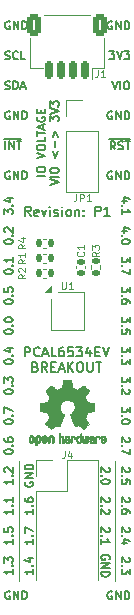
<source format=gbr>
%TF.GenerationSoftware,KiCad,Pcbnew,8.0.1*%
%TF.CreationDate,2024-03-17T23:14:56+11:00*%
%TF.ProjectId,PCAL6534EV-breakout,5043414c-3635-4333-9445-562d62726561,rev?*%
%TF.SameCoordinates,Original*%
%TF.FileFunction,Legend,Top*%
%TF.FilePolarity,Positive*%
%FSLAX46Y46*%
G04 Gerber Fmt 4.6, Leading zero omitted, Abs format (unit mm)*
G04 Created by KiCad (PCBNEW 8.0.1) date 2024-03-17 23:14:56*
%MOMM*%
%LPD*%
G01*
G04 APERTURE LIST*
G04 Aperture macros list*
%AMRoundRect*
0 Rectangle with rounded corners*
0 $1 Rounding radius*
0 $2 $3 $4 $5 $6 $7 $8 $9 X,Y pos of 4 corners*
0 Add a 4 corners polygon primitive as box body*
4,1,4,$2,$3,$4,$5,$6,$7,$8,$9,$2,$3,0*
0 Add four circle primitives for the rounded corners*
1,1,$1+$1,$2,$3*
1,1,$1+$1,$4,$5*
1,1,$1+$1,$6,$7*
1,1,$1+$1,$8,$9*
0 Add four rect primitives between the rounded corners*
20,1,$1+$1,$2,$3,$4,$5,0*
20,1,$1+$1,$4,$5,$6,$7,0*
20,1,$1+$1,$6,$7,$8,$9,0*
20,1,$1+$1,$8,$9,$2,$3,0*%
G04 Aperture macros list end*
%ADD10C,0.100000*%
%ADD11C,0.150000*%
%ADD12C,0.200000*%
%ADD13C,0.080000*%
%ADD14C,0.120000*%
%ADD15C,0.010000*%
%ADD16C,1.000000*%
%ADD17RoundRect,0.135000X-0.135000X-0.185000X0.135000X-0.185000X0.135000X0.185000X-0.135000X0.185000X0*%
%ADD18C,2.000000*%
%ADD19R,1.700000X1.700000*%
%ADD20O,1.700000X1.700000*%
%ADD21RoundRect,0.150000X0.150000X0.625000X-0.150000X0.625000X-0.150000X-0.625000X0.150000X-0.625000X0*%
%ADD22RoundRect,0.250000X0.350000X0.650000X-0.350000X0.650000X-0.350000X-0.650000X0.350000X-0.650000X0*%
%ADD23RoundRect,0.140000X0.170000X-0.140000X0.170000X0.140000X-0.170000X0.140000X-0.170000X-0.140000X0*%
%ADD24O,0.320000X0.260000*%
%ADD25O,0.260000X0.320000*%
%ADD26C,0.320000*%
%ADD27RoundRect,0.135000X0.185000X-0.135000X0.185000X0.135000X-0.185000X0.135000X-0.185000X-0.135000X0*%
G04 APERTURE END LIST*
D10*
X150936000Y-133340000D02*
X150936000Y-123180000D01*
X159064000Y-123180000D02*
X159064000Y-133340000D01*
D11*
X158520800Y-128830000D02*
X158554133Y-128863333D01*
X158554133Y-128863333D02*
X158587466Y-128930000D01*
X158587466Y-128930000D02*
X158587466Y-129096667D01*
X158587466Y-129096667D02*
X158554133Y-129163333D01*
X158554133Y-129163333D02*
X158520800Y-129196667D01*
X158520800Y-129196667D02*
X158454133Y-129230000D01*
X158454133Y-129230000D02*
X158387466Y-129230000D01*
X158387466Y-129230000D02*
X158287466Y-129196667D01*
X158287466Y-129196667D02*
X157887466Y-128796667D01*
X157887466Y-128796667D02*
X157887466Y-129230000D01*
X157954133Y-129530000D02*
X157920800Y-129563334D01*
X157920800Y-129563334D02*
X157887466Y-129530000D01*
X157887466Y-129530000D02*
X157920800Y-129496667D01*
X157920800Y-129496667D02*
X157954133Y-129530000D01*
X157954133Y-129530000D02*
X157887466Y-129530000D01*
X157887466Y-130230000D02*
X157887466Y-129830000D01*
X157887466Y-130030000D02*
X158587466Y-130030000D01*
X158587466Y-130030000D02*
X158487466Y-129963333D01*
X158487466Y-129963333D02*
X158420800Y-129896667D01*
X158420800Y-129896667D02*
X158387466Y-129830000D01*
X158554133Y-131536667D02*
X158587466Y-131470000D01*
X158587466Y-131470000D02*
X158587466Y-131370000D01*
X158587466Y-131370000D02*
X158554133Y-131270000D01*
X158554133Y-131270000D02*
X158487466Y-131203334D01*
X158487466Y-131203334D02*
X158420800Y-131170000D01*
X158420800Y-131170000D02*
X158287466Y-131136667D01*
X158287466Y-131136667D02*
X158187466Y-131136667D01*
X158187466Y-131136667D02*
X158054133Y-131170000D01*
X158054133Y-131170000D02*
X157987466Y-131203334D01*
X157987466Y-131203334D02*
X157920800Y-131270000D01*
X157920800Y-131270000D02*
X157887466Y-131370000D01*
X157887466Y-131370000D02*
X157887466Y-131436667D01*
X157887466Y-131436667D02*
X157920800Y-131536667D01*
X157920800Y-131536667D02*
X157954133Y-131570000D01*
X157954133Y-131570000D02*
X158187466Y-131570000D01*
X158187466Y-131570000D02*
X158187466Y-131436667D01*
X157887466Y-131870000D02*
X158587466Y-131870000D01*
X158587466Y-131870000D02*
X157887466Y-132270000D01*
X157887466Y-132270000D02*
X158587466Y-132270000D01*
X157887466Y-132603333D02*
X158587466Y-132603333D01*
X158587466Y-132603333D02*
X158587466Y-132770000D01*
X158587466Y-132770000D02*
X158554133Y-132870000D01*
X158554133Y-132870000D02*
X158487466Y-132936667D01*
X158487466Y-132936667D02*
X158420800Y-132970000D01*
X158420800Y-132970000D02*
X158287466Y-133003333D01*
X158287466Y-133003333D02*
X158187466Y-133003333D01*
X158187466Y-133003333D02*
X158054133Y-132970000D01*
X158054133Y-132970000D02*
X157987466Y-132936667D01*
X157987466Y-132936667D02*
X157920800Y-132870000D01*
X157920800Y-132870000D02*
X157887466Y-132770000D01*
X157887466Y-132770000D02*
X157887466Y-132603333D01*
X158801316Y-85999366D02*
X158734649Y-85966033D01*
X158734649Y-85966033D02*
X158634649Y-85966033D01*
X158634649Y-85966033D02*
X158534649Y-85999366D01*
X158534649Y-85999366D02*
X158467983Y-86066033D01*
X158467983Y-86066033D02*
X158434649Y-86132700D01*
X158434649Y-86132700D02*
X158401316Y-86266033D01*
X158401316Y-86266033D02*
X158401316Y-86366033D01*
X158401316Y-86366033D02*
X158434649Y-86499366D01*
X158434649Y-86499366D02*
X158467983Y-86566033D01*
X158467983Y-86566033D02*
X158534649Y-86632700D01*
X158534649Y-86632700D02*
X158634649Y-86666033D01*
X158634649Y-86666033D02*
X158701316Y-86666033D01*
X158701316Y-86666033D02*
X158801316Y-86632700D01*
X158801316Y-86632700D02*
X158834649Y-86599366D01*
X158834649Y-86599366D02*
X158834649Y-86366033D01*
X158834649Y-86366033D02*
X158701316Y-86366033D01*
X159134649Y-86666033D02*
X159134649Y-85966033D01*
X159134649Y-85966033D02*
X159534649Y-86666033D01*
X159534649Y-86666033D02*
X159534649Y-85966033D01*
X159867982Y-86666033D02*
X159867982Y-85966033D01*
X159867982Y-85966033D02*
X160034649Y-85966033D01*
X160034649Y-85966033D02*
X160134649Y-85999366D01*
X160134649Y-85999366D02*
X160201316Y-86066033D01*
X160201316Y-86066033D02*
X160234649Y-86132700D01*
X160234649Y-86132700D02*
X160267982Y-86266033D01*
X160267982Y-86266033D02*
X160267982Y-86366033D01*
X160267982Y-86366033D02*
X160234649Y-86499366D01*
X160234649Y-86499366D02*
X160201316Y-86566033D01*
X160201316Y-86566033D02*
X160134649Y-86632700D01*
X160134649Y-86632700D02*
X160034649Y-86666033D01*
X160034649Y-86666033D02*
X159867982Y-86666033D01*
X160241800Y-121210000D02*
X160275133Y-121243333D01*
X160275133Y-121243333D02*
X160308466Y-121310000D01*
X160308466Y-121310000D02*
X160308466Y-121476667D01*
X160308466Y-121476667D02*
X160275133Y-121543333D01*
X160275133Y-121543333D02*
X160241800Y-121576667D01*
X160241800Y-121576667D02*
X160175133Y-121610000D01*
X160175133Y-121610000D02*
X160108466Y-121610000D01*
X160108466Y-121610000D02*
X160008466Y-121576667D01*
X160008466Y-121576667D02*
X159608466Y-121176667D01*
X159608466Y-121176667D02*
X159608466Y-121610000D01*
X159675133Y-121910000D02*
X159641800Y-121943334D01*
X159641800Y-121943334D02*
X159608466Y-121910000D01*
X159608466Y-121910000D02*
X159641800Y-121876667D01*
X159641800Y-121876667D02*
X159675133Y-121910000D01*
X159675133Y-121910000D02*
X159608466Y-121910000D01*
X160308466Y-122176667D02*
X160308466Y-122643333D01*
X160308466Y-122643333D02*
X159608466Y-122343333D01*
X160308466Y-111016667D02*
X160308466Y-111450000D01*
X160308466Y-111450000D02*
X160041800Y-111216667D01*
X160041800Y-111216667D02*
X160041800Y-111316667D01*
X160041800Y-111316667D02*
X160008466Y-111383333D01*
X160008466Y-111383333D02*
X159975133Y-111416667D01*
X159975133Y-111416667D02*
X159908466Y-111450000D01*
X159908466Y-111450000D02*
X159741800Y-111450000D01*
X159741800Y-111450000D02*
X159675133Y-111416667D01*
X159675133Y-111416667D02*
X159641800Y-111383333D01*
X159641800Y-111383333D02*
X159608466Y-111316667D01*
X159608466Y-111316667D02*
X159608466Y-111116667D01*
X159608466Y-111116667D02*
X159641800Y-111050000D01*
X159641800Y-111050000D02*
X159675133Y-111016667D01*
X159675133Y-111750000D02*
X159641800Y-111783334D01*
X159641800Y-111783334D02*
X159608466Y-111750000D01*
X159608466Y-111750000D02*
X159641800Y-111716667D01*
X159641800Y-111716667D02*
X159675133Y-111750000D01*
X159675133Y-111750000D02*
X159608466Y-111750000D01*
X160308466Y-112416667D02*
X160308466Y-112083333D01*
X160308466Y-112083333D02*
X159975133Y-112050000D01*
X159975133Y-112050000D02*
X160008466Y-112083333D01*
X160008466Y-112083333D02*
X160041800Y-112150000D01*
X160041800Y-112150000D02*
X160041800Y-112316667D01*
X160041800Y-112316667D02*
X160008466Y-112383333D01*
X160008466Y-112383333D02*
X159975133Y-112416667D01*
X159975133Y-112416667D02*
X159908466Y-112450000D01*
X159908466Y-112450000D02*
X159741800Y-112450000D01*
X159741800Y-112450000D02*
X159675133Y-112416667D01*
X159675133Y-112416667D02*
X159641800Y-112383333D01*
X159641800Y-112383333D02*
X159608466Y-112316667D01*
X159608466Y-112316667D02*
X159608466Y-112150000D01*
X159608466Y-112150000D02*
X159641800Y-112083333D01*
X159641800Y-112083333D02*
X159675133Y-112050000D01*
X149691533Y-104663333D02*
X149691533Y-104596666D01*
X149691533Y-104596666D02*
X149724866Y-104529999D01*
X149724866Y-104529999D02*
X149758200Y-104496666D01*
X149758200Y-104496666D02*
X149824866Y-104463333D01*
X149824866Y-104463333D02*
X149958200Y-104429999D01*
X149958200Y-104429999D02*
X150124866Y-104429999D01*
X150124866Y-104429999D02*
X150258200Y-104463333D01*
X150258200Y-104463333D02*
X150324866Y-104496666D01*
X150324866Y-104496666D02*
X150358200Y-104529999D01*
X150358200Y-104529999D02*
X150391533Y-104596666D01*
X150391533Y-104596666D02*
X150391533Y-104663333D01*
X150391533Y-104663333D02*
X150358200Y-104729999D01*
X150358200Y-104729999D02*
X150324866Y-104763333D01*
X150324866Y-104763333D02*
X150258200Y-104796666D01*
X150258200Y-104796666D02*
X150124866Y-104829999D01*
X150124866Y-104829999D02*
X149958200Y-104829999D01*
X149958200Y-104829999D02*
X149824866Y-104796666D01*
X149824866Y-104796666D02*
X149758200Y-104763333D01*
X149758200Y-104763333D02*
X149724866Y-104729999D01*
X149724866Y-104729999D02*
X149691533Y-104663333D01*
X150324866Y-104129999D02*
X150358200Y-104096666D01*
X150358200Y-104096666D02*
X150391533Y-104129999D01*
X150391533Y-104129999D02*
X150358200Y-104163332D01*
X150358200Y-104163332D02*
X150324866Y-104129999D01*
X150324866Y-104129999D02*
X150391533Y-104129999D01*
X149758200Y-103829999D02*
X149724866Y-103796666D01*
X149724866Y-103796666D02*
X149691533Y-103729999D01*
X149691533Y-103729999D02*
X149691533Y-103563333D01*
X149691533Y-103563333D02*
X149724866Y-103496666D01*
X149724866Y-103496666D02*
X149758200Y-103463333D01*
X149758200Y-103463333D02*
X149824866Y-103429999D01*
X149824866Y-103429999D02*
X149891533Y-103429999D01*
X149891533Y-103429999D02*
X149991533Y-103463333D01*
X149991533Y-103463333D02*
X150391533Y-103863333D01*
X150391533Y-103863333D02*
X150391533Y-103429999D01*
X149732017Y-91712700D02*
X149832017Y-91746033D01*
X149832017Y-91746033D02*
X149998684Y-91746033D01*
X149998684Y-91746033D02*
X150065350Y-91712700D01*
X150065350Y-91712700D02*
X150098684Y-91679366D01*
X150098684Y-91679366D02*
X150132017Y-91612700D01*
X150132017Y-91612700D02*
X150132017Y-91546033D01*
X150132017Y-91546033D02*
X150098684Y-91479366D01*
X150098684Y-91479366D02*
X150065350Y-91446033D01*
X150065350Y-91446033D02*
X149998684Y-91412700D01*
X149998684Y-91412700D02*
X149865350Y-91379366D01*
X149865350Y-91379366D02*
X149798684Y-91346033D01*
X149798684Y-91346033D02*
X149765350Y-91312700D01*
X149765350Y-91312700D02*
X149732017Y-91246033D01*
X149732017Y-91246033D02*
X149732017Y-91179366D01*
X149732017Y-91179366D02*
X149765350Y-91112700D01*
X149765350Y-91112700D02*
X149798684Y-91079366D01*
X149798684Y-91079366D02*
X149865350Y-91046033D01*
X149865350Y-91046033D02*
X150032017Y-91046033D01*
X150032017Y-91046033D02*
X150132017Y-91079366D01*
X150432017Y-91746033D02*
X150432017Y-91046033D01*
X150432017Y-91046033D02*
X150598684Y-91046033D01*
X150598684Y-91046033D02*
X150698684Y-91079366D01*
X150698684Y-91079366D02*
X150765351Y-91146033D01*
X150765351Y-91146033D02*
X150798684Y-91212700D01*
X150798684Y-91212700D02*
X150832017Y-91346033D01*
X150832017Y-91346033D02*
X150832017Y-91446033D01*
X150832017Y-91446033D02*
X150798684Y-91579366D01*
X150798684Y-91579366D02*
X150765351Y-91646033D01*
X150765351Y-91646033D02*
X150698684Y-91712700D01*
X150698684Y-91712700D02*
X150598684Y-91746033D01*
X150598684Y-91746033D02*
X150432017Y-91746033D01*
X151098684Y-91546033D02*
X151432017Y-91546033D01*
X151032017Y-91746033D02*
X151265351Y-91046033D01*
X151265351Y-91046033D02*
X151498684Y-91746033D01*
X149691533Y-119903333D02*
X149691533Y-119836666D01*
X149691533Y-119836666D02*
X149724866Y-119769999D01*
X149724866Y-119769999D02*
X149758200Y-119736666D01*
X149758200Y-119736666D02*
X149824866Y-119703333D01*
X149824866Y-119703333D02*
X149958200Y-119669999D01*
X149958200Y-119669999D02*
X150124866Y-119669999D01*
X150124866Y-119669999D02*
X150258200Y-119703333D01*
X150258200Y-119703333D02*
X150324866Y-119736666D01*
X150324866Y-119736666D02*
X150358200Y-119769999D01*
X150358200Y-119769999D02*
X150391533Y-119836666D01*
X150391533Y-119836666D02*
X150391533Y-119903333D01*
X150391533Y-119903333D02*
X150358200Y-119969999D01*
X150358200Y-119969999D02*
X150324866Y-120003333D01*
X150324866Y-120003333D02*
X150258200Y-120036666D01*
X150258200Y-120036666D02*
X150124866Y-120069999D01*
X150124866Y-120069999D02*
X149958200Y-120069999D01*
X149958200Y-120069999D02*
X149824866Y-120036666D01*
X149824866Y-120036666D02*
X149758200Y-120003333D01*
X149758200Y-120003333D02*
X149724866Y-119969999D01*
X149724866Y-119969999D02*
X149691533Y-119903333D01*
X150324866Y-119369999D02*
X150358200Y-119336666D01*
X150358200Y-119336666D02*
X150391533Y-119369999D01*
X150391533Y-119369999D02*
X150358200Y-119403332D01*
X150358200Y-119403332D02*
X150324866Y-119369999D01*
X150324866Y-119369999D02*
X150391533Y-119369999D01*
X149691533Y-119103333D02*
X149691533Y-118636666D01*
X149691533Y-118636666D02*
X150391533Y-118936666D01*
X149765350Y-96826033D02*
X149765350Y-96126033D01*
X150098683Y-96826033D02*
X150098683Y-96126033D01*
X150098683Y-96126033D02*
X150498683Y-96826033D01*
X150498683Y-96826033D02*
X150498683Y-96126033D01*
X150732016Y-96126033D02*
X151132016Y-96126033D01*
X150932016Y-96826033D02*
X150932016Y-96126033D01*
X149668684Y-95931700D02*
X151128683Y-95931700D01*
X152112533Y-127289999D02*
X152112533Y-127689999D01*
X152112533Y-127489999D02*
X151412533Y-127489999D01*
X151412533Y-127489999D02*
X151512533Y-127556666D01*
X151512533Y-127556666D02*
X151579200Y-127623333D01*
X151579200Y-127623333D02*
X151612533Y-127689999D01*
X152045866Y-126989999D02*
X152079200Y-126956666D01*
X152079200Y-126956666D02*
X152112533Y-126989999D01*
X152112533Y-126989999D02*
X152079200Y-127023332D01*
X152079200Y-127023332D02*
X152045866Y-126989999D01*
X152045866Y-126989999D02*
X152112533Y-126989999D01*
X151412533Y-126356666D02*
X151412533Y-126489999D01*
X151412533Y-126489999D02*
X151445866Y-126556666D01*
X151445866Y-126556666D02*
X151479200Y-126589999D01*
X151479200Y-126589999D02*
X151579200Y-126656666D01*
X151579200Y-126656666D02*
X151712533Y-126689999D01*
X151712533Y-126689999D02*
X151979200Y-126689999D01*
X151979200Y-126689999D02*
X152045866Y-126656666D01*
X152045866Y-126656666D02*
X152079200Y-126623333D01*
X152079200Y-126623333D02*
X152112533Y-126556666D01*
X152112533Y-126556666D02*
X152112533Y-126423333D01*
X152112533Y-126423333D02*
X152079200Y-126356666D01*
X152079200Y-126356666D02*
X152045866Y-126323333D01*
X152045866Y-126323333D02*
X151979200Y-126289999D01*
X151979200Y-126289999D02*
X151812533Y-126289999D01*
X151812533Y-126289999D02*
X151745866Y-126323333D01*
X151745866Y-126323333D02*
X151712533Y-126356666D01*
X151712533Y-126356666D02*
X151679200Y-126423333D01*
X151679200Y-126423333D02*
X151679200Y-126556666D01*
X151679200Y-126556666D02*
X151712533Y-126623333D01*
X151712533Y-126623333D02*
X151745866Y-126656666D01*
X151745866Y-126656666D02*
X151812533Y-126689999D01*
X158801316Y-134259366D02*
X158734649Y-134226033D01*
X158734649Y-134226033D02*
X158634649Y-134226033D01*
X158634649Y-134226033D02*
X158534649Y-134259366D01*
X158534649Y-134259366D02*
X158467983Y-134326033D01*
X158467983Y-134326033D02*
X158434649Y-134392700D01*
X158434649Y-134392700D02*
X158401316Y-134526033D01*
X158401316Y-134526033D02*
X158401316Y-134626033D01*
X158401316Y-134626033D02*
X158434649Y-134759366D01*
X158434649Y-134759366D02*
X158467983Y-134826033D01*
X158467983Y-134826033D02*
X158534649Y-134892700D01*
X158534649Y-134892700D02*
X158634649Y-134926033D01*
X158634649Y-134926033D02*
X158701316Y-134926033D01*
X158701316Y-134926033D02*
X158801316Y-134892700D01*
X158801316Y-134892700D02*
X158834649Y-134859366D01*
X158834649Y-134859366D02*
X158834649Y-134626033D01*
X158834649Y-134626033D02*
X158701316Y-134626033D01*
X159134649Y-134926033D02*
X159134649Y-134226033D01*
X159134649Y-134226033D02*
X159534649Y-134926033D01*
X159534649Y-134926033D02*
X159534649Y-134226033D01*
X159867982Y-134926033D02*
X159867982Y-134226033D01*
X159867982Y-134226033D02*
X160034649Y-134226033D01*
X160034649Y-134226033D02*
X160134649Y-134259366D01*
X160134649Y-134259366D02*
X160201316Y-134326033D01*
X160201316Y-134326033D02*
X160234649Y-134392700D01*
X160234649Y-134392700D02*
X160267982Y-134526033D01*
X160267982Y-134526033D02*
X160267982Y-134626033D01*
X160267982Y-134626033D02*
X160234649Y-134759366D01*
X160234649Y-134759366D02*
X160201316Y-134826033D01*
X160201316Y-134826033D02*
X160134649Y-134892700D01*
X160134649Y-134892700D02*
X160034649Y-134926033D01*
X160034649Y-134926033D02*
X159867982Y-134926033D01*
X149691533Y-112283333D02*
X149691533Y-112216666D01*
X149691533Y-112216666D02*
X149724866Y-112149999D01*
X149724866Y-112149999D02*
X149758200Y-112116666D01*
X149758200Y-112116666D02*
X149824866Y-112083333D01*
X149824866Y-112083333D02*
X149958200Y-112049999D01*
X149958200Y-112049999D02*
X150124866Y-112049999D01*
X150124866Y-112049999D02*
X150258200Y-112083333D01*
X150258200Y-112083333D02*
X150324866Y-112116666D01*
X150324866Y-112116666D02*
X150358200Y-112149999D01*
X150358200Y-112149999D02*
X150391533Y-112216666D01*
X150391533Y-112216666D02*
X150391533Y-112283333D01*
X150391533Y-112283333D02*
X150358200Y-112349999D01*
X150358200Y-112349999D02*
X150324866Y-112383333D01*
X150324866Y-112383333D02*
X150258200Y-112416666D01*
X150258200Y-112416666D02*
X150124866Y-112449999D01*
X150124866Y-112449999D02*
X149958200Y-112449999D01*
X149958200Y-112449999D02*
X149824866Y-112416666D01*
X149824866Y-112416666D02*
X149758200Y-112383333D01*
X149758200Y-112383333D02*
X149724866Y-112349999D01*
X149724866Y-112349999D02*
X149691533Y-112283333D01*
X150324866Y-111749999D02*
X150358200Y-111716666D01*
X150358200Y-111716666D02*
X150391533Y-111749999D01*
X150391533Y-111749999D02*
X150358200Y-111783332D01*
X150358200Y-111783332D02*
X150324866Y-111749999D01*
X150324866Y-111749999D02*
X150391533Y-111749999D01*
X149691533Y-111283333D02*
X149691533Y-111216666D01*
X149691533Y-111216666D02*
X149724866Y-111149999D01*
X149724866Y-111149999D02*
X149758200Y-111116666D01*
X149758200Y-111116666D02*
X149824866Y-111083333D01*
X149824866Y-111083333D02*
X149958200Y-111049999D01*
X149958200Y-111049999D02*
X150124866Y-111049999D01*
X150124866Y-111049999D02*
X150258200Y-111083333D01*
X150258200Y-111083333D02*
X150324866Y-111116666D01*
X150324866Y-111116666D02*
X150358200Y-111149999D01*
X150358200Y-111149999D02*
X150391533Y-111216666D01*
X150391533Y-111216666D02*
X150391533Y-111283333D01*
X150391533Y-111283333D02*
X150358200Y-111349999D01*
X150358200Y-111349999D02*
X150324866Y-111383333D01*
X150324866Y-111383333D02*
X150258200Y-111416666D01*
X150258200Y-111416666D02*
X150124866Y-111449999D01*
X150124866Y-111449999D02*
X149958200Y-111449999D01*
X149958200Y-111449999D02*
X149824866Y-111416666D01*
X149824866Y-111416666D02*
X149758200Y-111383333D01*
X149758200Y-111383333D02*
X149724866Y-111349999D01*
X149724866Y-111349999D02*
X149691533Y-111283333D01*
X158567982Y-88506033D02*
X159001315Y-88506033D01*
X159001315Y-88506033D02*
X158767982Y-88772700D01*
X158767982Y-88772700D02*
X158867982Y-88772700D01*
X158867982Y-88772700D02*
X158934648Y-88806033D01*
X158934648Y-88806033D02*
X158967982Y-88839366D01*
X158967982Y-88839366D02*
X159001315Y-88906033D01*
X159001315Y-88906033D02*
X159001315Y-89072700D01*
X159001315Y-89072700D02*
X158967982Y-89139366D01*
X158967982Y-89139366D02*
X158934648Y-89172700D01*
X158934648Y-89172700D02*
X158867982Y-89206033D01*
X158867982Y-89206033D02*
X158667982Y-89206033D01*
X158667982Y-89206033D02*
X158601315Y-89172700D01*
X158601315Y-89172700D02*
X158567982Y-89139366D01*
X159201315Y-88506033D02*
X159434649Y-89206033D01*
X159434649Y-89206033D02*
X159667982Y-88506033D01*
X159834649Y-88506033D02*
X160267982Y-88506033D01*
X160267982Y-88506033D02*
X160034649Y-88772700D01*
X160034649Y-88772700D02*
X160134649Y-88772700D01*
X160134649Y-88772700D02*
X160201315Y-88806033D01*
X160201315Y-88806033D02*
X160234649Y-88839366D01*
X160234649Y-88839366D02*
X160267982Y-88906033D01*
X160267982Y-88906033D02*
X160267982Y-89072700D01*
X160267982Y-89072700D02*
X160234649Y-89139366D01*
X160234649Y-89139366D02*
X160201315Y-89172700D01*
X160201315Y-89172700D02*
X160134649Y-89206033D01*
X160134649Y-89206033D02*
X159934649Y-89206033D01*
X159934649Y-89206033D02*
X159867982Y-89172700D01*
X159867982Y-89172700D02*
X159834649Y-89139366D01*
X160075133Y-101223333D02*
X159608466Y-101223333D01*
X160341800Y-101056667D02*
X159841800Y-100890000D01*
X159841800Y-100890000D02*
X159841800Y-101323333D01*
X159675133Y-101590000D02*
X159641800Y-101623334D01*
X159641800Y-101623334D02*
X159608466Y-101590000D01*
X159608466Y-101590000D02*
X159641800Y-101556667D01*
X159641800Y-101556667D02*
X159675133Y-101590000D01*
X159675133Y-101590000D02*
X159608466Y-101590000D01*
X159608466Y-102290000D02*
X159608466Y-101890000D01*
X159608466Y-102090000D02*
X160308466Y-102090000D01*
X160308466Y-102090000D02*
X160208466Y-102023333D01*
X160208466Y-102023333D02*
X160141800Y-101956667D01*
X160141800Y-101956667D02*
X160108466Y-101890000D01*
X149691533Y-114823333D02*
X149691533Y-114756666D01*
X149691533Y-114756666D02*
X149724866Y-114689999D01*
X149724866Y-114689999D02*
X149758200Y-114656666D01*
X149758200Y-114656666D02*
X149824866Y-114623333D01*
X149824866Y-114623333D02*
X149958200Y-114589999D01*
X149958200Y-114589999D02*
X150124866Y-114589999D01*
X150124866Y-114589999D02*
X150258200Y-114623333D01*
X150258200Y-114623333D02*
X150324866Y-114656666D01*
X150324866Y-114656666D02*
X150358200Y-114689999D01*
X150358200Y-114689999D02*
X150391533Y-114756666D01*
X150391533Y-114756666D02*
X150391533Y-114823333D01*
X150391533Y-114823333D02*
X150358200Y-114889999D01*
X150358200Y-114889999D02*
X150324866Y-114923333D01*
X150324866Y-114923333D02*
X150258200Y-114956666D01*
X150258200Y-114956666D02*
X150124866Y-114989999D01*
X150124866Y-114989999D02*
X149958200Y-114989999D01*
X149958200Y-114989999D02*
X149824866Y-114956666D01*
X149824866Y-114956666D02*
X149758200Y-114923333D01*
X149758200Y-114923333D02*
X149724866Y-114889999D01*
X149724866Y-114889999D02*
X149691533Y-114823333D01*
X150324866Y-114289999D02*
X150358200Y-114256666D01*
X150358200Y-114256666D02*
X150391533Y-114289999D01*
X150391533Y-114289999D02*
X150358200Y-114323332D01*
X150358200Y-114323332D02*
X150324866Y-114289999D01*
X150324866Y-114289999D02*
X150391533Y-114289999D01*
X149924866Y-113656666D02*
X150391533Y-113656666D01*
X149658200Y-113823333D02*
X150158200Y-113989999D01*
X150158200Y-113989999D02*
X150158200Y-113556666D01*
X160241800Y-123750000D02*
X160275133Y-123783333D01*
X160275133Y-123783333D02*
X160308466Y-123850000D01*
X160308466Y-123850000D02*
X160308466Y-124016667D01*
X160308466Y-124016667D02*
X160275133Y-124083333D01*
X160275133Y-124083333D02*
X160241800Y-124116667D01*
X160241800Y-124116667D02*
X160175133Y-124150000D01*
X160175133Y-124150000D02*
X160108466Y-124150000D01*
X160108466Y-124150000D02*
X160008466Y-124116667D01*
X160008466Y-124116667D02*
X159608466Y-123716667D01*
X159608466Y-123716667D02*
X159608466Y-124150000D01*
X159675133Y-124450000D02*
X159641800Y-124483334D01*
X159641800Y-124483334D02*
X159608466Y-124450000D01*
X159608466Y-124450000D02*
X159641800Y-124416667D01*
X159641800Y-124416667D02*
X159675133Y-124450000D01*
X159675133Y-124450000D02*
X159608466Y-124450000D01*
X160308466Y-125116667D02*
X160308466Y-124783333D01*
X160308466Y-124783333D02*
X159975133Y-124750000D01*
X159975133Y-124750000D02*
X160008466Y-124783333D01*
X160008466Y-124783333D02*
X160041800Y-124850000D01*
X160041800Y-124850000D02*
X160041800Y-125016667D01*
X160041800Y-125016667D02*
X160008466Y-125083333D01*
X160008466Y-125083333D02*
X159975133Y-125116667D01*
X159975133Y-125116667D02*
X159908466Y-125150000D01*
X159908466Y-125150000D02*
X159741800Y-125150000D01*
X159741800Y-125150000D02*
X159675133Y-125116667D01*
X159675133Y-125116667D02*
X159641800Y-125083333D01*
X159641800Y-125083333D02*
X159608466Y-125016667D01*
X159608466Y-125016667D02*
X159608466Y-124850000D01*
X159608466Y-124850000D02*
X159641800Y-124783333D01*
X159641800Y-124783333D02*
X159675133Y-124750000D01*
X150132017Y-93619366D02*
X150065350Y-93586033D01*
X150065350Y-93586033D02*
X149965350Y-93586033D01*
X149965350Y-93586033D02*
X149865350Y-93619366D01*
X149865350Y-93619366D02*
X149798684Y-93686033D01*
X149798684Y-93686033D02*
X149765350Y-93752700D01*
X149765350Y-93752700D02*
X149732017Y-93886033D01*
X149732017Y-93886033D02*
X149732017Y-93986033D01*
X149732017Y-93986033D02*
X149765350Y-94119366D01*
X149765350Y-94119366D02*
X149798684Y-94186033D01*
X149798684Y-94186033D02*
X149865350Y-94252700D01*
X149865350Y-94252700D02*
X149965350Y-94286033D01*
X149965350Y-94286033D02*
X150032017Y-94286033D01*
X150032017Y-94286033D02*
X150132017Y-94252700D01*
X150132017Y-94252700D02*
X150165350Y-94219366D01*
X150165350Y-94219366D02*
X150165350Y-93986033D01*
X150165350Y-93986033D02*
X150032017Y-93986033D01*
X150465350Y-94286033D02*
X150465350Y-93586033D01*
X150465350Y-93586033D02*
X150865350Y-94286033D01*
X150865350Y-94286033D02*
X150865350Y-93586033D01*
X151198683Y-94286033D02*
X151198683Y-93586033D01*
X151198683Y-93586033D02*
X151365350Y-93586033D01*
X151365350Y-93586033D02*
X151465350Y-93619366D01*
X151465350Y-93619366D02*
X151532017Y-93686033D01*
X151532017Y-93686033D02*
X151565350Y-93752700D01*
X151565350Y-93752700D02*
X151598683Y-93886033D01*
X151598683Y-93886033D02*
X151598683Y-93986033D01*
X151598683Y-93986033D02*
X151565350Y-94119366D01*
X151565350Y-94119366D02*
X151532017Y-94186033D01*
X151532017Y-94186033D02*
X151465350Y-94252700D01*
X151465350Y-94252700D02*
X151365350Y-94286033D01*
X151365350Y-94286033D02*
X151198683Y-94286033D01*
X150132017Y-134259366D02*
X150065350Y-134226033D01*
X150065350Y-134226033D02*
X149965350Y-134226033D01*
X149965350Y-134226033D02*
X149865350Y-134259366D01*
X149865350Y-134259366D02*
X149798684Y-134326033D01*
X149798684Y-134326033D02*
X149765350Y-134392700D01*
X149765350Y-134392700D02*
X149732017Y-134526033D01*
X149732017Y-134526033D02*
X149732017Y-134626033D01*
X149732017Y-134626033D02*
X149765350Y-134759366D01*
X149765350Y-134759366D02*
X149798684Y-134826033D01*
X149798684Y-134826033D02*
X149865350Y-134892700D01*
X149865350Y-134892700D02*
X149965350Y-134926033D01*
X149965350Y-134926033D02*
X150032017Y-134926033D01*
X150032017Y-134926033D02*
X150132017Y-134892700D01*
X150132017Y-134892700D02*
X150165350Y-134859366D01*
X150165350Y-134859366D02*
X150165350Y-134626033D01*
X150165350Y-134626033D02*
X150032017Y-134626033D01*
X150465350Y-134926033D02*
X150465350Y-134226033D01*
X150465350Y-134226033D02*
X150865350Y-134926033D01*
X150865350Y-134926033D02*
X150865350Y-134226033D01*
X151198683Y-134926033D02*
X151198683Y-134226033D01*
X151198683Y-134226033D02*
X151365350Y-134226033D01*
X151365350Y-134226033D02*
X151465350Y-134259366D01*
X151465350Y-134259366D02*
X151532017Y-134326033D01*
X151532017Y-134326033D02*
X151565350Y-134392700D01*
X151565350Y-134392700D02*
X151598683Y-134526033D01*
X151598683Y-134526033D02*
X151598683Y-134626033D01*
X151598683Y-134626033D02*
X151565350Y-134759366D01*
X151565350Y-134759366D02*
X151532017Y-134826033D01*
X151532017Y-134826033D02*
X151465350Y-134892700D01*
X151465350Y-134892700D02*
X151365350Y-134926033D01*
X151365350Y-134926033D02*
X151198683Y-134926033D01*
X150132017Y-98699366D02*
X150065350Y-98666033D01*
X150065350Y-98666033D02*
X149965350Y-98666033D01*
X149965350Y-98666033D02*
X149865350Y-98699366D01*
X149865350Y-98699366D02*
X149798684Y-98766033D01*
X149798684Y-98766033D02*
X149765350Y-98832700D01*
X149765350Y-98832700D02*
X149732017Y-98966033D01*
X149732017Y-98966033D02*
X149732017Y-99066033D01*
X149732017Y-99066033D02*
X149765350Y-99199366D01*
X149765350Y-99199366D02*
X149798684Y-99266033D01*
X149798684Y-99266033D02*
X149865350Y-99332700D01*
X149865350Y-99332700D02*
X149965350Y-99366033D01*
X149965350Y-99366033D02*
X150032017Y-99366033D01*
X150032017Y-99366033D02*
X150132017Y-99332700D01*
X150132017Y-99332700D02*
X150165350Y-99299366D01*
X150165350Y-99299366D02*
X150165350Y-99066033D01*
X150165350Y-99066033D02*
X150032017Y-99066033D01*
X150465350Y-99366033D02*
X150465350Y-98666033D01*
X150465350Y-98666033D02*
X150865350Y-99366033D01*
X150865350Y-99366033D02*
X150865350Y-98666033D01*
X151198683Y-99366033D02*
X151198683Y-98666033D01*
X151198683Y-98666033D02*
X151365350Y-98666033D01*
X151365350Y-98666033D02*
X151465350Y-98699366D01*
X151465350Y-98699366D02*
X151532017Y-98766033D01*
X151532017Y-98766033D02*
X151565350Y-98832700D01*
X151565350Y-98832700D02*
X151598683Y-98966033D01*
X151598683Y-98966033D02*
X151598683Y-99066033D01*
X151598683Y-99066033D02*
X151565350Y-99199366D01*
X151565350Y-99199366D02*
X151532017Y-99266033D01*
X151532017Y-99266033D02*
X151465350Y-99332700D01*
X151465350Y-99332700D02*
X151365350Y-99366033D01*
X151365350Y-99366033D02*
X151198683Y-99366033D01*
X149691533Y-109743333D02*
X149691533Y-109676666D01*
X149691533Y-109676666D02*
X149724866Y-109609999D01*
X149724866Y-109609999D02*
X149758200Y-109576666D01*
X149758200Y-109576666D02*
X149824866Y-109543333D01*
X149824866Y-109543333D02*
X149958200Y-109509999D01*
X149958200Y-109509999D02*
X150124866Y-109509999D01*
X150124866Y-109509999D02*
X150258200Y-109543333D01*
X150258200Y-109543333D02*
X150324866Y-109576666D01*
X150324866Y-109576666D02*
X150358200Y-109609999D01*
X150358200Y-109609999D02*
X150391533Y-109676666D01*
X150391533Y-109676666D02*
X150391533Y-109743333D01*
X150391533Y-109743333D02*
X150358200Y-109809999D01*
X150358200Y-109809999D02*
X150324866Y-109843333D01*
X150324866Y-109843333D02*
X150258200Y-109876666D01*
X150258200Y-109876666D02*
X150124866Y-109909999D01*
X150124866Y-109909999D02*
X149958200Y-109909999D01*
X149958200Y-109909999D02*
X149824866Y-109876666D01*
X149824866Y-109876666D02*
X149758200Y-109843333D01*
X149758200Y-109843333D02*
X149724866Y-109809999D01*
X149724866Y-109809999D02*
X149691533Y-109743333D01*
X150324866Y-109209999D02*
X150358200Y-109176666D01*
X150358200Y-109176666D02*
X150391533Y-109209999D01*
X150391533Y-109209999D02*
X150358200Y-109243332D01*
X150358200Y-109243332D02*
X150324866Y-109209999D01*
X150324866Y-109209999D02*
X150391533Y-109209999D01*
X149691533Y-108543333D02*
X149691533Y-108876666D01*
X149691533Y-108876666D02*
X150024866Y-108909999D01*
X150024866Y-108909999D02*
X149991533Y-108876666D01*
X149991533Y-108876666D02*
X149958200Y-108809999D01*
X149958200Y-108809999D02*
X149958200Y-108643333D01*
X149958200Y-108643333D02*
X149991533Y-108576666D01*
X149991533Y-108576666D02*
X150024866Y-108543333D01*
X150024866Y-108543333D02*
X150091533Y-108509999D01*
X150091533Y-108509999D02*
X150258200Y-108509999D01*
X150258200Y-108509999D02*
X150324866Y-108543333D01*
X150324866Y-108543333D02*
X150358200Y-108576666D01*
X150358200Y-108576666D02*
X150391533Y-108643333D01*
X150391533Y-108643333D02*
X150391533Y-108809999D01*
X150391533Y-108809999D02*
X150358200Y-108876666D01*
X150358200Y-108876666D02*
X150324866Y-108909999D01*
X160241800Y-128830000D02*
X160275133Y-128863333D01*
X160275133Y-128863333D02*
X160308466Y-128930000D01*
X160308466Y-128930000D02*
X160308466Y-129096667D01*
X160308466Y-129096667D02*
X160275133Y-129163333D01*
X160275133Y-129163333D02*
X160241800Y-129196667D01*
X160241800Y-129196667D02*
X160175133Y-129230000D01*
X160175133Y-129230000D02*
X160108466Y-129230000D01*
X160108466Y-129230000D02*
X160008466Y-129196667D01*
X160008466Y-129196667D02*
X159608466Y-128796667D01*
X159608466Y-128796667D02*
X159608466Y-129230000D01*
X159675133Y-129530000D02*
X159641800Y-129563334D01*
X159641800Y-129563334D02*
X159608466Y-129530000D01*
X159608466Y-129530000D02*
X159641800Y-129496667D01*
X159641800Y-129496667D02*
X159675133Y-129530000D01*
X159675133Y-129530000D02*
X159608466Y-129530000D01*
X160075133Y-130163333D02*
X159608466Y-130163333D01*
X160341800Y-129996667D02*
X159841800Y-129830000D01*
X159841800Y-129830000D02*
X159841800Y-130263333D01*
X149691533Y-107203333D02*
X149691533Y-107136666D01*
X149691533Y-107136666D02*
X149724866Y-107069999D01*
X149724866Y-107069999D02*
X149758200Y-107036666D01*
X149758200Y-107036666D02*
X149824866Y-107003333D01*
X149824866Y-107003333D02*
X149958200Y-106969999D01*
X149958200Y-106969999D02*
X150124866Y-106969999D01*
X150124866Y-106969999D02*
X150258200Y-107003333D01*
X150258200Y-107003333D02*
X150324866Y-107036666D01*
X150324866Y-107036666D02*
X150358200Y-107069999D01*
X150358200Y-107069999D02*
X150391533Y-107136666D01*
X150391533Y-107136666D02*
X150391533Y-107203333D01*
X150391533Y-107203333D02*
X150358200Y-107269999D01*
X150358200Y-107269999D02*
X150324866Y-107303333D01*
X150324866Y-107303333D02*
X150258200Y-107336666D01*
X150258200Y-107336666D02*
X150124866Y-107369999D01*
X150124866Y-107369999D02*
X149958200Y-107369999D01*
X149958200Y-107369999D02*
X149824866Y-107336666D01*
X149824866Y-107336666D02*
X149758200Y-107303333D01*
X149758200Y-107303333D02*
X149724866Y-107269999D01*
X149724866Y-107269999D02*
X149691533Y-107203333D01*
X150324866Y-106669999D02*
X150358200Y-106636666D01*
X150358200Y-106636666D02*
X150391533Y-106669999D01*
X150391533Y-106669999D02*
X150358200Y-106703332D01*
X150358200Y-106703332D02*
X150324866Y-106669999D01*
X150324866Y-106669999D02*
X150391533Y-106669999D01*
X150391533Y-105969999D02*
X150391533Y-106369999D01*
X150391533Y-106169999D02*
X149691533Y-106169999D01*
X149691533Y-106169999D02*
X149791533Y-106236666D01*
X149791533Y-106236666D02*
X149858200Y-106303333D01*
X149858200Y-106303333D02*
X149891533Y-106369999D01*
X149691533Y-122443333D02*
X149691533Y-122376666D01*
X149691533Y-122376666D02*
X149724866Y-122309999D01*
X149724866Y-122309999D02*
X149758200Y-122276666D01*
X149758200Y-122276666D02*
X149824866Y-122243333D01*
X149824866Y-122243333D02*
X149958200Y-122209999D01*
X149958200Y-122209999D02*
X150124866Y-122209999D01*
X150124866Y-122209999D02*
X150258200Y-122243333D01*
X150258200Y-122243333D02*
X150324866Y-122276666D01*
X150324866Y-122276666D02*
X150358200Y-122309999D01*
X150358200Y-122309999D02*
X150391533Y-122376666D01*
X150391533Y-122376666D02*
X150391533Y-122443333D01*
X150391533Y-122443333D02*
X150358200Y-122509999D01*
X150358200Y-122509999D02*
X150324866Y-122543333D01*
X150324866Y-122543333D02*
X150258200Y-122576666D01*
X150258200Y-122576666D02*
X150124866Y-122609999D01*
X150124866Y-122609999D02*
X149958200Y-122609999D01*
X149958200Y-122609999D02*
X149824866Y-122576666D01*
X149824866Y-122576666D02*
X149758200Y-122543333D01*
X149758200Y-122543333D02*
X149724866Y-122509999D01*
X149724866Y-122509999D02*
X149691533Y-122443333D01*
X150324866Y-121909999D02*
X150358200Y-121876666D01*
X150358200Y-121876666D02*
X150391533Y-121909999D01*
X150391533Y-121909999D02*
X150358200Y-121943332D01*
X150358200Y-121943332D02*
X150324866Y-121909999D01*
X150324866Y-121909999D02*
X150391533Y-121909999D01*
X149691533Y-121276666D02*
X149691533Y-121409999D01*
X149691533Y-121409999D02*
X149724866Y-121476666D01*
X149724866Y-121476666D02*
X149758200Y-121509999D01*
X149758200Y-121509999D02*
X149858200Y-121576666D01*
X149858200Y-121576666D02*
X149991533Y-121609999D01*
X149991533Y-121609999D02*
X150258200Y-121609999D01*
X150258200Y-121609999D02*
X150324866Y-121576666D01*
X150324866Y-121576666D02*
X150358200Y-121543333D01*
X150358200Y-121543333D02*
X150391533Y-121476666D01*
X150391533Y-121476666D02*
X150391533Y-121343333D01*
X150391533Y-121343333D02*
X150358200Y-121276666D01*
X150358200Y-121276666D02*
X150324866Y-121243333D01*
X150324866Y-121243333D02*
X150258200Y-121209999D01*
X150258200Y-121209999D02*
X150091533Y-121209999D01*
X150091533Y-121209999D02*
X150024866Y-121243333D01*
X150024866Y-121243333D02*
X149991533Y-121276666D01*
X149991533Y-121276666D02*
X149958200Y-121343333D01*
X149958200Y-121343333D02*
X149958200Y-121476666D01*
X149958200Y-121476666D02*
X149991533Y-121543333D01*
X149991533Y-121543333D02*
X150024866Y-121576666D01*
X150024866Y-121576666D02*
X150091533Y-121609999D01*
X149691533Y-117363333D02*
X149691533Y-117296666D01*
X149691533Y-117296666D02*
X149724866Y-117229999D01*
X149724866Y-117229999D02*
X149758200Y-117196666D01*
X149758200Y-117196666D02*
X149824866Y-117163333D01*
X149824866Y-117163333D02*
X149958200Y-117129999D01*
X149958200Y-117129999D02*
X150124866Y-117129999D01*
X150124866Y-117129999D02*
X150258200Y-117163333D01*
X150258200Y-117163333D02*
X150324866Y-117196666D01*
X150324866Y-117196666D02*
X150358200Y-117229999D01*
X150358200Y-117229999D02*
X150391533Y-117296666D01*
X150391533Y-117296666D02*
X150391533Y-117363333D01*
X150391533Y-117363333D02*
X150358200Y-117429999D01*
X150358200Y-117429999D02*
X150324866Y-117463333D01*
X150324866Y-117463333D02*
X150258200Y-117496666D01*
X150258200Y-117496666D02*
X150124866Y-117529999D01*
X150124866Y-117529999D02*
X149958200Y-117529999D01*
X149958200Y-117529999D02*
X149824866Y-117496666D01*
X149824866Y-117496666D02*
X149758200Y-117463333D01*
X149758200Y-117463333D02*
X149724866Y-117429999D01*
X149724866Y-117429999D02*
X149691533Y-117363333D01*
X150324866Y-116829999D02*
X150358200Y-116796666D01*
X150358200Y-116796666D02*
X150391533Y-116829999D01*
X150391533Y-116829999D02*
X150358200Y-116863332D01*
X150358200Y-116863332D02*
X150324866Y-116829999D01*
X150324866Y-116829999D02*
X150391533Y-116829999D01*
X149691533Y-116563333D02*
X149691533Y-116129999D01*
X149691533Y-116129999D02*
X149958200Y-116363333D01*
X149958200Y-116363333D02*
X149958200Y-116263333D01*
X149958200Y-116263333D02*
X149991533Y-116196666D01*
X149991533Y-116196666D02*
X150024866Y-116163333D01*
X150024866Y-116163333D02*
X150091533Y-116129999D01*
X150091533Y-116129999D02*
X150258200Y-116129999D01*
X150258200Y-116129999D02*
X150324866Y-116163333D01*
X150324866Y-116163333D02*
X150358200Y-116196666D01*
X150358200Y-116196666D02*
X150391533Y-116263333D01*
X150391533Y-116263333D02*
X150391533Y-116463333D01*
X150391533Y-116463333D02*
X150358200Y-116529999D01*
X150358200Y-116529999D02*
X150324866Y-116563333D01*
X160308466Y-105936667D02*
X160308466Y-106370000D01*
X160308466Y-106370000D02*
X160041800Y-106136667D01*
X160041800Y-106136667D02*
X160041800Y-106236667D01*
X160041800Y-106236667D02*
X160008466Y-106303333D01*
X160008466Y-106303333D02*
X159975133Y-106336667D01*
X159975133Y-106336667D02*
X159908466Y-106370000D01*
X159908466Y-106370000D02*
X159741800Y-106370000D01*
X159741800Y-106370000D02*
X159675133Y-106336667D01*
X159675133Y-106336667D02*
X159641800Y-106303333D01*
X159641800Y-106303333D02*
X159608466Y-106236667D01*
X159608466Y-106236667D02*
X159608466Y-106036667D01*
X159608466Y-106036667D02*
X159641800Y-105970000D01*
X159641800Y-105970000D02*
X159675133Y-105936667D01*
X159675133Y-106670000D02*
X159641800Y-106703334D01*
X159641800Y-106703334D02*
X159608466Y-106670000D01*
X159608466Y-106670000D02*
X159641800Y-106636667D01*
X159641800Y-106636667D02*
X159675133Y-106670000D01*
X159675133Y-106670000D02*
X159608466Y-106670000D01*
X160308466Y-106936667D02*
X160308466Y-107403333D01*
X160308466Y-107403333D02*
X159608466Y-107103333D01*
X160308466Y-118636667D02*
X160308466Y-119070000D01*
X160308466Y-119070000D02*
X160041800Y-118836667D01*
X160041800Y-118836667D02*
X160041800Y-118936667D01*
X160041800Y-118936667D02*
X160008466Y-119003333D01*
X160008466Y-119003333D02*
X159975133Y-119036667D01*
X159975133Y-119036667D02*
X159908466Y-119070000D01*
X159908466Y-119070000D02*
X159741800Y-119070000D01*
X159741800Y-119070000D02*
X159675133Y-119036667D01*
X159675133Y-119036667D02*
X159641800Y-119003333D01*
X159641800Y-119003333D02*
X159608466Y-118936667D01*
X159608466Y-118936667D02*
X159608466Y-118736667D01*
X159608466Y-118736667D02*
X159641800Y-118670000D01*
X159641800Y-118670000D02*
X159675133Y-118636667D01*
X159675133Y-119370000D02*
X159641800Y-119403334D01*
X159641800Y-119403334D02*
X159608466Y-119370000D01*
X159608466Y-119370000D02*
X159641800Y-119336667D01*
X159641800Y-119336667D02*
X159675133Y-119370000D01*
X159675133Y-119370000D02*
X159608466Y-119370000D01*
X160308466Y-119836667D02*
X160308466Y-119903333D01*
X160308466Y-119903333D02*
X160275133Y-119970000D01*
X160275133Y-119970000D02*
X160241800Y-120003333D01*
X160241800Y-120003333D02*
X160175133Y-120036667D01*
X160175133Y-120036667D02*
X160041800Y-120070000D01*
X160041800Y-120070000D02*
X159875133Y-120070000D01*
X159875133Y-120070000D02*
X159741800Y-120036667D01*
X159741800Y-120036667D02*
X159675133Y-120003333D01*
X159675133Y-120003333D02*
X159641800Y-119970000D01*
X159641800Y-119970000D02*
X159608466Y-119903333D01*
X159608466Y-119903333D02*
X159608466Y-119836667D01*
X159608466Y-119836667D02*
X159641800Y-119770000D01*
X159641800Y-119770000D02*
X159675133Y-119736667D01*
X159675133Y-119736667D02*
X159741800Y-119703333D01*
X159741800Y-119703333D02*
X159875133Y-119670000D01*
X159875133Y-119670000D02*
X160041800Y-119670000D01*
X160041800Y-119670000D02*
X160175133Y-119703333D01*
X160175133Y-119703333D02*
X160241800Y-119736667D01*
X160241800Y-119736667D02*
X160275133Y-119770000D01*
X160275133Y-119770000D02*
X160308466Y-119836667D01*
X160308466Y-108476667D02*
X160308466Y-108910000D01*
X160308466Y-108910000D02*
X160041800Y-108676667D01*
X160041800Y-108676667D02*
X160041800Y-108776667D01*
X160041800Y-108776667D02*
X160008466Y-108843333D01*
X160008466Y-108843333D02*
X159975133Y-108876667D01*
X159975133Y-108876667D02*
X159908466Y-108910000D01*
X159908466Y-108910000D02*
X159741800Y-108910000D01*
X159741800Y-108910000D02*
X159675133Y-108876667D01*
X159675133Y-108876667D02*
X159641800Y-108843333D01*
X159641800Y-108843333D02*
X159608466Y-108776667D01*
X159608466Y-108776667D02*
X159608466Y-108576667D01*
X159608466Y-108576667D02*
X159641800Y-108510000D01*
X159641800Y-108510000D02*
X159675133Y-108476667D01*
X159675133Y-109210000D02*
X159641800Y-109243334D01*
X159641800Y-109243334D02*
X159608466Y-109210000D01*
X159608466Y-109210000D02*
X159641800Y-109176667D01*
X159641800Y-109176667D02*
X159675133Y-109210000D01*
X159675133Y-109210000D02*
X159608466Y-109210000D01*
X160308466Y-109843333D02*
X160308466Y-109710000D01*
X160308466Y-109710000D02*
X160275133Y-109643333D01*
X160275133Y-109643333D02*
X160241800Y-109610000D01*
X160241800Y-109610000D02*
X160141800Y-109543333D01*
X160141800Y-109543333D02*
X160008466Y-109510000D01*
X160008466Y-109510000D02*
X159741800Y-109510000D01*
X159741800Y-109510000D02*
X159675133Y-109543333D01*
X159675133Y-109543333D02*
X159641800Y-109576667D01*
X159641800Y-109576667D02*
X159608466Y-109643333D01*
X159608466Y-109643333D02*
X159608466Y-109776667D01*
X159608466Y-109776667D02*
X159641800Y-109843333D01*
X159641800Y-109843333D02*
X159675133Y-109876667D01*
X159675133Y-109876667D02*
X159741800Y-109910000D01*
X159741800Y-109910000D02*
X159908466Y-109910000D01*
X159908466Y-109910000D02*
X159975133Y-109876667D01*
X159975133Y-109876667D02*
X160008466Y-109843333D01*
X160008466Y-109843333D02*
X160041800Y-109776667D01*
X160041800Y-109776667D02*
X160041800Y-109643333D01*
X160041800Y-109643333D02*
X160008466Y-109576667D01*
X160008466Y-109576667D02*
X159975133Y-109543333D01*
X159975133Y-109543333D02*
X159908466Y-109510000D01*
X158801316Y-91046033D02*
X159034650Y-91746033D01*
X159034650Y-91746033D02*
X159267983Y-91046033D01*
X159501316Y-91746033D02*
X159501316Y-91046033D01*
X159967983Y-91046033D02*
X160101316Y-91046033D01*
X160101316Y-91046033D02*
X160167983Y-91079366D01*
X160167983Y-91079366D02*
X160234649Y-91146033D01*
X160234649Y-91146033D02*
X160267983Y-91279366D01*
X160267983Y-91279366D02*
X160267983Y-91512700D01*
X160267983Y-91512700D02*
X160234649Y-91646033D01*
X160234649Y-91646033D02*
X160167983Y-91712700D01*
X160167983Y-91712700D02*
X160101316Y-91746033D01*
X160101316Y-91746033D02*
X159967983Y-91746033D01*
X159967983Y-91746033D02*
X159901316Y-91712700D01*
X159901316Y-91712700D02*
X159834649Y-91646033D01*
X159834649Y-91646033D02*
X159801316Y-91512700D01*
X159801316Y-91512700D02*
X159801316Y-91279366D01*
X159801316Y-91279366D02*
X159834649Y-91146033D01*
X159834649Y-91146033D02*
X159901316Y-91079366D01*
X159901316Y-91079366D02*
X159967983Y-91046033D01*
D12*
X151404283Y-114355695D02*
X151404283Y-113555695D01*
X151404283Y-113555695D02*
X151709045Y-113555695D01*
X151709045Y-113555695D02*
X151785235Y-113593790D01*
X151785235Y-113593790D02*
X151823330Y-113631885D01*
X151823330Y-113631885D02*
X151861426Y-113708076D01*
X151861426Y-113708076D02*
X151861426Y-113822361D01*
X151861426Y-113822361D02*
X151823330Y-113898552D01*
X151823330Y-113898552D02*
X151785235Y-113936647D01*
X151785235Y-113936647D02*
X151709045Y-113974742D01*
X151709045Y-113974742D02*
X151404283Y-113974742D01*
X152661426Y-114279504D02*
X152623330Y-114317600D01*
X152623330Y-114317600D02*
X152509045Y-114355695D01*
X152509045Y-114355695D02*
X152432854Y-114355695D01*
X152432854Y-114355695D02*
X152318568Y-114317600D01*
X152318568Y-114317600D02*
X152242378Y-114241409D01*
X152242378Y-114241409D02*
X152204283Y-114165219D01*
X152204283Y-114165219D02*
X152166187Y-114012838D01*
X152166187Y-114012838D02*
X152166187Y-113898552D01*
X152166187Y-113898552D02*
X152204283Y-113746171D01*
X152204283Y-113746171D02*
X152242378Y-113669980D01*
X152242378Y-113669980D02*
X152318568Y-113593790D01*
X152318568Y-113593790D02*
X152432854Y-113555695D01*
X152432854Y-113555695D02*
X152509045Y-113555695D01*
X152509045Y-113555695D02*
X152623330Y-113593790D01*
X152623330Y-113593790D02*
X152661426Y-113631885D01*
X152966187Y-114127123D02*
X153347140Y-114127123D01*
X152889997Y-114355695D02*
X153156664Y-113555695D01*
X153156664Y-113555695D02*
X153423330Y-114355695D01*
X154070949Y-114355695D02*
X153689997Y-114355695D01*
X153689997Y-114355695D02*
X153689997Y-113555695D01*
X154680473Y-113555695D02*
X154528092Y-113555695D01*
X154528092Y-113555695D02*
X154451901Y-113593790D01*
X154451901Y-113593790D02*
X154413806Y-113631885D01*
X154413806Y-113631885D02*
X154337616Y-113746171D01*
X154337616Y-113746171D02*
X154299520Y-113898552D01*
X154299520Y-113898552D02*
X154299520Y-114203314D01*
X154299520Y-114203314D02*
X154337616Y-114279504D01*
X154337616Y-114279504D02*
X154375711Y-114317600D01*
X154375711Y-114317600D02*
X154451901Y-114355695D01*
X154451901Y-114355695D02*
X154604282Y-114355695D01*
X154604282Y-114355695D02*
X154680473Y-114317600D01*
X154680473Y-114317600D02*
X154718568Y-114279504D01*
X154718568Y-114279504D02*
X154756663Y-114203314D01*
X154756663Y-114203314D02*
X154756663Y-114012838D01*
X154756663Y-114012838D02*
X154718568Y-113936647D01*
X154718568Y-113936647D02*
X154680473Y-113898552D01*
X154680473Y-113898552D02*
X154604282Y-113860457D01*
X154604282Y-113860457D02*
X154451901Y-113860457D01*
X154451901Y-113860457D02*
X154375711Y-113898552D01*
X154375711Y-113898552D02*
X154337616Y-113936647D01*
X154337616Y-113936647D02*
X154299520Y-114012838D01*
X155480473Y-113555695D02*
X155099521Y-113555695D01*
X155099521Y-113555695D02*
X155061425Y-113936647D01*
X155061425Y-113936647D02*
X155099521Y-113898552D01*
X155099521Y-113898552D02*
X155175711Y-113860457D01*
X155175711Y-113860457D02*
X155366187Y-113860457D01*
X155366187Y-113860457D02*
X155442378Y-113898552D01*
X155442378Y-113898552D02*
X155480473Y-113936647D01*
X155480473Y-113936647D02*
X155518568Y-114012838D01*
X155518568Y-114012838D02*
X155518568Y-114203314D01*
X155518568Y-114203314D02*
X155480473Y-114279504D01*
X155480473Y-114279504D02*
X155442378Y-114317600D01*
X155442378Y-114317600D02*
X155366187Y-114355695D01*
X155366187Y-114355695D02*
X155175711Y-114355695D01*
X155175711Y-114355695D02*
X155099521Y-114317600D01*
X155099521Y-114317600D02*
X155061425Y-114279504D01*
X155785235Y-113555695D02*
X156280473Y-113555695D01*
X156280473Y-113555695D02*
X156013807Y-113860457D01*
X156013807Y-113860457D02*
X156128092Y-113860457D01*
X156128092Y-113860457D02*
X156204283Y-113898552D01*
X156204283Y-113898552D02*
X156242378Y-113936647D01*
X156242378Y-113936647D02*
X156280473Y-114012838D01*
X156280473Y-114012838D02*
X156280473Y-114203314D01*
X156280473Y-114203314D02*
X156242378Y-114279504D01*
X156242378Y-114279504D02*
X156204283Y-114317600D01*
X156204283Y-114317600D02*
X156128092Y-114355695D01*
X156128092Y-114355695D02*
X155899521Y-114355695D01*
X155899521Y-114355695D02*
X155823330Y-114317600D01*
X155823330Y-114317600D02*
X155785235Y-114279504D01*
X156966188Y-113822361D02*
X156966188Y-114355695D01*
X156775712Y-113517600D02*
X156585235Y-114089028D01*
X156585235Y-114089028D02*
X157080474Y-114089028D01*
X157385236Y-113936647D02*
X157651902Y-113936647D01*
X157766188Y-114355695D02*
X157385236Y-114355695D01*
X157385236Y-114355695D02*
X157385236Y-113555695D01*
X157385236Y-113555695D02*
X157766188Y-113555695D01*
X157994760Y-113555695D02*
X158261427Y-114355695D01*
X158261427Y-114355695D02*
X158528093Y-113555695D01*
X152318568Y-115224602D02*
X152432854Y-115262697D01*
X152432854Y-115262697D02*
X152470949Y-115300793D01*
X152470949Y-115300793D02*
X152509045Y-115376983D01*
X152509045Y-115376983D02*
X152509045Y-115491269D01*
X152509045Y-115491269D02*
X152470949Y-115567459D01*
X152470949Y-115567459D02*
X152432854Y-115605555D01*
X152432854Y-115605555D02*
X152356664Y-115643650D01*
X152356664Y-115643650D02*
X152051902Y-115643650D01*
X152051902Y-115643650D02*
X152051902Y-114843650D01*
X152051902Y-114843650D02*
X152318568Y-114843650D01*
X152318568Y-114843650D02*
X152394759Y-114881745D01*
X152394759Y-114881745D02*
X152432854Y-114919840D01*
X152432854Y-114919840D02*
X152470949Y-114996031D01*
X152470949Y-114996031D02*
X152470949Y-115072221D01*
X152470949Y-115072221D02*
X152432854Y-115148412D01*
X152432854Y-115148412D02*
X152394759Y-115186507D01*
X152394759Y-115186507D02*
X152318568Y-115224602D01*
X152318568Y-115224602D02*
X152051902Y-115224602D01*
X153309045Y-115643650D02*
X153042378Y-115262697D01*
X152851902Y-115643650D02*
X152851902Y-114843650D01*
X152851902Y-114843650D02*
X153156664Y-114843650D01*
X153156664Y-114843650D02*
X153232854Y-114881745D01*
X153232854Y-114881745D02*
X153270949Y-114919840D01*
X153270949Y-114919840D02*
X153309045Y-114996031D01*
X153309045Y-114996031D02*
X153309045Y-115110316D01*
X153309045Y-115110316D02*
X153270949Y-115186507D01*
X153270949Y-115186507D02*
X153232854Y-115224602D01*
X153232854Y-115224602D02*
X153156664Y-115262697D01*
X153156664Y-115262697D02*
X152851902Y-115262697D01*
X153651902Y-115224602D02*
X153918568Y-115224602D01*
X154032854Y-115643650D02*
X153651902Y-115643650D01*
X153651902Y-115643650D02*
X153651902Y-114843650D01*
X153651902Y-114843650D02*
X154032854Y-114843650D01*
X154337616Y-115415078D02*
X154718569Y-115415078D01*
X154261426Y-115643650D02*
X154528093Y-114843650D01*
X154528093Y-114843650D02*
X154794759Y-115643650D01*
X155061426Y-115643650D02*
X155061426Y-114843650D01*
X155518569Y-115643650D02*
X155175711Y-115186507D01*
X155518569Y-114843650D02*
X155061426Y-115300793D01*
X156013807Y-114843650D02*
X156166188Y-114843650D01*
X156166188Y-114843650D02*
X156242378Y-114881745D01*
X156242378Y-114881745D02*
X156318569Y-114957935D01*
X156318569Y-114957935D02*
X156356664Y-115110316D01*
X156356664Y-115110316D02*
X156356664Y-115376983D01*
X156356664Y-115376983D02*
X156318569Y-115529364D01*
X156318569Y-115529364D02*
X156242378Y-115605555D01*
X156242378Y-115605555D02*
X156166188Y-115643650D01*
X156166188Y-115643650D02*
X156013807Y-115643650D01*
X156013807Y-115643650D02*
X155937616Y-115605555D01*
X155937616Y-115605555D02*
X155861426Y-115529364D01*
X155861426Y-115529364D02*
X155823330Y-115376983D01*
X155823330Y-115376983D02*
X155823330Y-115110316D01*
X155823330Y-115110316D02*
X155861426Y-114957935D01*
X155861426Y-114957935D02*
X155937616Y-114881745D01*
X155937616Y-114881745D02*
X156013807Y-114843650D01*
X156699521Y-114843650D02*
X156699521Y-115491269D01*
X156699521Y-115491269D02*
X156737616Y-115567459D01*
X156737616Y-115567459D02*
X156775711Y-115605555D01*
X156775711Y-115605555D02*
X156851902Y-115643650D01*
X156851902Y-115643650D02*
X157004283Y-115643650D01*
X157004283Y-115643650D02*
X157080473Y-115605555D01*
X157080473Y-115605555D02*
X157118568Y-115567459D01*
X157118568Y-115567459D02*
X157156664Y-115491269D01*
X157156664Y-115491269D02*
X157156664Y-114843650D01*
X157423330Y-114843650D02*
X157880473Y-114843650D01*
X157651901Y-115643650D02*
X157651901Y-114843650D01*
D11*
X149691533Y-102323333D02*
X149691533Y-101889999D01*
X149691533Y-101889999D02*
X149958200Y-102123333D01*
X149958200Y-102123333D02*
X149958200Y-102023333D01*
X149958200Y-102023333D02*
X149991533Y-101956666D01*
X149991533Y-101956666D02*
X150024866Y-101923333D01*
X150024866Y-101923333D02*
X150091533Y-101889999D01*
X150091533Y-101889999D02*
X150258200Y-101889999D01*
X150258200Y-101889999D02*
X150324866Y-101923333D01*
X150324866Y-101923333D02*
X150358200Y-101956666D01*
X150358200Y-101956666D02*
X150391533Y-102023333D01*
X150391533Y-102023333D02*
X150391533Y-102223333D01*
X150391533Y-102223333D02*
X150358200Y-102289999D01*
X150358200Y-102289999D02*
X150324866Y-102323333D01*
X150324866Y-101589999D02*
X150358200Y-101556666D01*
X150358200Y-101556666D02*
X150391533Y-101589999D01*
X150391533Y-101589999D02*
X150358200Y-101623332D01*
X150358200Y-101623332D02*
X150324866Y-101589999D01*
X150324866Y-101589999D02*
X150391533Y-101589999D01*
X149924866Y-100956666D02*
X150391533Y-100956666D01*
X149658200Y-101123333D02*
X150158200Y-101289999D01*
X150158200Y-101289999D02*
X150158200Y-100856666D01*
X152112533Y-129829999D02*
X152112533Y-130229999D01*
X152112533Y-130029999D02*
X151412533Y-130029999D01*
X151412533Y-130029999D02*
X151512533Y-130096666D01*
X151512533Y-130096666D02*
X151579200Y-130163333D01*
X151579200Y-130163333D02*
X151612533Y-130229999D01*
X152045866Y-129529999D02*
X152079200Y-129496666D01*
X152079200Y-129496666D02*
X152112533Y-129529999D01*
X152112533Y-129529999D02*
X152079200Y-129563332D01*
X152079200Y-129563332D02*
X152045866Y-129529999D01*
X152045866Y-129529999D02*
X152112533Y-129529999D01*
X151412533Y-129263333D02*
X151412533Y-128796666D01*
X151412533Y-128796666D02*
X152112533Y-129096666D01*
X151445866Y-124983332D02*
X151412533Y-125049999D01*
X151412533Y-125049999D02*
X151412533Y-125149999D01*
X151412533Y-125149999D02*
X151445866Y-125249999D01*
X151445866Y-125249999D02*
X151512533Y-125316666D01*
X151512533Y-125316666D02*
X151579200Y-125349999D01*
X151579200Y-125349999D02*
X151712533Y-125383332D01*
X151712533Y-125383332D02*
X151812533Y-125383332D01*
X151812533Y-125383332D02*
X151945866Y-125349999D01*
X151945866Y-125349999D02*
X152012533Y-125316666D01*
X152012533Y-125316666D02*
X152079200Y-125249999D01*
X152079200Y-125249999D02*
X152112533Y-125149999D01*
X152112533Y-125149999D02*
X152112533Y-125083332D01*
X152112533Y-125083332D02*
X152079200Y-124983332D01*
X152079200Y-124983332D02*
X152045866Y-124949999D01*
X152045866Y-124949999D02*
X151812533Y-124949999D01*
X151812533Y-124949999D02*
X151812533Y-125083332D01*
X152112533Y-124649999D02*
X151412533Y-124649999D01*
X151412533Y-124649999D02*
X152112533Y-124249999D01*
X152112533Y-124249999D02*
X151412533Y-124249999D01*
X152112533Y-123916666D02*
X151412533Y-123916666D01*
X151412533Y-123916666D02*
X151412533Y-123749999D01*
X151412533Y-123749999D02*
X151445866Y-123649999D01*
X151445866Y-123649999D02*
X151512533Y-123583333D01*
X151512533Y-123583333D02*
X151579200Y-123549999D01*
X151579200Y-123549999D02*
X151712533Y-123516666D01*
X151712533Y-123516666D02*
X151812533Y-123516666D01*
X151812533Y-123516666D02*
X151945866Y-123549999D01*
X151945866Y-123549999D02*
X152012533Y-123583333D01*
X152012533Y-123583333D02*
X152079200Y-123649999D01*
X152079200Y-123649999D02*
X152112533Y-123749999D01*
X152112533Y-123749999D02*
X152112533Y-123916666D01*
X150391533Y-129829999D02*
X150391533Y-130229999D01*
X150391533Y-130029999D02*
X149691533Y-130029999D01*
X149691533Y-130029999D02*
X149791533Y-130096666D01*
X149791533Y-130096666D02*
X149858200Y-130163333D01*
X149858200Y-130163333D02*
X149891533Y-130229999D01*
X150324866Y-129529999D02*
X150358200Y-129496666D01*
X150358200Y-129496666D02*
X150391533Y-129529999D01*
X150391533Y-129529999D02*
X150358200Y-129563332D01*
X150358200Y-129563332D02*
X150324866Y-129529999D01*
X150324866Y-129529999D02*
X150391533Y-129529999D01*
X149691533Y-128863333D02*
X149691533Y-129196666D01*
X149691533Y-129196666D02*
X150024866Y-129229999D01*
X150024866Y-129229999D02*
X149991533Y-129196666D01*
X149991533Y-129196666D02*
X149958200Y-129129999D01*
X149958200Y-129129999D02*
X149958200Y-128963333D01*
X149958200Y-128963333D02*
X149991533Y-128896666D01*
X149991533Y-128896666D02*
X150024866Y-128863333D01*
X150024866Y-128863333D02*
X150091533Y-128829999D01*
X150091533Y-128829999D02*
X150258200Y-128829999D01*
X150258200Y-128829999D02*
X150324866Y-128863333D01*
X150324866Y-128863333D02*
X150358200Y-128896666D01*
X150358200Y-128896666D02*
X150391533Y-128963333D01*
X150391533Y-128963333D02*
X150391533Y-129129999D01*
X150391533Y-129129999D02*
X150358200Y-129196666D01*
X150358200Y-129196666D02*
X150324866Y-129229999D01*
X149732017Y-89172700D02*
X149832017Y-89206033D01*
X149832017Y-89206033D02*
X149998684Y-89206033D01*
X149998684Y-89206033D02*
X150065350Y-89172700D01*
X150065350Y-89172700D02*
X150098684Y-89139366D01*
X150098684Y-89139366D02*
X150132017Y-89072700D01*
X150132017Y-89072700D02*
X150132017Y-89006033D01*
X150132017Y-89006033D02*
X150098684Y-88939366D01*
X150098684Y-88939366D02*
X150065350Y-88906033D01*
X150065350Y-88906033D02*
X149998684Y-88872700D01*
X149998684Y-88872700D02*
X149865350Y-88839366D01*
X149865350Y-88839366D02*
X149798684Y-88806033D01*
X149798684Y-88806033D02*
X149765350Y-88772700D01*
X149765350Y-88772700D02*
X149732017Y-88706033D01*
X149732017Y-88706033D02*
X149732017Y-88639366D01*
X149732017Y-88639366D02*
X149765350Y-88572700D01*
X149765350Y-88572700D02*
X149798684Y-88539366D01*
X149798684Y-88539366D02*
X149865350Y-88506033D01*
X149865350Y-88506033D02*
X150032017Y-88506033D01*
X150032017Y-88506033D02*
X150132017Y-88539366D01*
X150832017Y-89139366D02*
X150798684Y-89172700D01*
X150798684Y-89172700D02*
X150698684Y-89206033D01*
X150698684Y-89206033D02*
X150632017Y-89206033D01*
X150632017Y-89206033D02*
X150532017Y-89172700D01*
X150532017Y-89172700D02*
X150465351Y-89106033D01*
X150465351Y-89106033D02*
X150432017Y-89039366D01*
X150432017Y-89039366D02*
X150398684Y-88906033D01*
X150398684Y-88906033D02*
X150398684Y-88806033D01*
X150398684Y-88806033D02*
X150432017Y-88672700D01*
X150432017Y-88672700D02*
X150465351Y-88606033D01*
X150465351Y-88606033D02*
X150532017Y-88539366D01*
X150532017Y-88539366D02*
X150632017Y-88506033D01*
X150632017Y-88506033D02*
X150698684Y-88506033D01*
X150698684Y-88506033D02*
X150798684Y-88539366D01*
X150798684Y-88539366D02*
X150832017Y-88572700D01*
X151465351Y-89206033D02*
X151132017Y-89206033D01*
X151132017Y-89206033D02*
X151132017Y-88506033D01*
D12*
X151895238Y-102457695D02*
X151628571Y-102076742D01*
X151438095Y-102457695D02*
X151438095Y-101657695D01*
X151438095Y-101657695D02*
X151742857Y-101657695D01*
X151742857Y-101657695D02*
X151819047Y-101695790D01*
X151819047Y-101695790D02*
X151857142Y-101733885D01*
X151857142Y-101733885D02*
X151895238Y-101810076D01*
X151895238Y-101810076D02*
X151895238Y-101924361D01*
X151895238Y-101924361D02*
X151857142Y-102000552D01*
X151857142Y-102000552D02*
X151819047Y-102038647D01*
X151819047Y-102038647D02*
X151742857Y-102076742D01*
X151742857Y-102076742D02*
X151438095Y-102076742D01*
X152542857Y-102419600D02*
X152466666Y-102457695D01*
X152466666Y-102457695D02*
X152314285Y-102457695D01*
X152314285Y-102457695D02*
X152238095Y-102419600D01*
X152238095Y-102419600D02*
X152199999Y-102343409D01*
X152199999Y-102343409D02*
X152199999Y-102038647D01*
X152199999Y-102038647D02*
X152238095Y-101962457D01*
X152238095Y-101962457D02*
X152314285Y-101924361D01*
X152314285Y-101924361D02*
X152466666Y-101924361D01*
X152466666Y-101924361D02*
X152542857Y-101962457D01*
X152542857Y-101962457D02*
X152580952Y-102038647D01*
X152580952Y-102038647D02*
X152580952Y-102114838D01*
X152580952Y-102114838D02*
X152199999Y-102191028D01*
X152847618Y-101924361D02*
X153038094Y-102457695D01*
X153038094Y-102457695D02*
X153228571Y-101924361D01*
X153533333Y-102457695D02*
X153533333Y-101924361D01*
X153533333Y-101657695D02*
X153495237Y-101695790D01*
X153495237Y-101695790D02*
X153533333Y-101733885D01*
X153533333Y-101733885D02*
X153571428Y-101695790D01*
X153571428Y-101695790D02*
X153533333Y-101657695D01*
X153533333Y-101657695D02*
X153533333Y-101733885D01*
X153876189Y-102419600D02*
X153952380Y-102457695D01*
X153952380Y-102457695D02*
X154104761Y-102457695D01*
X154104761Y-102457695D02*
X154180951Y-102419600D01*
X154180951Y-102419600D02*
X154219047Y-102343409D01*
X154219047Y-102343409D02*
X154219047Y-102305314D01*
X154219047Y-102305314D02*
X154180951Y-102229123D01*
X154180951Y-102229123D02*
X154104761Y-102191028D01*
X154104761Y-102191028D02*
X153990475Y-102191028D01*
X153990475Y-102191028D02*
X153914285Y-102152933D01*
X153914285Y-102152933D02*
X153876189Y-102076742D01*
X153876189Y-102076742D02*
X153876189Y-102038647D01*
X153876189Y-102038647D02*
X153914285Y-101962457D01*
X153914285Y-101962457D02*
X153990475Y-101924361D01*
X153990475Y-101924361D02*
X154104761Y-101924361D01*
X154104761Y-101924361D02*
X154180951Y-101962457D01*
X154561904Y-102457695D02*
X154561904Y-101924361D01*
X154561904Y-101657695D02*
X154523808Y-101695790D01*
X154523808Y-101695790D02*
X154561904Y-101733885D01*
X154561904Y-101733885D02*
X154599999Y-101695790D01*
X154599999Y-101695790D02*
X154561904Y-101657695D01*
X154561904Y-101657695D02*
X154561904Y-101733885D01*
X155057141Y-102457695D02*
X154980951Y-102419600D01*
X154980951Y-102419600D02*
X154942856Y-102381504D01*
X154942856Y-102381504D02*
X154904760Y-102305314D01*
X154904760Y-102305314D02*
X154904760Y-102076742D01*
X154904760Y-102076742D02*
X154942856Y-102000552D01*
X154942856Y-102000552D02*
X154980951Y-101962457D01*
X154980951Y-101962457D02*
X155057141Y-101924361D01*
X155057141Y-101924361D02*
X155171427Y-101924361D01*
X155171427Y-101924361D02*
X155247618Y-101962457D01*
X155247618Y-101962457D02*
X155285713Y-102000552D01*
X155285713Y-102000552D02*
X155323808Y-102076742D01*
X155323808Y-102076742D02*
X155323808Y-102305314D01*
X155323808Y-102305314D02*
X155285713Y-102381504D01*
X155285713Y-102381504D02*
X155247618Y-102419600D01*
X155247618Y-102419600D02*
X155171427Y-102457695D01*
X155171427Y-102457695D02*
X155057141Y-102457695D01*
X155666666Y-101924361D02*
X155666666Y-102457695D01*
X155666666Y-102000552D02*
X155704761Y-101962457D01*
X155704761Y-101962457D02*
X155780951Y-101924361D01*
X155780951Y-101924361D02*
X155895237Y-101924361D01*
X155895237Y-101924361D02*
X155971428Y-101962457D01*
X155971428Y-101962457D02*
X156009523Y-102038647D01*
X156009523Y-102038647D02*
X156009523Y-102457695D01*
X156390476Y-102381504D02*
X156428571Y-102419600D01*
X156428571Y-102419600D02*
X156390476Y-102457695D01*
X156390476Y-102457695D02*
X156352380Y-102419600D01*
X156352380Y-102419600D02*
X156390476Y-102381504D01*
X156390476Y-102381504D02*
X156390476Y-102457695D01*
X156390476Y-101962457D02*
X156428571Y-102000552D01*
X156428571Y-102000552D02*
X156390476Y-102038647D01*
X156390476Y-102038647D02*
X156352380Y-102000552D01*
X156352380Y-102000552D02*
X156390476Y-101962457D01*
X156390476Y-101962457D02*
X156390476Y-102038647D01*
X157380952Y-102457695D02*
X157380952Y-101657695D01*
X157380952Y-101657695D02*
X157685714Y-101657695D01*
X157685714Y-101657695D02*
X157761904Y-101695790D01*
X157761904Y-101695790D02*
X157799999Y-101733885D01*
X157799999Y-101733885D02*
X157838095Y-101810076D01*
X157838095Y-101810076D02*
X157838095Y-101924361D01*
X157838095Y-101924361D02*
X157799999Y-102000552D01*
X157799999Y-102000552D02*
X157761904Y-102038647D01*
X157761904Y-102038647D02*
X157685714Y-102076742D01*
X157685714Y-102076742D02*
X157380952Y-102076742D01*
X158599999Y-102457695D02*
X158142856Y-102457695D01*
X158371428Y-102457695D02*
X158371428Y-101657695D01*
X158371428Y-101657695D02*
X158295237Y-101771980D01*
X158295237Y-101771980D02*
X158219047Y-101848171D01*
X158219047Y-101848171D02*
X158142856Y-101886266D01*
D11*
X153144572Y-99072665D02*
X152444572Y-99072665D01*
X152444572Y-98605999D02*
X152444572Y-98472665D01*
X152444572Y-98472665D02*
X152477905Y-98405999D01*
X152477905Y-98405999D02*
X152544572Y-98339332D01*
X152544572Y-98339332D02*
X152677905Y-98305999D01*
X152677905Y-98305999D02*
X152911239Y-98305999D01*
X152911239Y-98305999D02*
X153044572Y-98339332D01*
X153044572Y-98339332D02*
X153111239Y-98405999D01*
X153111239Y-98405999D02*
X153144572Y-98472665D01*
X153144572Y-98472665D02*
X153144572Y-98605999D01*
X153144572Y-98605999D02*
X153111239Y-98672665D01*
X153111239Y-98672665D02*
X153044572Y-98739332D01*
X153044572Y-98739332D02*
X152911239Y-98772665D01*
X152911239Y-98772665D02*
X152677905Y-98772665D01*
X152677905Y-98772665D02*
X152544572Y-98739332D01*
X152544572Y-98739332D02*
X152477905Y-98672665D01*
X152477905Y-98672665D02*
X152444572Y-98605999D01*
X152444572Y-97572666D02*
X153144572Y-97339333D01*
X153144572Y-97339333D02*
X152444572Y-97105999D01*
X152444572Y-96739333D02*
X152444572Y-96605999D01*
X152444572Y-96605999D02*
X152477905Y-96539333D01*
X152477905Y-96539333D02*
X152544572Y-96472666D01*
X152544572Y-96472666D02*
X152677905Y-96439333D01*
X152677905Y-96439333D02*
X152911239Y-96439333D01*
X152911239Y-96439333D02*
X153044572Y-96472666D01*
X153044572Y-96472666D02*
X153111239Y-96539333D01*
X153111239Y-96539333D02*
X153144572Y-96605999D01*
X153144572Y-96605999D02*
X153144572Y-96739333D01*
X153144572Y-96739333D02*
X153111239Y-96805999D01*
X153111239Y-96805999D02*
X153044572Y-96872666D01*
X153044572Y-96872666D02*
X152911239Y-96905999D01*
X152911239Y-96905999D02*
X152677905Y-96905999D01*
X152677905Y-96905999D02*
X152544572Y-96872666D01*
X152544572Y-96872666D02*
X152477905Y-96805999D01*
X152477905Y-96805999D02*
X152444572Y-96739333D01*
X153144572Y-95806000D02*
X153144572Y-96139333D01*
X153144572Y-96139333D02*
X152444572Y-96139333D01*
X152444572Y-95672666D02*
X152444572Y-95272666D01*
X153144572Y-95472666D02*
X152444572Y-95472666D01*
X152944572Y-95072666D02*
X152944572Y-94739333D01*
X153144572Y-95139333D02*
X152444572Y-94906000D01*
X152444572Y-94906000D02*
X153144572Y-94672666D01*
X152477905Y-94072666D02*
X152444572Y-94139333D01*
X152444572Y-94139333D02*
X152444572Y-94239333D01*
X152444572Y-94239333D02*
X152477905Y-94339333D01*
X152477905Y-94339333D02*
X152544572Y-94406000D01*
X152544572Y-94406000D02*
X152611239Y-94439333D01*
X152611239Y-94439333D02*
X152744572Y-94472666D01*
X152744572Y-94472666D02*
X152844572Y-94472666D01*
X152844572Y-94472666D02*
X152977905Y-94439333D01*
X152977905Y-94439333D02*
X153044572Y-94406000D01*
X153044572Y-94406000D02*
X153111239Y-94339333D01*
X153111239Y-94339333D02*
X153144572Y-94239333D01*
X153144572Y-94239333D02*
X153144572Y-94172666D01*
X153144572Y-94172666D02*
X153111239Y-94072666D01*
X153111239Y-94072666D02*
X153077905Y-94039333D01*
X153077905Y-94039333D02*
X152844572Y-94039333D01*
X152844572Y-94039333D02*
X152844572Y-94172666D01*
X152777905Y-93739333D02*
X152777905Y-93506000D01*
X153144572Y-93406000D02*
X153144572Y-93739333D01*
X153144572Y-93739333D02*
X152444572Y-93739333D01*
X152444572Y-93739333D02*
X152444572Y-93406000D01*
X153571533Y-99822666D02*
X154271533Y-99589333D01*
X154271533Y-99589333D02*
X153571533Y-99355999D01*
X154271533Y-99122666D02*
X153571533Y-99122666D01*
X153571533Y-98656000D02*
X153571533Y-98522666D01*
X153571533Y-98522666D02*
X153604866Y-98456000D01*
X153604866Y-98456000D02*
X153671533Y-98389333D01*
X153671533Y-98389333D02*
X153804866Y-98356000D01*
X153804866Y-98356000D02*
X154038200Y-98356000D01*
X154038200Y-98356000D02*
X154171533Y-98389333D01*
X154171533Y-98389333D02*
X154238200Y-98456000D01*
X154238200Y-98456000D02*
X154271533Y-98522666D01*
X154271533Y-98522666D02*
X154271533Y-98656000D01*
X154271533Y-98656000D02*
X154238200Y-98722666D01*
X154238200Y-98722666D02*
X154171533Y-98789333D01*
X154171533Y-98789333D02*
X154038200Y-98822666D01*
X154038200Y-98822666D02*
X153804866Y-98822666D01*
X153804866Y-98822666D02*
X153671533Y-98789333D01*
X153671533Y-98789333D02*
X153604866Y-98722666D01*
X153604866Y-98722666D02*
X153571533Y-98656000D01*
X153804866Y-96989334D02*
X154004866Y-97522667D01*
X154004866Y-97522667D02*
X154204866Y-96989334D01*
X154004866Y-96656000D02*
X154004866Y-96122667D01*
X153804866Y-95789333D02*
X154004866Y-95256000D01*
X154004866Y-95256000D02*
X154204866Y-95789333D01*
X153571533Y-94456000D02*
X153571533Y-94022666D01*
X153571533Y-94022666D02*
X153838200Y-94256000D01*
X153838200Y-94256000D02*
X153838200Y-94156000D01*
X153838200Y-94156000D02*
X153871533Y-94089333D01*
X153871533Y-94089333D02*
X153904866Y-94056000D01*
X153904866Y-94056000D02*
X153971533Y-94022666D01*
X153971533Y-94022666D02*
X154138200Y-94022666D01*
X154138200Y-94022666D02*
X154204866Y-94056000D01*
X154204866Y-94056000D02*
X154238200Y-94089333D01*
X154238200Y-94089333D02*
X154271533Y-94156000D01*
X154271533Y-94156000D02*
X154271533Y-94356000D01*
X154271533Y-94356000D02*
X154238200Y-94422666D01*
X154238200Y-94422666D02*
X154204866Y-94456000D01*
X153571533Y-93822666D02*
X154271533Y-93589333D01*
X154271533Y-93589333D02*
X153571533Y-93355999D01*
X153571533Y-93189333D02*
X153571533Y-92755999D01*
X153571533Y-92755999D02*
X153838200Y-92989333D01*
X153838200Y-92989333D02*
X153838200Y-92889333D01*
X153838200Y-92889333D02*
X153871533Y-92822666D01*
X153871533Y-92822666D02*
X153904866Y-92789333D01*
X153904866Y-92789333D02*
X153971533Y-92755999D01*
X153971533Y-92755999D02*
X154138200Y-92755999D01*
X154138200Y-92755999D02*
X154204866Y-92789333D01*
X154204866Y-92789333D02*
X154238200Y-92822666D01*
X154238200Y-92822666D02*
X154271533Y-92889333D01*
X154271533Y-92889333D02*
X154271533Y-93089333D01*
X154271533Y-93089333D02*
X154238200Y-93155999D01*
X154238200Y-93155999D02*
X154204866Y-93189333D01*
X150391533Y-132369999D02*
X150391533Y-132769999D01*
X150391533Y-132569999D02*
X149691533Y-132569999D01*
X149691533Y-132569999D02*
X149791533Y-132636666D01*
X149791533Y-132636666D02*
X149858200Y-132703333D01*
X149858200Y-132703333D02*
X149891533Y-132769999D01*
X150324866Y-132069999D02*
X150358200Y-132036666D01*
X150358200Y-132036666D02*
X150391533Y-132069999D01*
X150391533Y-132069999D02*
X150358200Y-132103332D01*
X150358200Y-132103332D02*
X150324866Y-132069999D01*
X150324866Y-132069999D02*
X150391533Y-132069999D01*
X149691533Y-131803333D02*
X149691533Y-131369999D01*
X149691533Y-131369999D02*
X149958200Y-131603333D01*
X149958200Y-131603333D02*
X149958200Y-131503333D01*
X149958200Y-131503333D02*
X149991533Y-131436666D01*
X149991533Y-131436666D02*
X150024866Y-131403333D01*
X150024866Y-131403333D02*
X150091533Y-131369999D01*
X150091533Y-131369999D02*
X150258200Y-131369999D01*
X150258200Y-131369999D02*
X150324866Y-131403333D01*
X150324866Y-131403333D02*
X150358200Y-131436666D01*
X150358200Y-131436666D02*
X150391533Y-131503333D01*
X150391533Y-131503333D02*
X150391533Y-131703333D01*
X150391533Y-131703333D02*
X150358200Y-131769999D01*
X150358200Y-131769999D02*
X150324866Y-131803333D01*
X160075133Y-103763333D02*
X159608466Y-103763333D01*
X160341800Y-103596667D02*
X159841800Y-103430000D01*
X159841800Y-103430000D02*
X159841800Y-103863333D01*
X159675133Y-104130000D02*
X159641800Y-104163334D01*
X159641800Y-104163334D02*
X159608466Y-104130000D01*
X159608466Y-104130000D02*
X159641800Y-104096667D01*
X159641800Y-104096667D02*
X159675133Y-104130000D01*
X159675133Y-104130000D02*
X159608466Y-104130000D01*
X160308466Y-104596667D02*
X160308466Y-104663333D01*
X160308466Y-104663333D02*
X160275133Y-104730000D01*
X160275133Y-104730000D02*
X160241800Y-104763333D01*
X160241800Y-104763333D02*
X160175133Y-104796667D01*
X160175133Y-104796667D02*
X160041800Y-104830000D01*
X160041800Y-104830000D02*
X159875133Y-104830000D01*
X159875133Y-104830000D02*
X159741800Y-104796667D01*
X159741800Y-104796667D02*
X159675133Y-104763333D01*
X159675133Y-104763333D02*
X159641800Y-104730000D01*
X159641800Y-104730000D02*
X159608466Y-104663333D01*
X159608466Y-104663333D02*
X159608466Y-104596667D01*
X159608466Y-104596667D02*
X159641800Y-104530000D01*
X159641800Y-104530000D02*
X159675133Y-104496667D01*
X159675133Y-104496667D02*
X159741800Y-104463333D01*
X159741800Y-104463333D02*
X159875133Y-104430000D01*
X159875133Y-104430000D02*
X160041800Y-104430000D01*
X160041800Y-104430000D02*
X160175133Y-104463333D01*
X160175133Y-104463333D02*
X160241800Y-104496667D01*
X160241800Y-104496667D02*
X160275133Y-104530000D01*
X160275133Y-104530000D02*
X160308466Y-104596667D01*
X160308466Y-116096667D02*
X160308466Y-116530000D01*
X160308466Y-116530000D02*
X160041800Y-116296667D01*
X160041800Y-116296667D02*
X160041800Y-116396667D01*
X160041800Y-116396667D02*
X160008466Y-116463333D01*
X160008466Y-116463333D02*
X159975133Y-116496667D01*
X159975133Y-116496667D02*
X159908466Y-116530000D01*
X159908466Y-116530000D02*
X159741800Y-116530000D01*
X159741800Y-116530000D02*
X159675133Y-116496667D01*
X159675133Y-116496667D02*
X159641800Y-116463333D01*
X159641800Y-116463333D02*
X159608466Y-116396667D01*
X159608466Y-116396667D02*
X159608466Y-116196667D01*
X159608466Y-116196667D02*
X159641800Y-116130000D01*
X159641800Y-116130000D02*
X159675133Y-116096667D01*
X159675133Y-116830000D02*
X159641800Y-116863334D01*
X159641800Y-116863334D02*
X159608466Y-116830000D01*
X159608466Y-116830000D02*
X159641800Y-116796667D01*
X159641800Y-116796667D02*
X159675133Y-116830000D01*
X159675133Y-116830000D02*
X159608466Y-116830000D01*
X160241800Y-117130000D02*
X160275133Y-117163333D01*
X160275133Y-117163333D02*
X160308466Y-117230000D01*
X160308466Y-117230000D02*
X160308466Y-117396667D01*
X160308466Y-117396667D02*
X160275133Y-117463333D01*
X160275133Y-117463333D02*
X160241800Y-117496667D01*
X160241800Y-117496667D02*
X160175133Y-117530000D01*
X160175133Y-117530000D02*
X160108466Y-117530000D01*
X160108466Y-117530000D02*
X160008466Y-117496667D01*
X160008466Y-117496667D02*
X159608466Y-117096667D01*
X159608466Y-117096667D02*
X159608466Y-117530000D01*
X150132017Y-85999366D02*
X150065350Y-85966033D01*
X150065350Y-85966033D02*
X149965350Y-85966033D01*
X149965350Y-85966033D02*
X149865350Y-85999366D01*
X149865350Y-85999366D02*
X149798684Y-86066033D01*
X149798684Y-86066033D02*
X149765350Y-86132700D01*
X149765350Y-86132700D02*
X149732017Y-86266033D01*
X149732017Y-86266033D02*
X149732017Y-86366033D01*
X149732017Y-86366033D02*
X149765350Y-86499366D01*
X149765350Y-86499366D02*
X149798684Y-86566033D01*
X149798684Y-86566033D02*
X149865350Y-86632700D01*
X149865350Y-86632700D02*
X149965350Y-86666033D01*
X149965350Y-86666033D02*
X150032017Y-86666033D01*
X150032017Y-86666033D02*
X150132017Y-86632700D01*
X150132017Y-86632700D02*
X150165350Y-86599366D01*
X150165350Y-86599366D02*
X150165350Y-86366033D01*
X150165350Y-86366033D02*
X150032017Y-86366033D01*
X150465350Y-86666033D02*
X150465350Y-85966033D01*
X150465350Y-85966033D02*
X150865350Y-86666033D01*
X150865350Y-86666033D02*
X150865350Y-85966033D01*
X151198683Y-86666033D02*
X151198683Y-85966033D01*
X151198683Y-85966033D02*
X151365350Y-85966033D01*
X151365350Y-85966033D02*
X151465350Y-85999366D01*
X151465350Y-85999366D02*
X151532017Y-86066033D01*
X151532017Y-86066033D02*
X151565350Y-86132700D01*
X151565350Y-86132700D02*
X151598683Y-86266033D01*
X151598683Y-86266033D02*
X151598683Y-86366033D01*
X151598683Y-86366033D02*
X151565350Y-86499366D01*
X151565350Y-86499366D02*
X151532017Y-86566033D01*
X151532017Y-86566033D02*
X151465350Y-86632700D01*
X151465350Y-86632700D02*
X151365350Y-86666033D01*
X151365350Y-86666033D02*
X151198683Y-86666033D01*
X150391533Y-127289999D02*
X150391533Y-127689999D01*
X150391533Y-127489999D02*
X149691533Y-127489999D01*
X149691533Y-127489999D02*
X149791533Y-127556666D01*
X149791533Y-127556666D02*
X149858200Y-127623333D01*
X149858200Y-127623333D02*
X149891533Y-127689999D01*
X150324866Y-126989999D02*
X150358200Y-126956666D01*
X150358200Y-126956666D02*
X150391533Y-126989999D01*
X150391533Y-126989999D02*
X150358200Y-127023332D01*
X150358200Y-127023332D02*
X150324866Y-126989999D01*
X150324866Y-126989999D02*
X150391533Y-126989999D01*
X150391533Y-126289999D02*
X150391533Y-126689999D01*
X150391533Y-126489999D02*
X149691533Y-126489999D01*
X149691533Y-126489999D02*
X149791533Y-126556666D01*
X149791533Y-126556666D02*
X149858200Y-126623333D01*
X149858200Y-126623333D02*
X149891533Y-126689999D01*
X160241800Y-131370000D02*
X160275133Y-131403333D01*
X160275133Y-131403333D02*
X160308466Y-131470000D01*
X160308466Y-131470000D02*
X160308466Y-131636667D01*
X160308466Y-131636667D02*
X160275133Y-131703333D01*
X160275133Y-131703333D02*
X160241800Y-131736667D01*
X160241800Y-131736667D02*
X160175133Y-131770000D01*
X160175133Y-131770000D02*
X160108466Y-131770000D01*
X160108466Y-131770000D02*
X160008466Y-131736667D01*
X160008466Y-131736667D02*
X159608466Y-131336667D01*
X159608466Y-131336667D02*
X159608466Y-131770000D01*
X159675133Y-132070000D02*
X159641800Y-132103334D01*
X159641800Y-132103334D02*
X159608466Y-132070000D01*
X159608466Y-132070000D02*
X159641800Y-132036667D01*
X159641800Y-132036667D02*
X159675133Y-132070000D01*
X159675133Y-132070000D02*
X159608466Y-132070000D01*
X160308466Y-132336667D02*
X160308466Y-132770000D01*
X160308466Y-132770000D02*
X160041800Y-132536667D01*
X160041800Y-132536667D02*
X160041800Y-132636667D01*
X160041800Y-132636667D02*
X160008466Y-132703333D01*
X160008466Y-132703333D02*
X159975133Y-132736667D01*
X159975133Y-132736667D02*
X159908466Y-132770000D01*
X159908466Y-132770000D02*
X159741800Y-132770000D01*
X159741800Y-132770000D02*
X159675133Y-132736667D01*
X159675133Y-132736667D02*
X159641800Y-132703333D01*
X159641800Y-132703333D02*
X159608466Y-132636667D01*
X159608466Y-132636667D02*
X159608466Y-132436667D01*
X159608466Y-132436667D02*
X159641800Y-132370000D01*
X159641800Y-132370000D02*
X159675133Y-132336667D01*
X150391533Y-124749999D02*
X150391533Y-125149999D01*
X150391533Y-124949999D02*
X149691533Y-124949999D01*
X149691533Y-124949999D02*
X149791533Y-125016666D01*
X149791533Y-125016666D02*
X149858200Y-125083333D01*
X149858200Y-125083333D02*
X149891533Y-125149999D01*
X150324866Y-124449999D02*
X150358200Y-124416666D01*
X150358200Y-124416666D02*
X150391533Y-124449999D01*
X150391533Y-124449999D02*
X150358200Y-124483332D01*
X150358200Y-124483332D02*
X150324866Y-124449999D01*
X150324866Y-124449999D02*
X150391533Y-124449999D01*
X149758200Y-124149999D02*
X149724866Y-124116666D01*
X149724866Y-124116666D02*
X149691533Y-124049999D01*
X149691533Y-124049999D02*
X149691533Y-123883333D01*
X149691533Y-123883333D02*
X149724866Y-123816666D01*
X149724866Y-123816666D02*
X149758200Y-123783333D01*
X149758200Y-123783333D02*
X149824866Y-123749999D01*
X149824866Y-123749999D02*
X149891533Y-123749999D01*
X149891533Y-123749999D02*
X149991533Y-123783333D01*
X149991533Y-123783333D02*
X150391533Y-124183333D01*
X150391533Y-124183333D02*
X150391533Y-123749999D01*
X158520800Y-126290000D02*
X158554133Y-126323333D01*
X158554133Y-126323333D02*
X158587466Y-126390000D01*
X158587466Y-126390000D02*
X158587466Y-126556667D01*
X158587466Y-126556667D02*
X158554133Y-126623333D01*
X158554133Y-126623333D02*
X158520800Y-126656667D01*
X158520800Y-126656667D02*
X158454133Y-126690000D01*
X158454133Y-126690000D02*
X158387466Y-126690000D01*
X158387466Y-126690000D02*
X158287466Y-126656667D01*
X158287466Y-126656667D02*
X157887466Y-126256667D01*
X157887466Y-126256667D02*
X157887466Y-126690000D01*
X157954133Y-126990000D02*
X157920800Y-127023334D01*
X157920800Y-127023334D02*
X157887466Y-126990000D01*
X157887466Y-126990000D02*
X157920800Y-126956667D01*
X157920800Y-126956667D02*
X157954133Y-126990000D01*
X157954133Y-126990000D02*
X157887466Y-126990000D01*
X158520800Y-127290000D02*
X158554133Y-127323333D01*
X158554133Y-127323333D02*
X158587466Y-127390000D01*
X158587466Y-127390000D02*
X158587466Y-127556667D01*
X158587466Y-127556667D02*
X158554133Y-127623333D01*
X158554133Y-127623333D02*
X158520800Y-127656667D01*
X158520800Y-127656667D02*
X158454133Y-127690000D01*
X158454133Y-127690000D02*
X158387466Y-127690000D01*
X158387466Y-127690000D02*
X158287466Y-127656667D01*
X158287466Y-127656667D02*
X157887466Y-127256667D01*
X157887466Y-127256667D02*
X157887466Y-127690000D01*
X160241800Y-126290000D02*
X160275133Y-126323333D01*
X160275133Y-126323333D02*
X160308466Y-126390000D01*
X160308466Y-126390000D02*
X160308466Y-126556667D01*
X160308466Y-126556667D02*
X160275133Y-126623333D01*
X160275133Y-126623333D02*
X160241800Y-126656667D01*
X160241800Y-126656667D02*
X160175133Y-126690000D01*
X160175133Y-126690000D02*
X160108466Y-126690000D01*
X160108466Y-126690000D02*
X160008466Y-126656667D01*
X160008466Y-126656667D02*
X159608466Y-126256667D01*
X159608466Y-126256667D02*
X159608466Y-126690000D01*
X159675133Y-126990000D02*
X159641800Y-127023334D01*
X159641800Y-127023334D02*
X159608466Y-126990000D01*
X159608466Y-126990000D02*
X159641800Y-126956667D01*
X159641800Y-126956667D02*
X159675133Y-126990000D01*
X159675133Y-126990000D02*
X159608466Y-126990000D01*
X160308466Y-127623333D02*
X160308466Y-127490000D01*
X160308466Y-127490000D02*
X160275133Y-127423333D01*
X160275133Y-127423333D02*
X160241800Y-127390000D01*
X160241800Y-127390000D02*
X160141800Y-127323333D01*
X160141800Y-127323333D02*
X160008466Y-127290000D01*
X160008466Y-127290000D02*
X159741800Y-127290000D01*
X159741800Y-127290000D02*
X159675133Y-127323333D01*
X159675133Y-127323333D02*
X159641800Y-127356667D01*
X159641800Y-127356667D02*
X159608466Y-127423333D01*
X159608466Y-127423333D02*
X159608466Y-127556667D01*
X159608466Y-127556667D02*
X159641800Y-127623333D01*
X159641800Y-127623333D02*
X159675133Y-127656667D01*
X159675133Y-127656667D02*
X159741800Y-127690000D01*
X159741800Y-127690000D02*
X159908466Y-127690000D01*
X159908466Y-127690000D02*
X159975133Y-127656667D01*
X159975133Y-127656667D02*
X160008466Y-127623333D01*
X160008466Y-127623333D02*
X160041800Y-127556667D01*
X160041800Y-127556667D02*
X160041800Y-127423333D01*
X160041800Y-127423333D02*
X160008466Y-127356667D01*
X160008466Y-127356667D02*
X159975133Y-127323333D01*
X159975133Y-127323333D02*
X159908466Y-127290000D01*
X159067982Y-96826033D02*
X158834649Y-96492700D01*
X158667982Y-96826033D02*
X158667982Y-96126033D01*
X158667982Y-96126033D02*
X158934649Y-96126033D01*
X158934649Y-96126033D02*
X159001316Y-96159366D01*
X159001316Y-96159366D02*
X159034649Y-96192700D01*
X159034649Y-96192700D02*
X159067982Y-96259366D01*
X159067982Y-96259366D02*
X159067982Y-96359366D01*
X159067982Y-96359366D02*
X159034649Y-96426033D01*
X159034649Y-96426033D02*
X159001316Y-96459366D01*
X159001316Y-96459366D02*
X158934649Y-96492700D01*
X158934649Y-96492700D02*
X158667982Y-96492700D01*
X159334649Y-96792700D02*
X159434649Y-96826033D01*
X159434649Y-96826033D02*
X159601316Y-96826033D01*
X159601316Y-96826033D02*
X159667982Y-96792700D01*
X159667982Y-96792700D02*
X159701316Y-96759366D01*
X159701316Y-96759366D02*
X159734649Y-96692700D01*
X159734649Y-96692700D02*
X159734649Y-96626033D01*
X159734649Y-96626033D02*
X159701316Y-96559366D01*
X159701316Y-96559366D02*
X159667982Y-96526033D01*
X159667982Y-96526033D02*
X159601316Y-96492700D01*
X159601316Y-96492700D02*
X159467982Y-96459366D01*
X159467982Y-96459366D02*
X159401316Y-96426033D01*
X159401316Y-96426033D02*
X159367982Y-96392700D01*
X159367982Y-96392700D02*
X159334649Y-96326033D01*
X159334649Y-96326033D02*
X159334649Y-96259366D01*
X159334649Y-96259366D02*
X159367982Y-96192700D01*
X159367982Y-96192700D02*
X159401316Y-96159366D01*
X159401316Y-96159366D02*
X159467982Y-96126033D01*
X159467982Y-96126033D02*
X159634649Y-96126033D01*
X159634649Y-96126033D02*
X159734649Y-96159366D01*
X159934649Y-96126033D02*
X160334649Y-96126033D01*
X160134649Y-96826033D02*
X160134649Y-96126033D01*
X158571316Y-95931700D02*
X160331316Y-95931700D01*
X158801316Y-93619366D02*
X158734649Y-93586033D01*
X158734649Y-93586033D02*
X158634649Y-93586033D01*
X158634649Y-93586033D02*
X158534649Y-93619366D01*
X158534649Y-93619366D02*
X158467983Y-93686033D01*
X158467983Y-93686033D02*
X158434649Y-93752700D01*
X158434649Y-93752700D02*
X158401316Y-93886033D01*
X158401316Y-93886033D02*
X158401316Y-93986033D01*
X158401316Y-93986033D02*
X158434649Y-94119366D01*
X158434649Y-94119366D02*
X158467983Y-94186033D01*
X158467983Y-94186033D02*
X158534649Y-94252700D01*
X158534649Y-94252700D02*
X158634649Y-94286033D01*
X158634649Y-94286033D02*
X158701316Y-94286033D01*
X158701316Y-94286033D02*
X158801316Y-94252700D01*
X158801316Y-94252700D02*
X158834649Y-94219366D01*
X158834649Y-94219366D02*
X158834649Y-93986033D01*
X158834649Y-93986033D02*
X158701316Y-93986033D01*
X159134649Y-94286033D02*
X159134649Y-93586033D01*
X159134649Y-93586033D02*
X159534649Y-94286033D01*
X159534649Y-94286033D02*
X159534649Y-93586033D01*
X159867982Y-94286033D02*
X159867982Y-93586033D01*
X159867982Y-93586033D02*
X160034649Y-93586033D01*
X160034649Y-93586033D02*
X160134649Y-93619366D01*
X160134649Y-93619366D02*
X160201316Y-93686033D01*
X160201316Y-93686033D02*
X160234649Y-93752700D01*
X160234649Y-93752700D02*
X160267982Y-93886033D01*
X160267982Y-93886033D02*
X160267982Y-93986033D01*
X160267982Y-93986033D02*
X160234649Y-94119366D01*
X160234649Y-94119366D02*
X160201316Y-94186033D01*
X160201316Y-94186033D02*
X160134649Y-94252700D01*
X160134649Y-94252700D02*
X160034649Y-94286033D01*
X160034649Y-94286033D02*
X159867982Y-94286033D01*
X158520800Y-123750000D02*
X158554133Y-123783333D01*
X158554133Y-123783333D02*
X158587466Y-123850000D01*
X158587466Y-123850000D02*
X158587466Y-124016667D01*
X158587466Y-124016667D02*
X158554133Y-124083333D01*
X158554133Y-124083333D02*
X158520800Y-124116667D01*
X158520800Y-124116667D02*
X158454133Y-124150000D01*
X158454133Y-124150000D02*
X158387466Y-124150000D01*
X158387466Y-124150000D02*
X158287466Y-124116667D01*
X158287466Y-124116667D02*
X157887466Y-123716667D01*
X157887466Y-123716667D02*
X157887466Y-124150000D01*
X157954133Y-124450000D02*
X157920800Y-124483334D01*
X157920800Y-124483334D02*
X157887466Y-124450000D01*
X157887466Y-124450000D02*
X157920800Y-124416667D01*
X157920800Y-124416667D02*
X157954133Y-124450000D01*
X157954133Y-124450000D02*
X157887466Y-124450000D01*
X158587466Y-124916667D02*
X158587466Y-124983333D01*
X158587466Y-124983333D02*
X158554133Y-125050000D01*
X158554133Y-125050000D02*
X158520800Y-125083333D01*
X158520800Y-125083333D02*
X158454133Y-125116667D01*
X158454133Y-125116667D02*
X158320800Y-125150000D01*
X158320800Y-125150000D02*
X158154133Y-125150000D01*
X158154133Y-125150000D02*
X158020800Y-125116667D01*
X158020800Y-125116667D02*
X157954133Y-125083333D01*
X157954133Y-125083333D02*
X157920800Y-125050000D01*
X157920800Y-125050000D02*
X157887466Y-124983333D01*
X157887466Y-124983333D02*
X157887466Y-124916667D01*
X157887466Y-124916667D02*
X157920800Y-124850000D01*
X157920800Y-124850000D02*
X157954133Y-124816667D01*
X157954133Y-124816667D02*
X158020800Y-124783333D01*
X158020800Y-124783333D02*
X158154133Y-124750000D01*
X158154133Y-124750000D02*
X158320800Y-124750000D01*
X158320800Y-124750000D02*
X158454133Y-124783333D01*
X158454133Y-124783333D02*
X158520800Y-124816667D01*
X158520800Y-124816667D02*
X158554133Y-124850000D01*
X158554133Y-124850000D02*
X158587466Y-124916667D01*
X160308466Y-113556667D02*
X160308466Y-113990000D01*
X160308466Y-113990000D02*
X160041800Y-113756667D01*
X160041800Y-113756667D02*
X160041800Y-113856667D01*
X160041800Y-113856667D02*
X160008466Y-113923333D01*
X160008466Y-113923333D02*
X159975133Y-113956667D01*
X159975133Y-113956667D02*
X159908466Y-113990000D01*
X159908466Y-113990000D02*
X159741800Y-113990000D01*
X159741800Y-113990000D02*
X159675133Y-113956667D01*
X159675133Y-113956667D02*
X159641800Y-113923333D01*
X159641800Y-113923333D02*
X159608466Y-113856667D01*
X159608466Y-113856667D02*
X159608466Y-113656667D01*
X159608466Y-113656667D02*
X159641800Y-113590000D01*
X159641800Y-113590000D02*
X159675133Y-113556667D01*
X159675133Y-114290000D02*
X159641800Y-114323334D01*
X159641800Y-114323334D02*
X159608466Y-114290000D01*
X159608466Y-114290000D02*
X159641800Y-114256667D01*
X159641800Y-114256667D02*
X159675133Y-114290000D01*
X159675133Y-114290000D02*
X159608466Y-114290000D01*
X160308466Y-114556667D02*
X160308466Y-114990000D01*
X160308466Y-114990000D02*
X160041800Y-114756667D01*
X160041800Y-114756667D02*
X160041800Y-114856667D01*
X160041800Y-114856667D02*
X160008466Y-114923333D01*
X160008466Y-114923333D02*
X159975133Y-114956667D01*
X159975133Y-114956667D02*
X159908466Y-114990000D01*
X159908466Y-114990000D02*
X159741800Y-114990000D01*
X159741800Y-114990000D02*
X159675133Y-114956667D01*
X159675133Y-114956667D02*
X159641800Y-114923333D01*
X159641800Y-114923333D02*
X159608466Y-114856667D01*
X159608466Y-114856667D02*
X159608466Y-114656667D01*
X159608466Y-114656667D02*
X159641800Y-114590000D01*
X159641800Y-114590000D02*
X159675133Y-114556667D01*
X158801316Y-98699366D02*
X158734649Y-98666033D01*
X158734649Y-98666033D02*
X158634649Y-98666033D01*
X158634649Y-98666033D02*
X158534649Y-98699366D01*
X158534649Y-98699366D02*
X158467983Y-98766033D01*
X158467983Y-98766033D02*
X158434649Y-98832700D01*
X158434649Y-98832700D02*
X158401316Y-98966033D01*
X158401316Y-98966033D02*
X158401316Y-99066033D01*
X158401316Y-99066033D02*
X158434649Y-99199366D01*
X158434649Y-99199366D02*
X158467983Y-99266033D01*
X158467983Y-99266033D02*
X158534649Y-99332700D01*
X158534649Y-99332700D02*
X158634649Y-99366033D01*
X158634649Y-99366033D02*
X158701316Y-99366033D01*
X158701316Y-99366033D02*
X158801316Y-99332700D01*
X158801316Y-99332700D02*
X158834649Y-99299366D01*
X158834649Y-99299366D02*
X158834649Y-99066033D01*
X158834649Y-99066033D02*
X158701316Y-99066033D01*
X159134649Y-99366033D02*
X159134649Y-98666033D01*
X159134649Y-98666033D02*
X159534649Y-99366033D01*
X159534649Y-99366033D02*
X159534649Y-98666033D01*
X159867982Y-99366033D02*
X159867982Y-98666033D01*
X159867982Y-98666033D02*
X160034649Y-98666033D01*
X160034649Y-98666033D02*
X160134649Y-98699366D01*
X160134649Y-98699366D02*
X160201316Y-98766033D01*
X160201316Y-98766033D02*
X160234649Y-98832700D01*
X160234649Y-98832700D02*
X160267982Y-98966033D01*
X160267982Y-98966033D02*
X160267982Y-99066033D01*
X160267982Y-99066033D02*
X160234649Y-99199366D01*
X160234649Y-99199366D02*
X160201316Y-99266033D01*
X160201316Y-99266033D02*
X160134649Y-99332700D01*
X160134649Y-99332700D02*
X160034649Y-99366033D01*
X160034649Y-99366033D02*
X159867982Y-99366033D01*
X152112533Y-132369999D02*
X152112533Y-132769999D01*
X152112533Y-132569999D02*
X151412533Y-132569999D01*
X151412533Y-132569999D02*
X151512533Y-132636666D01*
X151512533Y-132636666D02*
X151579200Y-132703333D01*
X151579200Y-132703333D02*
X151612533Y-132769999D01*
X152045866Y-132069999D02*
X152079200Y-132036666D01*
X152079200Y-132036666D02*
X152112533Y-132069999D01*
X152112533Y-132069999D02*
X152079200Y-132103332D01*
X152079200Y-132103332D02*
X152045866Y-132069999D01*
X152045866Y-132069999D02*
X152112533Y-132069999D01*
X151645866Y-131436666D02*
X152112533Y-131436666D01*
X151379200Y-131603333D02*
X151879200Y-131769999D01*
X151879200Y-131769999D02*
X151879200Y-131336666D01*
D13*
X151463411Y-104864999D02*
X151177697Y-105064999D01*
X151463411Y-105207856D02*
X150863411Y-105207856D01*
X150863411Y-105207856D02*
X150863411Y-104979285D01*
X150863411Y-104979285D02*
X150891982Y-104922142D01*
X150891982Y-104922142D02*
X150920554Y-104893571D01*
X150920554Y-104893571D02*
X150977697Y-104864999D01*
X150977697Y-104864999D02*
X151063411Y-104864999D01*
X151063411Y-104864999D02*
X151120554Y-104893571D01*
X151120554Y-104893571D02*
X151149125Y-104922142D01*
X151149125Y-104922142D02*
X151177697Y-104979285D01*
X151177697Y-104979285D02*
X151177697Y-105207856D01*
X151063411Y-104350714D02*
X151463411Y-104350714D01*
X150834840Y-104493571D02*
X151263411Y-104636428D01*
X151263411Y-104636428D02*
X151263411Y-104264999D01*
X154794999Y-122345411D02*
X154794999Y-122773982D01*
X154794999Y-122773982D02*
X154766428Y-122859697D01*
X154766428Y-122859697D02*
X154709285Y-122916840D01*
X154709285Y-122916840D02*
X154623571Y-122945411D01*
X154623571Y-122945411D02*
X154566428Y-122945411D01*
X155337857Y-122545411D02*
X155337857Y-122945411D01*
X155194999Y-122316840D02*
X155052142Y-122745411D01*
X155052142Y-122745411D02*
X155423571Y-122745411D01*
X151463411Y-106134999D02*
X151177697Y-106334999D01*
X151463411Y-106477856D02*
X150863411Y-106477856D01*
X150863411Y-106477856D02*
X150863411Y-106249285D01*
X150863411Y-106249285D02*
X150891982Y-106192142D01*
X150891982Y-106192142D02*
X150920554Y-106163571D01*
X150920554Y-106163571D02*
X150977697Y-106134999D01*
X150977697Y-106134999D02*
X151063411Y-106134999D01*
X151063411Y-106134999D02*
X151120554Y-106163571D01*
X151120554Y-106163571D02*
X151149125Y-106192142D01*
X151149125Y-106192142D02*
X151177697Y-106249285D01*
X151177697Y-106249285D02*
X151177697Y-106477856D01*
X151463411Y-105563571D02*
X151463411Y-105906428D01*
X151463411Y-105734999D02*
X150863411Y-105734999D01*
X150863411Y-105734999D02*
X150949125Y-105792142D01*
X150949125Y-105792142D02*
X151006268Y-105849285D01*
X151006268Y-105849285D02*
X151034840Y-105906428D01*
X155784999Y-100628411D02*
X155784999Y-101056982D01*
X155784999Y-101056982D02*
X155756428Y-101142697D01*
X155756428Y-101142697D02*
X155699285Y-101199840D01*
X155699285Y-101199840D02*
X155613571Y-101228411D01*
X155613571Y-101228411D02*
X155556428Y-101228411D01*
X156070714Y-101228411D02*
X156070714Y-100628411D01*
X156070714Y-100628411D02*
X156299285Y-100628411D01*
X156299285Y-100628411D02*
X156356428Y-100656982D01*
X156356428Y-100656982D02*
X156384999Y-100685554D01*
X156384999Y-100685554D02*
X156413571Y-100742697D01*
X156413571Y-100742697D02*
X156413571Y-100828411D01*
X156413571Y-100828411D02*
X156384999Y-100885554D01*
X156384999Y-100885554D02*
X156356428Y-100914125D01*
X156356428Y-100914125D02*
X156299285Y-100942697D01*
X156299285Y-100942697D02*
X156070714Y-100942697D01*
X156984999Y-101228411D02*
X156642142Y-101228411D01*
X156813571Y-101228411D02*
X156813571Y-100628411D01*
X156813571Y-100628411D02*
X156756428Y-100714125D01*
X156756428Y-100714125D02*
X156699285Y-100771268D01*
X156699285Y-100771268D02*
X156642142Y-100799840D01*
X157593999Y-90087411D02*
X157593999Y-90515982D01*
X157593999Y-90515982D02*
X157565428Y-90601697D01*
X157565428Y-90601697D02*
X157508285Y-90658840D01*
X157508285Y-90658840D02*
X157422571Y-90687411D01*
X157422571Y-90687411D02*
X157365428Y-90687411D01*
X158193999Y-90687411D02*
X157851142Y-90687411D01*
X158022571Y-90687411D02*
X158022571Y-90087411D01*
X158022571Y-90087411D02*
X157965428Y-90173125D01*
X157965428Y-90173125D02*
X157908285Y-90230268D01*
X157908285Y-90230268D02*
X157851142Y-90258840D01*
X156359268Y-105499999D02*
X156387840Y-105528571D01*
X156387840Y-105528571D02*
X156416411Y-105614285D01*
X156416411Y-105614285D02*
X156416411Y-105671428D01*
X156416411Y-105671428D02*
X156387840Y-105757142D01*
X156387840Y-105757142D02*
X156330697Y-105814285D01*
X156330697Y-105814285D02*
X156273554Y-105842856D01*
X156273554Y-105842856D02*
X156159268Y-105871428D01*
X156159268Y-105871428D02*
X156073554Y-105871428D01*
X156073554Y-105871428D02*
X155959268Y-105842856D01*
X155959268Y-105842856D02*
X155902125Y-105814285D01*
X155902125Y-105814285D02*
X155844982Y-105757142D01*
X155844982Y-105757142D02*
X155816411Y-105671428D01*
X155816411Y-105671428D02*
X155816411Y-105614285D01*
X155816411Y-105614285D02*
X155844982Y-105528571D01*
X155844982Y-105528571D02*
X155873554Y-105499999D01*
X156416411Y-104928571D02*
X156416411Y-105271428D01*
X156416411Y-105099999D02*
X155816411Y-105099999D01*
X155816411Y-105099999D02*
X155902125Y-105157142D01*
X155902125Y-105157142D02*
X155959268Y-105214285D01*
X155959268Y-105214285D02*
X155987840Y-105271428D01*
X154542857Y-108049411D02*
X154542857Y-108535125D01*
X154542857Y-108535125D02*
X154571428Y-108592268D01*
X154571428Y-108592268D02*
X154600000Y-108620840D01*
X154600000Y-108620840D02*
X154657142Y-108649411D01*
X154657142Y-108649411D02*
X154771428Y-108649411D01*
X154771428Y-108649411D02*
X154828571Y-108620840D01*
X154828571Y-108620840D02*
X154857142Y-108592268D01*
X154857142Y-108592268D02*
X154885714Y-108535125D01*
X154885714Y-108535125D02*
X154885714Y-108049411D01*
X155485713Y-108649411D02*
X155142856Y-108649411D01*
X155314285Y-108649411D02*
X155314285Y-108049411D01*
X155314285Y-108049411D02*
X155257142Y-108135125D01*
X155257142Y-108135125D02*
X155199999Y-108192268D01*
X155199999Y-108192268D02*
X155142856Y-108220840D01*
X151463411Y-107404999D02*
X151177697Y-107604999D01*
X151463411Y-107747856D02*
X150863411Y-107747856D01*
X150863411Y-107747856D02*
X150863411Y-107519285D01*
X150863411Y-107519285D02*
X150891982Y-107462142D01*
X150891982Y-107462142D02*
X150920554Y-107433571D01*
X150920554Y-107433571D02*
X150977697Y-107404999D01*
X150977697Y-107404999D02*
X151063411Y-107404999D01*
X151063411Y-107404999D02*
X151120554Y-107433571D01*
X151120554Y-107433571D02*
X151149125Y-107462142D01*
X151149125Y-107462142D02*
X151177697Y-107519285D01*
X151177697Y-107519285D02*
X151177697Y-107747856D01*
X150920554Y-107176428D02*
X150891982Y-107147856D01*
X150891982Y-107147856D02*
X150863411Y-107090714D01*
X150863411Y-107090714D02*
X150863411Y-106947856D01*
X150863411Y-106947856D02*
X150891982Y-106890714D01*
X150891982Y-106890714D02*
X150920554Y-106862142D01*
X150920554Y-106862142D02*
X150977697Y-106833571D01*
X150977697Y-106833571D02*
X151034840Y-106833571D01*
X151034840Y-106833571D02*
X151120554Y-106862142D01*
X151120554Y-106862142D02*
X151463411Y-107204999D01*
X151463411Y-107204999D02*
X151463411Y-106833571D01*
X157686411Y-105497999D02*
X157400697Y-105697999D01*
X157686411Y-105840856D02*
X157086411Y-105840856D01*
X157086411Y-105840856D02*
X157086411Y-105612285D01*
X157086411Y-105612285D02*
X157114982Y-105555142D01*
X157114982Y-105555142D02*
X157143554Y-105526571D01*
X157143554Y-105526571D02*
X157200697Y-105497999D01*
X157200697Y-105497999D02*
X157286411Y-105497999D01*
X157286411Y-105497999D02*
X157343554Y-105526571D01*
X157343554Y-105526571D02*
X157372125Y-105555142D01*
X157372125Y-105555142D02*
X157400697Y-105612285D01*
X157400697Y-105612285D02*
X157400697Y-105840856D01*
X157086411Y-105297999D02*
X157086411Y-104926571D01*
X157086411Y-104926571D02*
X157314982Y-105126571D01*
X157314982Y-105126571D02*
X157314982Y-105040856D01*
X157314982Y-105040856D02*
X157343554Y-104983714D01*
X157343554Y-104983714D02*
X157372125Y-104955142D01*
X157372125Y-104955142D02*
X157429268Y-104926571D01*
X157429268Y-104926571D02*
X157572125Y-104926571D01*
X157572125Y-104926571D02*
X157629268Y-104955142D01*
X157629268Y-104955142D02*
X157657840Y-104983714D01*
X157657840Y-104983714D02*
X157686411Y-105040856D01*
X157686411Y-105040856D02*
X157686411Y-105212285D01*
X157686411Y-105212285D02*
X157657840Y-105269428D01*
X157657840Y-105269428D02*
X157629268Y-105297999D01*
D14*
%TO.C,R4*%
X152941359Y-104385000D02*
X153248641Y-104385000D01*
X152941359Y-105145000D02*
X153248641Y-105145000D01*
D15*
%TO.C,REF\u002A\u002A*%
X157652600Y-121074752D02*
X157669948Y-121082334D01*
X157711356Y-121115128D01*
X157746765Y-121162547D01*
X157768664Y-121213151D01*
X157772229Y-121238098D01*
X157760279Y-121272927D01*
X157734067Y-121291357D01*
X157705964Y-121302516D01*
X157693095Y-121304572D01*
X157686829Y-121289649D01*
X157674456Y-121257175D01*
X157669028Y-121242502D01*
X157638590Y-121191744D01*
X157594520Y-121166427D01*
X157538010Y-121167206D01*
X157533825Y-121168203D01*
X157503655Y-121182507D01*
X157481476Y-121210393D01*
X157466327Y-121255287D01*
X157457250Y-121320615D01*
X157453286Y-121409804D01*
X157452914Y-121457261D01*
X157452730Y-121532071D01*
X157451522Y-121583069D01*
X157448309Y-121615471D01*
X157442109Y-121634495D01*
X157431940Y-121645356D01*
X157416819Y-121653272D01*
X157415946Y-121653670D01*
X157386828Y-121665981D01*
X157372403Y-121670514D01*
X157370186Y-121656809D01*
X157368289Y-121618925D01*
X157366847Y-121561715D01*
X157365998Y-121490027D01*
X157365829Y-121437565D01*
X157366692Y-121336047D01*
X157370070Y-121259032D01*
X157377142Y-121202023D01*
X157389088Y-121160526D01*
X157407090Y-121130043D01*
X157432327Y-121106080D01*
X157457247Y-121089355D01*
X157517171Y-121067097D01*
X157586911Y-121062076D01*
X157652600Y-121074752D01*
G36*
X157652600Y-121074752D02*
G01*
X157669948Y-121082334D01*
X157711356Y-121115128D01*
X157746765Y-121162547D01*
X157768664Y-121213151D01*
X157772229Y-121238098D01*
X157760279Y-121272927D01*
X157734067Y-121291357D01*
X157705964Y-121302516D01*
X157693095Y-121304572D01*
X157686829Y-121289649D01*
X157674456Y-121257175D01*
X157669028Y-121242502D01*
X157638590Y-121191744D01*
X157594520Y-121166427D01*
X157538010Y-121167206D01*
X157533825Y-121168203D01*
X157503655Y-121182507D01*
X157481476Y-121210393D01*
X157466327Y-121255287D01*
X157457250Y-121320615D01*
X157453286Y-121409804D01*
X157452914Y-121457261D01*
X157452730Y-121532071D01*
X157451522Y-121583069D01*
X157448309Y-121615471D01*
X157442109Y-121634495D01*
X157431940Y-121645356D01*
X157416819Y-121653272D01*
X157415946Y-121653670D01*
X157386828Y-121665981D01*
X157372403Y-121670514D01*
X157370186Y-121656809D01*
X157368289Y-121618925D01*
X157366847Y-121561715D01*
X157365998Y-121490027D01*
X157365829Y-121437565D01*
X157366692Y-121336047D01*
X157370070Y-121259032D01*
X157377142Y-121202023D01*
X157389088Y-121160526D01*
X157407090Y-121130043D01*
X157432327Y-121106080D01*
X157457247Y-121089355D01*
X157517171Y-121067097D01*
X157586911Y-121062076D01*
X157652600Y-121074752D01*
G37*
X153716093Y-121043780D02*
X153762672Y-121070723D01*
X153795057Y-121097466D01*
X153818742Y-121125484D01*
X153835059Y-121159748D01*
X153845339Y-121205227D01*
X153850914Y-121266892D01*
X153853116Y-121349711D01*
X153853371Y-121409246D01*
X153853371Y-121628391D01*
X153791686Y-121656044D01*
X153730000Y-121683697D01*
X153722743Y-121443670D01*
X153719744Y-121354028D01*
X153716598Y-121288962D01*
X153712701Y-121244026D01*
X153707447Y-121214770D01*
X153700231Y-121196748D01*
X153690450Y-121185511D01*
X153687312Y-121183079D01*
X153639761Y-121164083D01*
X153591697Y-121171600D01*
X153563086Y-121191543D01*
X153551447Y-121205675D01*
X153543391Y-121224220D01*
X153538271Y-121252334D01*
X153535441Y-121295173D01*
X153534256Y-121357895D01*
X153534057Y-121423261D01*
X153534018Y-121505268D01*
X153532614Y-121563316D01*
X153527914Y-121602465D01*
X153517987Y-121627780D01*
X153500903Y-121644323D01*
X153474732Y-121657156D01*
X153439775Y-121670491D01*
X153401596Y-121685007D01*
X153406141Y-121427389D01*
X153407971Y-121334519D01*
X153410112Y-121265889D01*
X153413181Y-121216711D01*
X153417794Y-121182198D01*
X153424568Y-121157562D01*
X153434119Y-121138016D01*
X153445634Y-121120770D01*
X153501190Y-121065680D01*
X153568980Y-121033822D01*
X153642713Y-121026191D01*
X153716093Y-121043780D01*
G36*
X153716093Y-121043780D02*
G01*
X153762672Y-121070723D01*
X153795057Y-121097466D01*
X153818742Y-121125484D01*
X153835059Y-121159748D01*
X153845339Y-121205227D01*
X153850914Y-121266892D01*
X153853116Y-121349711D01*
X153853371Y-121409246D01*
X153853371Y-121628391D01*
X153791686Y-121656044D01*
X153730000Y-121683697D01*
X153722743Y-121443670D01*
X153719744Y-121354028D01*
X153716598Y-121288962D01*
X153712701Y-121244026D01*
X153707447Y-121214770D01*
X153700231Y-121196748D01*
X153690450Y-121185511D01*
X153687312Y-121183079D01*
X153639761Y-121164083D01*
X153591697Y-121171600D01*
X153563086Y-121191543D01*
X153551447Y-121205675D01*
X153543391Y-121224220D01*
X153538271Y-121252334D01*
X153535441Y-121295173D01*
X153534256Y-121357895D01*
X153534057Y-121423261D01*
X153534018Y-121505268D01*
X153532614Y-121563316D01*
X153527914Y-121602465D01*
X153517987Y-121627780D01*
X153500903Y-121644323D01*
X153474732Y-121657156D01*
X153439775Y-121670491D01*
X153401596Y-121685007D01*
X153406141Y-121427389D01*
X153407971Y-121334519D01*
X153410112Y-121265889D01*
X153413181Y-121216711D01*
X153417794Y-121182198D01*
X153424568Y-121157562D01*
X153434119Y-121138016D01*
X153445634Y-121120770D01*
X153501190Y-121065680D01*
X153568980Y-121033822D01*
X153642713Y-121026191D01*
X153716093Y-121043780D01*
G37*
X155529926Y-121065755D02*
X155595858Y-121090084D01*
X155649273Y-121133117D01*
X155670164Y-121163409D01*
X155692939Y-121218994D01*
X155692466Y-121259186D01*
X155668562Y-121286217D01*
X155659717Y-121290813D01*
X155621530Y-121305144D01*
X155602028Y-121301472D01*
X155595422Y-121277407D01*
X155595086Y-121264114D01*
X155582992Y-121215210D01*
X155551471Y-121180999D01*
X155507659Y-121164476D01*
X155458695Y-121168634D01*
X155418894Y-121190227D01*
X155405450Y-121202544D01*
X155395921Y-121217487D01*
X155389485Y-121240075D01*
X155385317Y-121275328D01*
X155382597Y-121328266D01*
X155380502Y-121403907D01*
X155379960Y-121427857D01*
X155377981Y-121509790D01*
X155375731Y-121567455D01*
X155372357Y-121605608D01*
X155367006Y-121629004D01*
X155358824Y-121642398D01*
X155346959Y-121650545D01*
X155339362Y-121654144D01*
X155307102Y-121666452D01*
X155288111Y-121670514D01*
X155281836Y-121656948D01*
X155278006Y-121615934D01*
X155276600Y-121546999D01*
X155277598Y-121449669D01*
X155277908Y-121434657D01*
X155280101Y-121345859D01*
X155282693Y-121281019D01*
X155286382Y-121235067D01*
X155291864Y-121202935D01*
X155299835Y-121179553D01*
X155310993Y-121159852D01*
X155316830Y-121151410D01*
X155350296Y-121114057D01*
X155387727Y-121085003D01*
X155392309Y-121082467D01*
X155459426Y-121062443D01*
X155529926Y-121065755D01*
G36*
X155529926Y-121065755D02*
G01*
X155595858Y-121090084D01*
X155649273Y-121133117D01*
X155670164Y-121163409D01*
X155692939Y-121218994D01*
X155692466Y-121259186D01*
X155668562Y-121286217D01*
X155659717Y-121290813D01*
X155621530Y-121305144D01*
X155602028Y-121301472D01*
X155595422Y-121277407D01*
X155595086Y-121264114D01*
X155582992Y-121215210D01*
X155551471Y-121180999D01*
X155507659Y-121164476D01*
X155458695Y-121168634D01*
X155418894Y-121190227D01*
X155405450Y-121202544D01*
X155395921Y-121217487D01*
X155389485Y-121240075D01*
X155385317Y-121275328D01*
X155382597Y-121328266D01*
X155380502Y-121403907D01*
X155379960Y-121427857D01*
X155377981Y-121509790D01*
X155375731Y-121567455D01*
X155372357Y-121605608D01*
X155367006Y-121629004D01*
X155358824Y-121642398D01*
X155346959Y-121650545D01*
X155339362Y-121654144D01*
X155307102Y-121666452D01*
X155288111Y-121670514D01*
X155281836Y-121656948D01*
X155278006Y-121615934D01*
X155276600Y-121546999D01*
X155277598Y-121449669D01*
X155277908Y-121434657D01*
X155280101Y-121345859D01*
X155282693Y-121281019D01*
X155286382Y-121235067D01*
X155291864Y-121202935D01*
X155299835Y-121179553D01*
X155310993Y-121159852D01*
X155316830Y-121151410D01*
X155350296Y-121114057D01*
X155387727Y-121085003D01*
X155392309Y-121082467D01*
X155459426Y-121062443D01*
X155529926Y-121065755D01*
G37*
X154375886Y-120967289D02*
X154380139Y-121026613D01*
X154385025Y-121061572D01*
X154391795Y-121076820D01*
X154401702Y-121077015D01*
X154404914Y-121075195D01*
X154447644Y-121062015D01*
X154503227Y-121062785D01*
X154559737Y-121076333D01*
X154595082Y-121093861D01*
X154631321Y-121121861D01*
X154657813Y-121153549D01*
X154675999Y-121193813D01*
X154687322Y-121247543D01*
X154693222Y-121319626D01*
X154695143Y-121414951D01*
X154695177Y-121433237D01*
X154695200Y-121638646D01*
X154649491Y-121654580D01*
X154617027Y-121665420D01*
X154599215Y-121670468D01*
X154598691Y-121670514D01*
X154596937Y-121656828D01*
X154595444Y-121619076D01*
X154594326Y-121562224D01*
X154593697Y-121491234D01*
X154593600Y-121448073D01*
X154593398Y-121362973D01*
X154592358Y-121301981D01*
X154589831Y-121260177D01*
X154585164Y-121232642D01*
X154577707Y-121214456D01*
X154566811Y-121200698D01*
X154560007Y-121194073D01*
X154513272Y-121167375D01*
X154462272Y-121165375D01*
X154416001Y-121187955D01*
X154407444Y-121196107D01*
X154394893Y-121211436D01*
X154386188Y-121229618D01*
X154380631Y-121255909D01*
X154377526Y-121295562D01*
X154376176Y-121353832D01*
X154375886Y-121434173D01*
X154375886Y-121638646D01*
X154330177Y-121654580D01*
X154297713Y-121665420D01*
X154279901Y-121670468D01*
X154279377Y-121670514D01*
X154278037Y-121656623D01*
X154276828Y-121617439D01*
X154275801Y-121556700D01*
X154275002Y-121478141D01*
X154274481Y-121385498D01*
X154274286Y-121282509D01*
X154274286Y-120885342D01*
X154321457Y-120865444D01*
X154368629Y-120845547D01*
X154375886Y-120967289D01*
G36*
X154375886Y-120967289D02*
G01*
X154380139Y-121026613D01*
X154385025Y-121061572D01*
X154391795Y-121076820D01*
X154401702Y-121077015D01*
X154404914Y-121075195D01*
X154447644Y-121062015D01*
X154503227Y-121062785D01*
X154559737Y-121076333D01*
X154595082Y-121093861D01*
X154631321Y-121121861D01*
X154657813Y-121153549D01*
X154675999Y-121193813D01*
X154687322Y-121247543D01*
X154693222Y-121319626D01*
X154695143Y-121414951D01*
X154695177Y-121433237D01*
X154695200Y-121638646D01*
X154649491Y-121654580D01*
X154617027Y-121665420D01*
X154599215Y-121670468D01*
X154598691Y-121670514D01*
X154596937Y-121656828D01*
X154595444Y-121619076D01*
X154594326Y-121562224D01*
X154593697Y-121491234D01*
X154593600Y-121448073D01*
X154593398Y-121362973D01*
X154592358Y-121301981D01*
X154589831Y-121260177D01*
X154585164Y-121232642D01*
X154577707Y-121214456D01*
X154566811Y-121200698D01*
X154560007Y-121194073D01*
X154513272Y-121167375D01*
X154462272Y-121165375D01*
X154416001Y-121187955D01*
X154407444Y-121196107D01*
X154394893Y-121211436D01*
X154386188Y-121229618D01*
X154380631Y-121255909D01*
X154377526Y-121295562D01*
X154376176Y-121353832D01*
X154375886Y-121434173D01*
X154375886Y-121638646D01*
X154330177Y-121654580D01*
X154297713Y-121665420D01*
X154279901Y-121670468D01*
X154279377Y-121670514D01*
X154278037Y-121656623D01*
X154276828Y-121617439D01*
X154275801Y-121556700D01*
X154275002Y-121478141D01*
X154274481Y-121385498D01*
X154274286Y-121282509D01*
X154274286Y-120885342D01*
X154321457Y-120865444D01*
X154368629Y-120845547D01*
X154375886Y-120967289D01*
G37*
X156779833Y-121074663D02*
X156782048Y-121112850D01*
X156783784Y-121170886D01*
X156784899Y-121244180D01*
X156785257Y-121321055D01*
X156785257Y-121581196D01*
X156739326Y-121627127D01*
X156707675Y-121655429D01*
X156679890Y-121666893D01*
X156641915Y-121666168D01*
X156626840Y-121664321D01*
X156579726Y-121658948D01*
X156540756Y-121655869D01*
X156531257Y-121655585D01*
X156499233Y-121657445D01*
X156453432Y-121662114D01*
X156435674Y-121664321D01*
X156392057Y-121667735D01*
X156362745Y-121660320D01*
X156333680Y-121637427D01*
X156323188Y-121627127D01*
X156277257Y-121581196D01*
X156277257Y-121094602D01*
X156314226Y-121077758D01*
X156346059Y-121065282D01*
X156364683Y-121060914D01*
X156369458Y-121074718D01*
X156373921Y-121113286D01*
X156377775Y-121172356D01*
X156380722Y-121247663D01*
X156382143Y-121311286D01*
X156386114Y-121561657D01*
X156420759Y-121566556D01*
X156452268Y-121563131D01*
X156467708Y-121552041D01*
X156472023Y-121531308D01*
X156475708Y-121487145D01*
X156478469Y-121425146D01*
X156480012Y-121350909D01*
X156480235Y-121312706D01*
X156480457Y-121092783D01*
X156526166Y-121076849D01*
X156558518Y-121066015D01*
X156576115Y-121060962D01*
X156576623Y-121060914D01*
X156578388Y-121074648D01*
X156580329Y-121112730D01*
X156582282Y-121170482D01*
X156584084Y-121243227D01*
X156585343Y-121311286D01*
X156589314Y-121561657D01*
X156676400Y-121561657D01*
X156680396Y-121333240D01*
X156684392Y-121104822D01*
X156726847Y-121082868D01*
X156758192Y-121067793D01*
X156776744Y-121060951D01*
X156777279Y-121060914D01*
X156779833Y-121074663D01*
G36*
X156779833Y-121074663D02*
G01*
X156782048Y-121112850D01*
X156783784Y-121170886D01*
X156784899Y-121244180D01*
X156785257Y-121321055D01*
X156785257Y-121581196D01*
X156739326Y-121627127D01*
X156707675Y-121655429D01*
X156679890Y-121666893D01*
X156641915Y-121666168D01*
X156626840Y-121664321D01*
X156579726Y-121658948D01*
X156540756Y-121655869D01*
X156531257Y-121655585D01*
X156499233Y-121657445D01*
X156453432Y-121662114D01*
X156435674Y-121664321D01*
X156392057Y-121667735D01*
X156362745Y-121660320D01*
X156333680Y-121637427D01*
X156323188Y-121627127D01*
X156277257Y-121581196D01*
X156277257Y-121094602D01*
X156314226Y-121077758D01*
X156346059Y-121065282D01*
X156364683Y-121060914D01*
X156369458Y-121074718D01*
X156373921Y-121113286D01*
X156377775Y-121172356D01*
X156380722Y-121247663D01*
X156382143Y-121311286D01*
X156386114Y-121561657D01*
X156420759Y-121566556D01*
X156452268Y-121563131D01*
X156467708Y-121552041D01*
X156472023Y-121531308D01*
X156475708Y-121487145D01*
X156478469Y-121425146D01*
X156480012Y-121350909D01*
X156480235Y-121312706D01*
X156480457Y-121092783D01*
X156526166Y-121076849D01*
X156558518Y-121066015D01*
X156576115Y-121060962D01*
X156576623Y-121060914D01*
X156578388Y-121074648D01*
X156580329Y-121112730D01*
X156582282Y-121170482D01*
X156584084Y-121243227D01*
X156585343Y-121311286D01*
X156589314Y-121561657D01*
X156676400Y-121561657D01*
X156680396Y-121333240D01*
X156684392Y-121104822D01*
X156726847Y-121082868D01*
X156758192Y-121067793D01*
X156776744Y-121060951D01*
X156777279Y-121060914D01*
X156779833Y-121074663D01*
G37*
X152041115Y-121037962D02*
X152109145Y-121073733D01*
X152159351Y-121131301D01*
X152177185Y-121168312D01*
X152191063Y-121223882D01*
X152198167Y-121294096D01*
X152198840Y-121370727D01*
X152193427Y-121445552D01*
X152182270Y-121510342D01*
X152165714Y-121556873D01*
X152160626Y-121564887D01*
X152100355Y-121624707D01*
X152028769Y-121660535D01*
X151951092Y-121671020D01*
X151872548Y-121654810D01*
X151850689Y-121645092D01*
X151808122Y-121615143D01*
X151770763Y-121575433D01*
X151767232Y-121570397D01*
X151752881Y-121546124D01*
X151743394Y-121520178D01*
X151737790Y-121486022D01*
X151735086Y-121437119D01*
X151734299Y-121366935D01*
X151734286Y-121351200D01*
X151734322Y-121346192D01*
X151879429Y-121346192D01*
X151880273Y-121412430D01*
X151883596Y-121456386D01*
X151890583Y-121484779D01*
X151902416Y-121504325D01*
X151908457Y-121510857D01*
X151943186Y-121535680D01*
X151976903Y-121534548D01*
X152010995Y-121513016D01*
X152031329Y-121490029D01*
X152043371Y-121456478D01*
X152050134Y-121403569D01*
X152050598Y-121397399D01*
X152051752Y-121301513D01*
X152039688Y-121230299D01*
X152014570Y-121184194D01*
X151976560Y-121163635D01*
X151962992Y-121162514D01*
X151927364Y-121168152D01*
X151902994Y-121187686D01*
X151888093Y-121225042D01*
X151880875Y-121284150D01*
X151879429Y-121346192D01*
X151734322Y-121346192D01*
X151734826Y-121276413D01*
X151737096Y-121224159D01*
X151742068Y-121187949D01*
X151750713Y-121161299D01*
X151764005Y-121137722D01*
X151766943Y-121133338D01*
X151816313Y-121074249D01*
X151870109Y-121039947D01*
X151935602Y-121026331D01*
X151957842Y-121025665D01*
X152041115Y-121037962D01*
G36*
X152041115Y-121037962D02*
G01*
X152109145Y-121073733D01*
X152159351Y-121131301D01*
X152177185Y-121168312D01*
X152191063Y-121223882D01*
X152198167Y-121294096D01*
X152198840Y-121370727D01*
X152193427Y-121445552D01*
X152182270Y-121510342D01*
X152165714Y-121556873D01*
X152160626Y-121564887D01*
X152100355Y-121624707D01*
X152028769Y-121660535D01*
X151951092Y-121671020D01*
X151872548Y-121654810D01*
X151850689Y-121645092D01*
X151808122Y-121615143D01*
X151770763Y-121575433D01*
X151767232Y-121570397D01*
X151752881Y-121546124D01*
X151743394Y-121520178D01*
X151737790Y-121486022D01*
X151735086Y-121437119D01*
X151734299Y-121366935D01*
X151734286Y-121351200D01*
X151734322Y-121346192D01*
X151879429Y-121346192D01*
X151880273Y-121412430D01*
X151883596Y-121456386D01*
X151890583Y-121484779D01*
X151902416Y-121504325D01*
X151908457Y-121510857D01*
X151943186Y-121535680D01*
X151976903Y-121534548D01*
X152010995Y-121513016D01*
X152031329Y-121490029D01*
X152043371Y-121456478D01*
X152050134Y-121403569D01*
X152050598Y-121397399D01*
X152051752Y-121301513D01*
X152039688Y-121230299D01*
X152014570Y-121184194D01*
X151976560Y-121163635D01*
X151962992Y-121162514D01*
X151927364Y-121168152D01*
X151902994Y-121187686D01*
X151888093Y-121225042D01*
X151880875Y-121284150D01*
X151879429Y-121346192D01*
X151734322Y-121346192D01*
X151734826Y-121276413D01*
X151737096Y-121224159D01*
X151742068Y-121187949D01*
X151750713Y-121161299D01*
X151764005Y-121137722D01*
X151766943Y-121133338D01*
X151816313Y-121074249D01*
X151870109Y-121039947D01*
X151935602Y-121026331D01*
X151957842Y-121025665D01*
X152041115Y-121037962D01*
G37*
X158153595Y-121082966D02*
X158211021Y-121120497D01*
X158238719Y-121154096D01*
X158260662Y-121215064D01*
X158262405Y-121263308D01*
X158258457Y-121327816D01*
X158109686Y-121392934D01*
X158037349Y-121426202D01*
X157990084Y-121452964D01*
X157965507Y-121476144D01*
X157961237Y-121498667D01*
X157974889Y-121523455D01*
X157989943Y-121539886D01*
X158033746Y-121566235D01*
X158081389Y-121568081D01*
X158125145Y-121547546D01*
X158157289Y-121506752D01*
X158163038Y-121492347D01*
X158190576Y-121447356D01*
X158222258Y-121428182D01*
X158265714Y-121411779D01*
X158265714Y-121473966D01*
X158261872Y-121516283D01*
X158246823Y-121551969D01*
X158215280Y-121592943D01*
X158210592Y-121598267D01*
X158175506Y-121634720D01*
X158145347Y-121654283D01*
X158107615Y-121663283D01*
X158076335Y-121666230D01*
X158020385Y-121666965D01*
X157980555Y-121657660D01*
X157955708Y-121643846D01*
X157916656Y-121613467D01*
X157889625Y-121580613D01*
X157872517Y-121539294D01*
X157863238Y-121483521D01*
X157859693Y-121407305D01*
X157859410Y-121368622D01*
X157860372Y-121322247D01*
X157948007Y-121322247D01*
X157949023Y-121347126D01*
X157951556Y-121351200D01*
X157968274Y-121345665D01*
X158004249Y-121331017D01*
X158052331Y-121310190D01*
X158062386Y-121305714D01*
X158123152Y-121274814D01*
X158156632Y-121247657D01*
X158163990Y-121222220D01*
X158146391Y-121196481D01*
X158131856Y-121185109D01*
X158079410Y-121162364D01*
X158030322Y-121166122D01*
X157989227Y-121193884D01*
X157960758Y-121243152D01*
X157951631Y-121282257D01*
X157948007Y-121322247D01*
X157860372Y-121322247D01*
X157861285Y-121278249D01*
X157868196Y-121211384D01*
X157881884Y-121162695D01*
X157904096Y-121126849D01*
X157936574Y-121098513D01*
X157950733Y-121089355D01*
X158015053Y-121065507D01*
X158085473Y-121064006D01*
X158153595Y-121082966D01*
G36*
X158153595Y-121082966D02*
G01*
X158211021Y-121120497D01*
X158238719Y-121154096D01*
X158260662Y-121215064D01*
X158262405Y-121263308D01*
X158258457Y-121327816D01*
X158109686Y-121392934D01*
X158037349Y-121426202D01*
X157990084Y-121452964D01*
X157965507Y-121476144D01*
X157961237Y-121498667D01*
X157974889Y-121523455D01*
X157989943Y-121539886D01*
X158033746Y-121566235D01*
X158081389Y-121568081D01*
X158125145Y-121547546D01*
X158157289Y-121506752D01*
X158163038Y-121492347D01*
X158190576Y-121447356D01*
X158222258Y-121428182D01*
X158265714Y-121411779D01*
X158265714Y-121473966D01*
X158261872Y-121516283D01*
X158246823Y-121551969D01*
X158215280Y-121592943D01*
X158210592Y-121598267D01*
X158175506Y-121634720D01*
X158145347Y-121654283D01*
X158107615Y-121663283D01*
X158076335Y-121666230D01*
X158020385Y-121666965D01*
X157980555Y-121657660D01*
X157955708Y-121643846D01*
X157916656Y-121613467D01*
X157889625Y-121580613D01*
X157872517Y-121539294D01*
X157863238Y-121483521D01*
X157859693Y-121407305D01*
X157859410Y-121368622D01*
X157860372Y-121322247D01*
X157948007Y-121322247D01*
X157949023Y-121347126D01*
X157951556Y-121351200D01*
X157968274Y-121345665D01*
X158004249Y-121331017D01*
X158052331Y-121310190D01*
X158062386Y-121305714D01*
X158123152Y-121274814D01*
X158156632Y-121247657D01*
X158163990Y-121222220D01*
X158146391Y-121196481D01*
X158131856Y-121185109D01*
X158079410Y-121162364D01*
X158030322Y-121166122D01*
X157989227Y-121193884D01*
X157960758Y-121243152D01*
X157951631Y-121282257D01*
X157948007Y-121322247D01*
X157860372Y-121322247D01*
X157861285Y-121278249D01*
X157868196Y-121211384D01*
X157881884Y-121162695D01*
X157904096Y-121126849D01*
X157936574Y-121098513D01*
X157950733Y-121089355D01*
X158015053Y-121065507D01*
X158085473Y-121064006D01*
X158153595Y-121082966D01*
G37*
X156190117Y-121181358D02*
X156189933Y-121289837D01*
X156189219Y-121373287D01*
X156187675Y-121435704D01*
X156185001Y-121481085D01*
X156180894Y-121513429D01*
X156175055Y-121536733D01*
X156167182Y-121554995D01*
X156161221Y-121565418D01*
X156111855Y-121621945D01*
X156049264Y-121657377D01*
X155980013Y-121670090D01*
X155910668Y-121658463D01*
X155869375Y-121637568D01*
X155826025Y-121601422D01*
X155796481Y-121557276D01*
X155778655Y-121499462D01*
X155770463Y-121422313D01*
X155769302Y-121365714D01*
X155769458Y-121361647D01*
X155870857Y-121361647D01*
X155871476Y-121426550D01*
X155874314Y-121469514D01*
X155880840Y-121497622D01*
X155892523Y-121517953D01*
X155906483Y-121533288D01*
X155953365Y-121562890D01*
X156003701Y-121565419D01*
X156051276Y-121540705D01*
X156054979Y-121537356D01*
X156070783Y-121519935D01*
X156080693Y-121499209D01*
X156086058Y-121468362D01*
X156088228Y-121420577D01*
X156088571Y-121367748D01*
X156087827Y-121301381D01*
X156084748Y-121257106D01*
X156078061Y-121228009D01*
X156066496Y-121207173D01*
X156057013Y-121196107D01*
X156012960Y-121168198D01*
X155962224Y-121164843D01*
X155913796Y-121186159D01*
X155904450Y-121194073D01*
X155888540Y-121211647D01*
X155878610Y-121232587D01*
X155873278Y-121263782D01*
X155871163Y-121312122D01*
X155870857Y-121361647D01*
X155769458Y-121361647D01*
X155772810Y-121274568D01*
X155784726Y-121206086D01*
X155807135Y-121154600D01*
X155842124Y-121114443D01*
X155869375Y-121093861D01*
X155918907Y-121071625D01*
X155976316Y-121061304D01*
X156029682Y-121064067D01*
X156059543Y-121075212D01*
X156071261Y-121078383D01*
X156079037Y-121066557D01*
X156084465Y-121034866D01*
X156088571Y-120986593D01*
X156093067Y-120932829D01*
X156099313Y-120900482D01*
X156110676Y-120881985D01*
X156130528Y-120869770D01*
X156143000Y-120864362D01*
X156190171Y-120844601D01*
X156190117Y-121181358D01*
G36*
X156190117Y-121181358D02*
G01*
X156189933Y-121289837D01*
X156189219Y-121373287D01*
X156187675Y-121435704D01*
X156185001Y-121481085D01*
X156180894Y-121513429D01*
X156175055Y-121536733D01*
X156167182Y-121554995D01*
X156161221Y-121565418D01*
X156111855Y-121621945D01*
X156049264Y-121657377D01*
X155980013Y-121670090D01*
X155910668Y-121658463D01*
X155869375Y-121637568D01*
X155826025Y-121601422D01*
X155796481Y-121557276D01*
X155778655Y-121499462D01*
X155770463Y-121422313D01*
X155769302Y-121365714D01*
X155769458Y-121361647D01*
X155870857Y-121361647D01*
X155871476Y-121426550D01*
X155874314Y-121469514D01*
X155880840Y-121497622D01*
X155892523Y-121517953D01*
X155906483Y-121533288D01*
X155953365Y-121562890D01*
X156003701Y-121565419D01*
X156051276Y-121540705D01*
X156054979Y-121537356D01*
X156070783Y-121519935D01*
X156080693Y-121499209D01*
X156086058Y-121468362D01*
X156088228Y-121420577D01*
X156088571Y-121367748D01*
X156087827Y-121301381D01*
X156084748Y-121257106D01*
X156078061Y-121228009D01*
X156066496Y-121207173D01*
X156057013Y-121196107D01*
X156012960Y-121168198D01*
X155962224Y-121164843D01*
X155913796Y-121186159D01*
X155904450Y-121194073D01*
X155888540Y-121211647D01*
X155878610Y-121232587D01*
X155873278Y-121263782D01*
X155871163Y-121312122D01*
X155870857Y-121361647D01*
X155769458Y-121361647D01*
X155772810Y-121274568D01*
X155784726Y-121206086D01*
X155807135Y-121154600D01*
X155842124Y-121114443D01*
X155869375Y-121093861D01*
X155918907Y-121071625D01*
X155976316Y-121061304D01*
X156029682Y-121064067D01*
X156059543Y-121075212D01*
X156071261Y-121078383D01*
X156079037Y-121066557D01*
X156084465Y-121034866D01*
X156088571Y-120986593D01*
X156093067Y-120932829D01*
X156099313Y-120900482D01*
X156110676Y-120881985D01*
X156130528Y-120869770D01*
X156143000Y-120864362D01*
X156190171Y-120844601D01*
X156190117Y-121181358D01*
G37*
X153168303Y-121047239D02*
X153225527Y-121085735D01*
X153269749Y-121141335D01*
X153296167Y-121212086D01*
X153301510Y-121264162D01*
X153300903Y-121285893D01*
X153295822Y-121302531D01*
X153281855Y-121317437D01*
X153254589Y-121333973D01*
X153209612Y-121355498D01*
X153142511Y-121385374D01*
X153142171Y-121385524D01*
X153080407Y-121413813D01*
X153029759Y-121438933D01*
X152995404Y-121458179D01*
X152982518Y-121468848D01*
X152982514Y-121468934D01*
X152993872Y-121492166D01*
X153020431Y-121517774D01*
X153050923Y-121536221D01*
X153066370Y-121539886D01*
X153108515Y-121527212D01*
X153144808Y-121495471D01*
X153162517Y-121460572D01*
X153179552Y-121434845D01*
X153212922Y-121405546D01*
X153252149Y-121380235D01*
X153286756Y-121366471D01*
X153293993Y-121365714D01*
X153302139Y-121378160D01*
X153302630Y-121409972D01*
X153296643Y-121452866D01*
X153285357Y-121498558D01*
X153269950Y-121538761D01*
X153269171Y-121540322D01*
X153222804Y-121605062D01*
X153162711Y-121649097D01*
X153094465Y-121670711D01*
X153023638Y-121668185D01*
X152955804Y-121639804D01*
X152952788Y-121637808D01*
X152899427Y-121589448D01*
X152864340Y-121526352D01*
X152844922Y-121443387D01*
X152842316Y-121420078D01*
X152837701Y-121310055D01*
X152843233Y-121258748D01*
X152982514Y-121258748D01*
X152984324Y-121290753D01*
X152994222Y-121300093D01*
X153018898Y-121293105D01*
X153057795Y-121276587D01*
X153101275Y-121255881D01*
X153102356Y-121255333D01*
X153139209Y-121235949D01*
X153154000Y-121223013D01*
X153150353Y-121209451D01*
X153134995Y-121191632D01*
X153095923Y-121165845D01*
X153053846Y-121163950D01*
X153016103Y-121182717D01*
X152990034Y-121218915D01*
X152982514Y-121258748D01*
X152843233Y-121258748D01*
X152847194Y-121222027D01*
X152871550Y-121152212D01*
X152905456Y-121103302D01*
X152966653Y-121053878D01*
X153034063Y-121029359D01*
X153102880Y-121027797D01*
X153168303Y-121047239D01*
G36*
X153168303Y-121047239D02*
G01*
X153225527Y-121085735D01*
X153269749Y-121141335D01*
X153296167Y-121212086D01*
X153301510Y-121264162D01*
X153300903Y-121285893D01*
X153295822Y-121302531D01*
X153281855Y-121317437D01*
X153254589Y-121333973D01*
X153209612Y-121355498D01*
X153142511Y-121385374D01*
X153142171Y-121385524D01*
X153080407Y-121413813D01*
X153029759Y-121438933D01*
X152995404Y-121458179D01*
X152982518Y-121468848D01*
X152982514Y-121468934D01*
X152993872Y-121492166D01*
X153020431Y-121517774D01*
X153050923Y-121536221D01*
X153066370Y-121539886D01*
X153108515Y-121527212D01*
X153144808Y-121495471D01*
X153162517Y-121460572D01*
X153179552Y-121434845D01*
X153212922Y-121405546D01*
X153252149Y-121380235D01*
X153286756Y-121366471D01*
X153293993Y-121365714D01*
X153302139Y-121378160D01*
X153302630Y-121409972D01*
X153296643Y-121452866D01*
X153285357Y-121498558D01*
X153269950Y-121538761D01*
X153269171Y-121540322D01*
X153222804Y-121605062D01*
X153162711Y-121649097D01*
X153094465Y-121670711D01*
X153023638Y-121668185D01*
X152955804Y-121639804D01*
X152952788Y-121637808D01*
X152899427Y-121589448D01*
X152864340Y-121526352D01*
X152844922Y-121443387D01*
X152842316Y-121420078D01*
X152837701Y-121310055D01*
X152843233Y-121258748D01*
X152982514Y-121258748D01*
X152984324Y-121290753D01*
X152994222Y-121300093D01*
X153018898Y-121293105D01*
X153057795Y-121276587D01*
X153101275Y-121255881D01*
X153102356Y-121255333D01*
X153139209Y-121235949D01*
X153154000Y-121223013D01*
X153150353Y-121209451D01*
X153134995Y-121191632D01*
X153095923Y-121165845D01*
X153053846Y-121163950D01*
X153016103Y-121182717D01*
X152990034Y-121218915D01*
X152982514Y-121258748D01*
X152843233Y-121258748D01*
X152847194Y-121222027D01*
X152871550Y-121152212D01*
X152905456Y-121103302D01*
X152966653Y-121053878D01*
X153034063Y-121029359D01*
X153102880Y-121027797D01*
X153168303Y-121047239D01*
G37*
X155039744Y-121066968D02*
X155096616Y-121088087D01*
X155097267Y-121088493D01*
X155132440Y-121114380D01*
X155158407Y-121144633D01*
X155176670Y-121184058D01*
X155188732Y-121237462D01*
X155196096Y-121309651D01*
X155200264Y-121405432D01*
X155200629Y-121419078D01*
X155205876Y-121624842D01*
X155161716Y-121647678D01*
X155129763Y-121663110D01*
X155110470Y-121670423D01*
X155109578Y-121670514D01*
X155106239Y-121657022D01*
X155103587Y-121620626D01*
X155101956Y-121567452D01*
X155101600Y-121524393D01*
X155101592Y-121454641D01*
X155098403Y-121410837D01*
X155087288Y-121389944D01*
X155063501Y-121388925D01*
X155022296Y-121404741D01*
X154960086Y-121433815D01*
X154914341Y-121457963D01*
X154890813Y-121478913D01*
X154883896Y-121501747D01*
X154883886Y-121502877D01*
X154895299Y-121542212D01*
X154929092Y-121563462D01*
X154980809Y-121566539D01*
X155018061Y-121566006D01*
X155037703Y-121576735D01*
X155049952Y-121602505D01*
X155057002Y-121635337D01*
X155046842Y-121653966D01*
X155043017Y-121656632D01*
X155007001Y-121667340D01*
X154956566Y-121668856D01*
X154904626Y-121661759D01*
X154867822Y-121648788D01*
X154816938Y-121605585D01*
X154788014Y-121545446D01*
X154782286Y-121498462D01*
X154786657Y-121456082D01*
X154802475Y-121421488D01*
X154833797Y-121390763D01*
X154884678Y-121359990D01*
X154959176Y-121325252D01*
X154963714Y-121323288D01*
X155030821Y-121292287D01*
X155072232Y-121266862D01*
X155089981Y-121244014D01*
X155086107Y-121220745D01*
X155062643Y-121194056D01*
X155055627Y-121187914D01*
X155008630Y-121164100D01*
X154959933Y-121165103D01*
X154917522Y-121188451D01*
X154889384Y-121231675D01*
X154886769Y-121240160D01*
X154861308Y-121281308D01*
X154829001Y-121301128D01*
X154782286Y-121320770D01*
X154782286Y-121269950D01*
X154796496Y-121196082D01*
X154838675Y-121128327D01*
X154860624Y-121105661D01*
X154910517Y-121076569D01*
X154973967Y-121063400D01*
X155039744Y-121066968D01*
G36*
X155039744Y-121066968D02*
G01*
X155096616Y-121088087D01*
X155097267Y-121088493D01*
X155132440Y-121114380D01*
X155158407Y-121144633D01*
X155176670Y-121184058D01*
X155188732Y-121237462D01*
X155196096Y-121309651D01*
X155200264Y-121405432D01*
X155200629Y-121419078D01*
X155205876Y-121624842D01*
X155161716Y-121647678D01*
X155129763Y-121663110D01*
X155110470Y-121670423D01*
X155109578Y-121670514D01*
X155106239Y-121657022D01*
X155103587Y-121620626D01*
X155101956Y-121567452D01*
X155101600Y-121524393D01*
X155101592Y-121454641D01*
X155098403Y-121410837D01*
X155087288Y-121389944D01*
X155063501Y-121388925D01*
X155022296Y-121404741D01*
X154960086Y-121433815D01*
X154914341Y-121457963D01*
X154890813Y-121478913D01*
X154883896Y-121501747D01*
X154883886Y-121502877D01*
X154895299Y-121542212D01*
X154929092Y-121563462D01*
X154980809Y-121566539D01*
X155018061Y-121566006D01*
X155037703Y-121576735D01*
X155049952Y-121602505D01*
X155057002Y-121635337D01*
X155046842Y-121653966D01*
X155043017Y-121656632D01*
X155007001Y-121667340D01*
X154956566Y-121668856D01*
X154904626Y-121661759D01*
X154867822Y-121648788D01*
X154816938Y-121605585D01*
X154788014Y-121545446D01*
X154782286Y-121498462D01*
X154786657Y-121456082D01*
X154802475Y-121421488D01*
X154833797Y-121390763D01*
X154884678Y-121359990D01*
X154959176Y-121325252D01*
X154963714Y-121323288D01*
X155030821Y-121292287D01*
X155072232Y-121266862D01*
X155089981Y-121244014D01*
X155086107Y-121220745D01*
X155062643Y-121194056D01*
X155055627Y-121187914D01*
X155008630Y-121164100D01*
X154959933Y-121165103D01*
X154917522Y-121188451D01*
X154889384Y-121231675D01*
X154886769Y-121240160D01*
X154861308Y-121281308D01*
X154829001Y-121301128D01*
X154782286Y-121320770D01*
X154782286Y-121269950D01*
X154796496Y-121196082D01*
X154838675Y-121128327D01*
X154860624Y-121105661D01*
X154910517Y-121076569D01*
X154973967Y-121063400D01*
X155039744Y-121066968D01*
G37*
X152599744Y-121035918D02*
X152655201Y-121063568D01*
X152704148Y-121114480D01*
X152717629Y-121133338D01*
X152732314Y-121158015D01*
X152741842Y-121184816D01*
X152747293Y-121220587D01*
X152749747Y-121272169D01*
X152750286Y-121340267D01*
X152747852Y-121433588D01*
X152739394Y-121503657D01*
X152723174Y-121555931D01*
X152697454Y-121595869D01*
X152660497Y-121628929D01*
X152657782Y-121630886D01*
X152621360Y-121650908D01*
X152577502Y-121660815D01*
X152521724Y-121663257D01*
X152431048Y-121663257D01*
X152431010Y-121751283D01*
X152430166Y-121800308D01*
X152425024Y-121829065D01*
X152411587Y-121846311D01*
X152385858Y-121860808D01*
X152379679Y-121863769D01*
X152350764Y-121877648D01*
X152328376Y-121886414D01*
X152311729Y-121887171D01*
X152300036Y-121877023D01*
X152292510Y-121853073D01*
X152288366Y-121812426D01*
X152286815Y-121752186D01*
X152287071Y-121669455D01*
X152288349Y-121561339D01*
X152288748Y-121529000D01*
X152290185Y-121417524D01*
X152291472Y-121344603D01*
X152430971Y-121344603D01*
X152431755Y-121406499D01*
X152435240Y-121446997D01*
X152443124Y-121473708D01*
X152457105Y-121494244D01*
X152466597Y-121504260D01*
X152505404Y-121533567D01*
X152539763Y-121535952D01*
X152575216Y-121511750D01*
X152576114Y-121510857D01*
X152590539Y-121492153D01*
X152599313Y-121466732D01*
X152603739Y-121427584D01*
X152605118Y-121367697D01*
X152605143Y-121354430D01*
X152601812Y-121271901D01*
X152590969Y-121214691D01*
X152571340Y-121179766D01*
X152541650Y-121164094D01*
X152524491Y-121162514D01*
X152483766Y-121169926D01*
X152455832Y-121194330D01*
X152439017Y-121238980D01*
X152431650Y-121307130D01*
X152430971Y-121344603D01*
X152291472Y-121344603D01*
X152291708Y-121331245D01*
X152293677Y-121266333D01*
X152296450Y-121218958D01*
X152300388Y-121185290D01*
X152305849Y-121161498D01*
X152313192Y-121143753D01*
X152322777Y-121128224D01*
X152326887Y-121122381D01*
X152381405Y-121067185D01*
X152450336Y-121035890D01*
X152530072Y-121027165D01*
X152599744Y-121035918D01*
G36*
X152599744Y-121035918D02*
G01*
X152655201Y-121063568D01*
X152704148Y-121114480D01*
X152717629Y-121133338D01*
X152732314Y-121158015D01*
X152741842Y-121184816D01*
X152747293Y-121220587D01*
X152749747Y-121272169D01*
X152750286Y-121340267D01*
X152747852Y-121433588D01*
X152739394Y-121503657D01*
X152723174Y-121555931D01*
X152697454Y-121595869D01*
X152660497Y-121628929D01*
X152657782Y-121630886D01*
X152621360Y-121650908D01*
X152577502Y-121660815D01*
X152521724Y-121663257D01*
X152431048Y-121663257D01*
X152431010Y-121751283D01*
X152430166Y-121800308D01*
X152425024Y-121829065D01*
X152411587Y-121846311D01*
X152385858Y-121860808D01*
X152379679Y-121863769D01*
X152350764Y-121877648D01*
X152328376Y-121886414D01*
X152311729Y-121887171D01*
X152300036Y-121877023D01*
X152292510Y-121853073D01*
X152288366Y-121812426D01*
X152286815Y-121752186D01*
X152287071Y-121669455D01*
X152288349Y-121561339D01*
X152288748Y-121529000D01*
X152290185Y-121417524D01*
X152291472Y-121344603D01*
X152430971Y-121344603D01*
X152431755Y-121406499D01*
X152435240Y-121446997D01*
X152443124Y-121473708D01*
X152457105Y-121494244D01*
X152466597Y-121504260D01*
X152505404Y-121533567D01*
X152539763Y-121535952D01*
X152575216Y-121511750D01*
X152576114Y-121510857D01*
X152590539Y-121492153D01*
X152599313Y-121466732D01*
X152603739Y-121427584D01*
X152605118Y-121367697D01*
X152605143Y-121354430D01*
X152601812Y-121271901D01*
X152590969Y-121214691D01*
X152571340Y-121179766D01*
X152541650Y-121164094D01*
X152524491Y-121162514D01*
X152483766Y-121169926D01*
X152455832Y-121194330D01*
X152439017Y-121238980D01*
X152431650Y-121307130D01*
X152430971Y-121344603D01*
X152291472Y-121344603D01*
X152291708Y-121331245D01*
X152293677Y-121266333D01*
X152296450Y-121218958D01*
X152300388Y-121185290D01*
X152305849Y-121161498D01*
X152313192Y-121143753D01*
X152322777Y-121128224D01*
X152326887Y-121122381D01*
X152381405Y-121067185D01*
X152450336Y-121035890D01*
X152530072Y-121027165D01*
X152599744Y-121035918D01*
G37*
X157144876Y-121072335D02*
X157186667Y-121091344D01*
X157219469Y-121114378D01*
X157243503Y-121140133D01*
X157260097Y-121173358D01*
X157270577Y-121218800D01*
X157276271Y-121281207D01*
X157278507Y-121365327D01*
X157278743Y-121420721D01*
X157278743Y-121636826D01*
X157241774Y-121653670D01*
X157212656Y-121665981D01*
X157198231Y-121670514D01*
X157195472Y-121657025D01*
X157193282Y-121620653D01*
X157191942Y-121567542D01*
X157191657Y-121525372D01*
X157190434Y-121464447D01*
X157187136Y-121416115D01*
X157182321Y-121386518D01*
X157178496Y-121380229D01*
X157152783Y-121386652D01*
X157112418Y-121403125D01*
X157065679Y-121425458D01*
X157020845Y-121449457D01*
X156986193Y-121470930D01*
X156970002Y-121485685D01*
X156969938Y-121485845D01*
X156971330Y-121513152D01*
X156983818Y-121539219D01*
X157005743Y-121560392D01*
X157037743Y-121567474D01*
X157065092Y-121566649D01*
X157103826Y-121566042D01*
X157124158Y-121575116D01*
X157136369Y-121599092D01*
X157137909Y-121603613D01*
X157143203Y-121637806D01*
X157129047Y-121658568D01*
X157092148Y-121668462D01*
X157052289Y-121670292D01*
X156980562Y-121656727D01*
X156943432Y-121637355D01*
X156897576Y-121591845D01*
X156873256Y-121535983D01*
X156871073Y-121476957D01*
X156891629Y-121421953D01*
X156922549Y-121387486D01*
X156953420Y-121368189D01*
X157001942Y-121343759D01*
X157058485Y-121318985D01*
X157067910Y-121315199D01*
X157130019Y-121287791D01*
X157165822Y-121263634D01*
X157177337Y-121239619D01*
X157166580Y-121212635D01*
X157148114Y-121191543D01*
X157104469Y-121165572D01*
X157056446Y-121163624D01*
X157012406Y-121183637D01*
X156980709Y-121223551D01*
X156976549Y-121233848D01*
X156952327Y-121271724D01*
X156916965Y-121299842D01*
X156872343Y-121322917D01*
X156872343Y-121257485D01*
X156874969Y-121217506D01*
X156886230Y-121185997D01*
X156911199Y-121152378D01*
X156935169Y-121126484D01*
X156972441Y-121089817D01*
X157001401Y-121070121D01*
X157032505Y-121062220D01*
X157067713Y-121060914D01*
X157144876Y-121072335D01*
G36*
X157144876Y-121072335D02*
G01*
X157186667Y-121091344D01*
X157219469Y-121114378D01*
X157243503Y-121140133D01*
X157260097Y-121173358D01*
X157270577Y-121218800D01*
X157276271Y-121281207D01*
X157278507Y-121365327D01*
X157278743Y-121420721D01*
X157278743Y-121636826D01*
X157241774Y-121653670D01*
X157212656Y-121665981D01*
X157198231Y-121670514D01*
X157195472Y-121657025D01*
X157193282Y-121620653D01*
X157191942Y-121567542D01*
X157191657Y-121525372D01*
X157190434Y-121464447D01*
X157187136Y-121416115D01*
X157182321Y-121386518D01*
X157178496Y-121380229D01*
X157152783Y-121386652D01*
X157112418Y-121403125D01*
X157065679Y-121425458D01*
X157020845Y-121449457D01*
X156986193Y-121470930D01*
X156970002Y-121485685D01*
X156969938Y-121485845D01*
X156971330Y-121513152D01*
X156983818Y-121539219D01*
X157005743Y-121560392D01*
X157037743Y-121567474D01*
X157065092Y-121566649D01*
X157103826Y-121566042D01*
X157124158Y-121575116D01*
X157136369Y-121599092D01*
X157137909Y-121603613D01*
X157143203Y-121637806D01*
X157129047Y-121658568D01*
X157092148Y-121668462D01*
X157052289Y-121670292D01*
X156980562Y-121656727D01*
X156943432Y-121637355D01*
X156897576Y-121591845D01*
X156873256Y-121535983D01*
X156871073Y-121476957D01*
X156891629Y-121421953D01*
X156922549Y-121387486D01*
X156953420Y-121368189D01*
X157001942Y-121343759D01*
X157058485Y-121318985D01*
X157067910Y-121315199D01*
X157130019Y-121287791D01*
X157165822Y-121263634D01*
X157177337Y-121239619D01*
X157166580Y-121212635D01*
X157148114Y-121191543D01*
X157104469Y-121165572D01*
X157056446Y-121163624D01*
X157012406Y-121183637D01*
X156980709Y-121223551D01*
X156976549Y-121233848D01*
X156952327Y-121271724D01*
X156916965Y-121299842D01*
X156872343Y-121322917D01*
X156872343Y-121257485D01*
X156874969Y-121217506D01*
X156886230Y-121185997D01*
X156911199Y-121152378D01*
X156935169Y-121126484D01*
X156972441Y-121089817D01*
X157001401Y-121070121D01*
X157032505Y-121062220D01*
X157067713Y-121060914D01*
X157144876Y-121072335D01*
G37*
X155103910Y-116358348D02*
X155182454Y-116358778D01*
X155239298Y-116359942D01*
X155278105Y-116362207D01*
X155302538Y-116365940D01*
X155316262Y-116371506D01*
X155322940Y-116379273D01*
X155326236Y-116389605D01*
X155326556Y-116390943D01*
X155331562Y-116415079D01*
X155340829Y-116462701D01*
X155353392Y-116528741D01*
X155368287Y-116608128D01*
X155384551Y-116695796D01*
X155385119Y-116698875D01*
X155401410Y-116784789D01*
X155416652Y-116860696D01*
X155429861Y-116922045D01*
X155440054Y-116964282D01*
X155446248Y-116982855D01*
X155446543Y-116983184D01*
X155464788Y-116992253D01*
X155502405Y-117007367D01*
X155551271Y-117025262D01*
X155551543Y-117025358D01*
X155613093Y-117048493D01*
X155685657Y-117077965D01*
X155754057Y-117107597D01*
X155757294Y-117109062D01*
X155868702Y-117159626D01*
X156115399Y-116991160D01*
X156191077Y-116939803D01*
X156259631Y-116893889D01*
X156317088Y-116856030D01*
X156359476Y-116828837D01*
X156382825Y-116814921D01*
X156385042Y-116813889D01*
X156402010Y-116818484D01*
X156433701Y-116840655D01*
X156481352Y-116881447D01*
X156546198Y-116941905D01*
X156612397Y-117006227D01*
X156676214Y-117069612D01*
X156733329Y-117127451D01*
X156780305Y-117176175D01*
X156813703Y-117212210D01*
X156830085Y-117231984D01*
X156830694Y-117233002D01*
X156832505Y-117246572D01*
X156825683Y-117268733D01*
X156808540Y-117302478D01*
X156779393Y-117350800D01*
X156736555Y-117416692D01*
X156679448Y-117501517D01*
X156628766Y-117576177D01*
X156583461Y-117643140D01*
X156546150Y-117698516D01*
X156519452Y-117738420D01*
X156505985Y-117758962D01*
X156505137Y-117760356D01*
X156506781Y-117780038D01*
X156519245Y-117818293D01*
X156540048Y-117867889D01*
X156547462Y-117883728D01*
X156579814Y-117954290D01*
X156614328Y-118034353D01*
X156642365Y-118103629D01*
X156662568Y-118155045D01*
X156678615Y-118194119D01*
X156687888Y-118214541D01*
X156689041Y-118216114D01*
X156706096Y-118218721D01*
X156746298Y-118225863D01*
X156804302Y-118236523D01*
X156874763Y-118249685D01*
X156952335Y-118264333D01*
X157031672Y-118279449D01*
X157107431Y-118294018D01*
X157174264Y-118307022D01*
X157226828Y-118317445D01*
X157259776Y-118324270D01*
X157267857Y-118326199D01*
X157276205Y-118330962D01*
X157282506Y-118341718D01*
X157287045Y-118362098D01*
X157290104Y-118395734D01*
X157291967Y-118446255D01*
X157292918Y-118517292D01*
X157293240Y-118612476D01*
X157293257Y-118651492D01*
X157293257Y-118968799D01*
X157217057Y-118983839D01*
X157174663Y-118991995D01*
X157111400Y-119003899D01*
X157034962Y-119018116D01*
X156953043Y-119033210D01*
X156930400Y-119037355D01*
X156854806Y-119052053D01*
X156788953Y-119066505D01*
X156738366Y-119079375D01*
X156708574Y-119089322D01*
X156703612Y-119092287D01*
X156691426Y-119113283D01*
X156673953Y-119153967D01*
X156654577Y-119206322D01*
X156650734Y-119217600D01*
X156625339Y-119287523D01*
X156593817Y-119366418D01*
X156562969Y-119437266D01*
X156562817Y-119437595D01*
X156511447Y-119548733D01*
X156680399Y-119797253D01*
X156849352Y-120045772D01*
X156632429Y-120263058D01*
X156566819Y-120327726D01*
X156506979Y-120384733D01*
X156456267Y-120431033D01*
X156418046Y-120463584D01*
X156395675Y-120479343D01*
X156392466Y-120480343D01*
X156373626Y-120472469D01*
X156335180Y-120450578D01*
X156281330Y-120417267D01*
X156216276Y-120375131D01*
X156145940Y-120327943D01*
X156074555Y-120279810D01*
X156010908Y-120237928D01*
X155959041Y-120204871D01*
X155922995Y-120183218D01*
X155906867Y-120175543D01*
X155887189Y-120182037D01*
X155849875Y-120199150D01*
X155802621Y-120223326D01*
X155797612Y-120226013D01*
X155733977Y-120257927D01*
X155690341Y-120273579D01*
X155663202Y-120273745D01*
X155649057Y-120259204D01*
X155648975Y-120259000D01*
X155641905Y-120241779D01*
X155625042Y-120200899D01*
X155599695Y-120139525D01*
X155567171Y-120060819D01*
X155528778Y-119967947D01*
X155485822Y-119864072D01*
X155444222Y-119763502D01*
X155398504Y-119652516D01*
X155356526Y-119549703D01*
X155319548Y-119458215D01*
X155288827Y-119381201D01*
X155265622Y-119321815D01*
X155251190Y-119283209D01*
X155246743Y-119268800D01*
X155257896Y-119252272D01*
X155287069Y-119225930D01*
X155325971Y-119196887D01*
X155436757Y-119105039D01*
X155523351Y-118999759D01*
X155584716Y-118883266D01*
X155619815Y-118757776D01*
X155627608Y-118625507D01*
X155621943Y-118564457D01*
X155591078Y-118437795D01*
X155537920Y-118325941D01*
X155465767Y-118230001D01*
X155377917Y-118151076D01*
X155277665Y-118090270D01*
X155168310Y-118048687D01*
X155053147Y-118027428D01*
X154935475Y-118027599D01*
X154818590Y-118050301D01*
X154705789Y-118096638D01*
X154600369Y-118167713D01*
X154556368Y-118207911D01*
X154471979Y-118311129D01*
X154413222Y-118423925D01*
X154379704Y-118543010D01*
X154371035Y-118665095D01*
X154386823Y-118786893D01*
X154426678Y-118905116D01*
X154490207Y-119016475D01*
X154577021Y-119117684D01*
X154674029Y-119196887D01*
X154714437Y-119227162D01*
X154742982Y-119253219D01*
X154753257Y-119268825D01*
X154747877Y-119285843D01*
X154732575Y-119326500D01*
X154708612Y-119387642D01*
X154677244Y-119466119D01*
X154639732Y-119558780D01*
X154597333Y-119662472D01*
X154555663Y-119763526D01*
X154509690Y-119874607D01*
X154467107Y-119977541D01*
X154429221Y-120069165D01*
X154397340Y-120146316D01*
X154372771Y-120205831D01*
X154356820Y-120244544D01*
X154350910Y-120259000D01*
X154336948Y-120273685D01*
X154309940Y-120273642D01*
X154266413Y-120258099D01*
X154202890Y-120226284D01*
X154202388Y-120226013D01*
X154154560Y-120201323D01*
X154115897Y-120183338D01*
X154094095Y-120175614D01*
X154093133Y-120175543D01*
X154076721Y-120183378D01*
X154040487Y-120205165D01*
X153988474Y-120238328D01*
X153924725Y-120280291D01*
X153854060Y-120327943D01*
X153782116Y-120376191D01*
X153717274Y-120418151D01*
X153663735Y-120451227D01*
X153625697Y-120472821D01*
X153607533Y-120480343D01*
X153590808Y-120470457D01*
X153557180Y-120442826D01*
X153510010Y-120400495D01*
X153452658Y-120346505D01*
X153388484Y-120283899D01*
X153367497Y-120262983D01*
X153150499Y-120045623D01*
X153315668Y-119803220D01*
X153365864Y-119728781D01*
X153409919Y-119661972D01*
X153445362Y-119606665D01*
X153469719Y-119566729D01*
X153480522Y-119546036D01*
X153480838Y-119544563D01*
X153475143Y-119525058D01*
X153459826Y-119485822D01*
X153437537Y-119433430D01*
X153421893Y-119398355D01*
X153392641Y-119331201D01*
X153365094Y-119263358D01*
X153343737Y-119206034D01*
X153337935Y-119188572D01*
X153321452Y-119141938D01*
X153305340Y-119105905D01*
X153296490Y-119092287D01*
X153276960Y-119083952D01*
X153234334Y-119072137D01*
X153174145Y-119058181D01*
X153101922Y-119043422D01*
X153069600Y-119037355D01*
X152987522Y-119022273D01*
X152908795Y-119007669D01*
X152841109Y-118994980D01*
X152792160Y-118985642D01*
X152782943Y-118983839D01*
X152706743Y-118968799D01*
X152706743Y-118651492D01*
X152706914Y-118547154D01*
X152707616Y-118468213D01*
X152709134Y-118411038D01*
X152711749Y-118371999D01*
X152715746Y-118347465D01*
X152721409Y-118333805D01*
X152729020Y-118327389D01*
X152732143Y-118326199D01*
X152750978Y-118321980D01*
X152792588Y-118313562D01*
X152851630Y-118301961D01*
X152922757Y-118288195D01*
X153000625Y-118273280D01*
X153079887Y-118258232D01*
X153155198Y-118244069D01*
X153221213Y-118231806D01*
X153272587Y-118222461D01*
X153303975Y-118217050D01*
X153310959Y-118216114D01*
X153317285Y-118203596D01*
X153331290Y-118170246D01*
X153350355Y-118122377D01*
X153357634Y-118103629D01*
X153386996Y-118031195D01*
X153421571Y-117951170D01*
X153452537Y-117883728D01*
X153475323Y-117832159D01*
X153490482Y-117789785D01*
X153495542Y-117763834D01*
X153494736Y-117760356D01*
X153484041Y-117743936D01*
X153459620Y-117707417D01*
X153424095Y-117654687D01*
X153380087Y-117589635D01*
X153330217Y-117516151D01*
X153320356Y-117501645D01*
X153262492Y-117415704D01*
X153219956Y-117350261D01*
X153191054Y-117302304D01*
X153174090Y-117268820D01*
X153167367Y-117246795D01*
X153169190Y-117233217D01*
X153169236Y-117233131D01*
X153183586Y-117215297D01*
X153215323Y-117180817D01*
X153261010Y-117133268D01*
X153317204Y-117076222D01*
X153380468Y-117013255D01*
X153387602Y-117006227D01*
X153467330Y-116929020D01*
X153528857Y-116872330D01*
X153573421Y-116835110D01*
X153602257Y-116816315D01*
X153614958Y-116813889D01*
X153633494Y-116824471D01*
X153671961Y-116848916D01*
X153726386Y-116884612D01*
X153792798Y-116928947D01*
X153867225Y-116979311D01*
X153884601Y-116991160D01*
X154131297Y-117159626D01*
X154242706Y-117109062D01*
X154310457Y-117079595D01*
X154383183Y-117049959D01*
X154445703Y-117026330D01*
X154448457Y-117025358D01*
X154497360Y-117007457D01*
X154535057Y-116992320D01*
X154553425Y-116983210D01*
X154553456Y-116983184D01*
X154559285Y-116966717D01*
X154569192Y-116926219D01*
X154582195Y-116866242D01*
X154597309Y-116791340D01*
X154613552Y-116706064D01*
X154614881Y-116698875D01*
X154631175Y-116611014D01*
X154646133Y-116531260D01*
X154658791Y-116464681D01*
X154668186Y-116416347D01*
X154673354Y-116391325D01*
X154673444Y-116390943D01*
X154676589Y-116380299D01*
X154682704Y-116372262D01*
X154695453Y-116366467D01*
X154718500Y-116362547D01*
X154755509Y-116360135D01*
X154810144Y-116358865D01*
X154886067Y-116358371D01*
X154986944Y-116358286D01*
X155000000Y-116358286D01*
X155103910Y-116358348D01*
G36*
X155103910Y-116358348D02*
G01*
X155182454Y-116358778D01*
X155239298Y-116359942D01*
X155278105Y-116362207D01*
X155302538Y-116365940D01*
X155316262Y-116371506D01*
X155322940Y-116379273D01*
X155326236Y-116389605D01*
X155326556Y-116390943D01*
X155331562Y-116415079D01*
X155340829Y-116462701D01*
X155353392Y-116528741D01*
X155368287Y-116608128D01*
X155384551Y-116695796D01*
X155385119Y-116698875D01*
X155401410Y-116784789D01*
X155416652Y-116860696D01*
X155429861Y-116922045D01*
X155440054Y-116964282D01*
X155446248Y-116982855D01*
X155446543Y-116983184D01*
X155464788Y-116992253D01*
X155502405Y-117007367D01*
X155551271Y-117025262D01*
X155551543Y-117025358D01*
X155613093Y-117048493D01*
X155685657Y-117077965D01*
X155754057Y-117107597D01*
X155757294Y-117109062D01*
X155868702Y-117159626D01*
X156115399Y-116991160D01*
X156191077Y-116939803D01*
X156259631Y-116893889D01*
X156317088Y-116856030D01*
X156359476Y-116828837D01*
X156382825Y-116814921D01*
X156385042Y-116813889D01*
X156402010Y-116818484D01*
X156433701Y-116840655D01*
X156481352Y-116881447D01*
X156546198Y-116941905D01*
X156612397Y-117006227D01*
X156676214Y-117069612D01*
X156733329Y-117127451D01*
X156780305Y-117176175D01*
X156813703Y-117212210D01*
X156830085Y-117231984D01*
X156830694Y-117233002D01*
X156832505Y-117246572D01*
X156825683Y-117268733D01*
X156808540Y-117302478D01*
X156779393Y-117350800D01*
X156736555Y-117416692D01*
X156679448Y-117501517D01*
X156628766Y-117576177D01*
X156583461Y-117643140D01*
X156546150Y-117698516D01*
X156519452Y-117738420D01*
X156505985Y-117758962D01*
X156505137Y-117760356D01*
X156506781Y-117780038D01*
X156519245Y-117818293D01*
X156540048Y-117867889D01*
X156547462Y-117883728D01*
X156579814Y-117954290D01*
X156614328Y-118034353D01*
X156642365Y-118103629D01*
X156662568Y-118155045D01*
X156678615Y-118194119D01*
X156687888Y-118214541D01*
X156689041Y-118216114D01*
X156706096Y-118218721D01*
X156746298Y-118225863D01*
X156804302Y-118236523D01*
X156874763Y-118249685D01*
X156952335Y-118264333D01*
X157031672Y-118279449D01*
X157107431Y-118294018D01*
X157174264Y-118307022D01*
X157226828Y-118317445D01*
X157259776Y-118324270D01*
X157267857Y-118326199D01*
X157276205Y-118330962D01*
X157282506Y-118341718D01*
X157287045Y-118362098D01*
X157290104Y-118395734D01*
X157291967Y-118446255D01*
X157292918Y-118517292D01*
X157293240Y-118612476D01*
X157293257Y-118651492D01*
X157293257Y-118968799D01*
X157217057Y-118983839D01*
X157174663Y-118991995D01*
X157111400Y-119003899D01*
X157034962Y-119018116D01*
X156953043Y-119033210D01*
X156930400Y-119037355D01*
X156854806Y-119052053D01*
X156788953Y-119066505D01*
X156738366Y-119079375D01*
X156708574Y-119089322D01*
X156703612Y-119092287D01*
X156691426Y-119113283D01*
X156673953Y-119153967D01*
X156654577Y-119206322D01*
X156650734Y-119217600D01*
X156625339Y-119287523D01*
X156593817Y-119366418D01*
X156562969Y-119437266D01*
X156562817Y-119437595D01*
X156511447Y-119548733D01*
X156680399Y-119797253D01*
X156849352Y-120045772D01*
X156632429Y-120263058D01*
X156566819Y-120327726D01*
X156506979Y-120384733D01*
X156456267Y-120431033D01*
X156418046Y-120463584D01*
X156395675Y-120479343D01*
X156392466Y-120480343D01*
X156373626Y-120472469D01*
X156335180Y-120450578D01*
X156281330Y-120417267D01*
X156216276Y-120375131D01*
X156145940Y-120327943D01*
X156074555Y-120279810D01*
X156010908Y-120237928D01*
X155959041Y-120204871D01*
X155922995Y-120183218D01*
X155906867Y-120175543D01*
X155887189Y-120182037D01*
X155849875Y-120199150D01*
X155802621Y-120223326D01*
X155797612Y-120226013D01*
X155733977Y-120257927D01*
X155690341Y-120273579D01*
X155663202Y-120273745D01*
X155649057Y-120259204D01*
X155648975Y-120259000D01*
X155641905Y-120241779D01*
X155625042Y-120200899D01*
X155599695Y-120139525D01*
X155567171Y-120060819D01*
X155528778Y-119967947D01*
X155485822Y-119864072D01*
X155444222Y-119763502D01*
X155398504Y-119652516D01*
X155356526Y-119549703D01*
X155319548Y-119458215D01*
X155288827Y-119381201D01*
X155265622Y-119321815D01*
X155251190Y-119283209D01*
X155246743Y-119268800D01*
X155257896Y-119252272D01*
X155287069Y-119225930D01*
X155325971Y-119196887D01*
X155436757Y-119105039D01*
X155523351Y-118999759D01*
X155584716Y-118883266D01*
X155619815Y-118757776D01*
X155627608Y-118625507D01*
X155621943Y-118564457D01*
X155591078Y-118437795D01*
X155537920Y-118325941D01*
X155465767Y-118230001D01*
X155377917Y-118151076D01*
X155277665Y-118090270D01*
X155168310Y-118048687D01*
X155053147Y-118027428D01*
X154935475Y-118027599D01*
X154818590Y-118050301D01*
X154705789Y-118096638D01*
X154600369Y-118167713D01*
X154556368Y-118207911D01*
X154471979Y-118311129D01*
X154413222Y-118423925D01*
X154379704Y-118543010D01*
X154371035Y-118665095D01*
X154386823Y-118786893D01*
X154426678Y-118905116D01*
X154490207Y-119016475D01*
X154577021Y-119117684D01*
X154674029Y-119196887D01*
X154714437Y-119227162D01*
X154742982Y-119253219D01*
X154753257Y-119268825D01*
X154747877Y-119285843D01*
X154732575Y-119326500D01*
X154708612Y-119387642D01*
X154677244Y-119466119D01*
X154639732Y-119558780D01*
X154597333Y-119662472D01*
X154555663Y-119763526D01*
X154509690Y-119874607D01*
X154467107Y-119977541D01*
X154429221Y-120069165D01*
X154397340Y-120146316D01*
X154372771Y-120205831D01*
X154356820Y-120244544D01*
X154350910Y-120259000D01*
X154336948Y-120273685D01*
X154309940Y-120273642D01*
X154266413Y-120258099D01*
X154202890Y-120226284D01*
X154202388Y-120226013D01*
X154154560Y-120201323D01*
X154115897Y-120183338D01*
X154094095Y-120175614D01*
X154093133Y-120175543D01*
X154076721Y-120183378D01*
X154040487Y-120205165D01*
X153988474Y-120238328D01*
X153924725Y-120280291D01*
X153854060Y-120327943D01*
X153782116Y-120376191D01*
X153717274Y-120418151D01*
X153663735Y-120451227D01*
X153625697Y-120472821D01*
X153607533Y-120480343D01*
X153590808Y-120470457D01*
X153557180Y-120442826D01*
X153510010Y-120400495D01*
X153452658Y-120346505D01*
X153388484Y-120283899D01*
X153367497Y-120262983D01*
X153150499Y-120045623D01*
X153315668Y-119803220D01*
X153365864Y-119728781D01*
X153409919Y-119661972D01*
X153445362Y-119606665D01*
X153469719Y-119566729D01*
X153480522Y-119546036D01*
X153480838Y-119544563D01*
X153475143Y-119525058D01*
X153459826Y-119485822D01*
X153437537Y-119433430D01*
X153421893Y-119398355D01*
X153392641Y-119331201D01*
X153365094Y-119263358D01*
X153343737Y-119206034D01*
X153337935Y-119188572D01*
X153321452Y-119141938D01*
X153305340Y-119105905D01*
X153296490Y-119092287D01*
X153276960Y-119083952D01*
X153234334Y-119072137D01*
X153174145Y-119058181D01*
X153101922Y-119043422D01*
X153069600Y-119037355D01*
X152987522Y-119022273D01*
X152908795Y-119007669D01*
X152841109Y-118994980D01*
X152792160Y-118985642D01*
X152782943Y-118983839D01*
X152706743Y-118968799D01*
X152706743Y-118651492D01*
X152706914Y-118547154D01*
X152707616Y-118468213D01*
X152709134Y-118411038D01*
X152711749Y-118371999D01*
X152715746Y-118347465D01*
X152721409Y-118333805D01*
X152729020Y-118327389D01*
X152732143Y-118326199D01*
X152750978Y-118321980D01*
X152792588Y-118313562D01*
X152851630Y-118301961D01*
X152922757Y-118288195D01*
X153000625Y-118273280D01*
X153079887Y-118258232D01*
X153155198Y-118244069D01*
X153221213Y-118231806D01*
X153272587Y-118222461D01*
X153303975Y-118217050D01*
X153310959Y-118216114D01*
X153317285Y-118203596D01*
X153331290Y-118170246D01*
X153350355Y-118122377D01*
X153357634Y-118103629D01*
X153386996Y-118031195D01*
X153421571Y-117951170D01*
X153452537Y-117883728D01*
X153475323Y-117832159D01*
X153490482Y-117789785D01*
X153495542Y-117763834D01*
X153494736Y-117760356D01*
X153484041Y-117743936D01*
X153459620Y-117707417D01*
X153424095Y-117654687D01*
X153380087Y-117589635D01*
X153330217Y-117516151D01*
X153320356Y-117501645D01*
X153262492Y-117415704D01*
X153219956Y-117350261D01*
X153191054Y-117302304D01*
X153174090Y-117268820D01*
X153167367Y-117246795D01*
X153169190Y-117233217D01*
X153169236Y-117233131D01*
X153183586Y-117215297D01*
X153215323Y-117180817D01*
X153261010Y-117133268D01*
X153317204Y-117076222D01*
X153380468Y-117013255D01*
X153387602Y-117006227D01*
X153467330Y-116929020D01*
X153528857Y-116872330D01*
X153573421Y-116835110D01*
X153602257Y-116816315D01*
X153614958Y-116813889D01*
X153633494Y-116824471D01*
X153671961Y-116848916D01*
X153726386Y-116884612D01*
X153792798Y-116928947D01*
X153867225Y-116979311D01*
X153884601Y-116991160D01*
X154131297Y-117159626D01*
X154242706Y-117109062D01*
X154310457Y-117079595D01*
X154383183Y-117049959D01*
X154445703Y-117026330D01*
X154448457Y-117025358D01*
X154497360Y-117007457D01*
X154535057Y-116992320D01*
X154553425Y-116983210D01*
X154553456Y-116983184D01*
X154559285Y-116966717D01*
X154569192Y-116926219D01*
X154582195Y-116866242D01*
X154597309Y-116791340D01*
X154613552Y-116706064D01*
X154614881Y-116698875D01*
X154631175Y-116611014D01*
X154646133Y-116531260D01*
X154658791Y-116464681D01*
X154668186Y-116416347D01*
X154673354Y-116391325D01*
X154673444Y-116390943D01*
X154676589Y-116380299D01*
X154682704Y-116372262D01*
X154695453Y-116366467D01*
X154718500Y-116362547D01*
X154755509Y-116360135D01*
X154810144Y-116358865D01*
X154886067Y-116358371D01*
X154986944Y-116358286D01*
X155000000Y-116358286D01*
X155103910Y-116358348D01*
G37*
D14*
%TO.C,J4*%
X152395000Y-123120000D02*
X153725000Y-123120000D01*
X152395000Y-124450000D02*
X152395000Y-123120000D01*
X152395000Y-125720000D02*
X152395000Y-133400000D01*
X152395000Y-125720000D02*
X154995000Y-125720000D01*
X152395000Y-133400000D02*
X157595000Y-133400000D01*
X154995000Y-123120000D02*
X157595000Y-123120000D01*
X154995000Y-125720000D02*
X154995000Y-123120000D01*
X157595000Y-123120000D02*
X157595000Y-133400000D01*
%TO.C,R1*%
X152941359Y-105655000D02*
X153248641Y-105655000D01*
X152941359Y-106415000D02*
X153248641Y-106415000D01*
%TO.C,JP1*%
X154940000Y-92655000D02*
X156270000Y-92655000D01*
X154940000Y-93985000D02*
X154940000Y-92655000D01*
X154940000Y-95255000D02*
X154940000Y-100395000D01*
X154940000Y-95255000D02*
X157600000Y-95255000D01*
X154940000Y-100395000D02*
X157600000Y-100395000D01*
X157600000Y-95255000D02*
X157600000Y-100395000D01*
%TO.C,J1*%
X151890000Y-87413000D02*
X151890000Y-89913000D01*
X151890000Y-89913000D02*
X152940000Y-89913000D01*
X156940000Y-85443000D02*
X153060000Y-85443000D01*
X157060000Y-89913000D02*
X157060000Y-90903000D01*
X158110000Y-87413000D02*
X158110000Y-89913000D01*
X158110000Y-89913000D02*
X157060000Y-89913000D01*
%TO.C,C1*%
X155783000Y-106904836D02*
X155783000Y-106689164D01*
X156503000Y-106904836D02*
X156503000Y-106689164D01*
%TO.C,U1*%
X153590000Y-112090000D02*
X153590000Y-109520000D01*
X154240000Y-108870000D02*
X156410000Y-108870000D01*
X156410000Y-108870000D02*
X156410000Y-112090000D01*
X156410000Y-112090000D02*
X153590000Y-112090000D01*
X153590000Y-108870000D02*
X153090000Y-108870000D01*
X153590000Y-108370000D01*
X153590000Y-108870000D01*
G36*
X153590000Y-108870000D02*
G01*
X153090000Y-108870000D01*
X153590000Y-108370000D01*
X153590000Y-108870000D01*
G37*
%TO.C,R2*%
X152941359Y-106925000D02*
X153248641Y-106925000D01*
X152941359Y-107685000D02*
X153248641Y-107685000D01*
%TO.C,R3*%
X157033000Y-106948641D02*
X157033000Y-106641359D01*
X157793000Y-106948641D02*
X157793000Y-106641359D01*
%TD*%
%LPC*%
D16*
%TO.C,FID1*%
X152206000Y-110480000D03*
%TD*%
D17*
%TO.C,R4*%
X152585000Y-104765000D03*
X153605000Y-104765000D03*
%TD*%
D18*
%TO.C,FID4*%
X158175000Y-108829000D03*
%TD*%
D19*
%TO.C,J4*%
X153725000Y-124450000D03*
D20*
X156265000Y-124450000D03*
X153725000Y-126990000D03*
X156265000Y-126990000D03*
X153725000Y-129530000D03*
X156265000Y-129530000D03*
X153725000Y-132070000D03*
X156265000Y-132070000D03*
%TD*%
D17*
%TO.C,R1*%
X152585000Y-106035000D03*
X153605000Y-106035000D03*
%TD*%
D19*
%TO.C,JP1*%
X156270000Y-93985000D03*
D20*
X156270000Y-96525000D03*
X156270000Y-99065000D03*
%TD*%
D18*
%TO.C,FID3*%
X155000000Y-103876000D03*
%TD*%
D21*
%TO.C,J1*%
X156500000Y-90128000D03*
X155500000Y-90128000D03*
X154500000Y-90128000D03*
X153500000Y-90128000D03*
D22*
X157800000Y-86253000D03*
X152200000Y-86253000D03*
%TD*%
D23*
%TO.C,C1*%
X156143000Y-107277000D03*
X156143000Y-106317000D03*
%TD*%
D24*
%TO.C,U1*%
X154000000Y-109280000D03*
D25*
X154400000Y-109280000D03*
X154800000Y-109280000D03*
X155200000Y-109280000D03*
X155600000Y-109280000D03*
D24*
X156000000Y-109280000D03*
X154000000Y-109680000D03*
X154400000Y-109680000D03*
D25*
X154800000Y-109680000D03*
X155200000Y-109680000D03*
D24*
X155600000Y-109680000D03*
X156000000Y-109680000D03*
X154000000Y-110080000D03*
X154400000Y-110080000D03*
D25*
X154800000Y-110080000D03*
X155200000Y-110080000D03*
D24*
X155600000Y-110080000D03*
X156000000Y-110080000D03*
X154000000Y-110480000D03*
D26*
X154400000Y-110480000D03*
X154800000Y-110480000D03*
X155200000Y-110480000D03*
X155600000Y-110480000D03*
D24*
X156000000Y-110480000D03*
X154000000Y-110880000D03*
D26*
X154400000Y-110880000D03*
X154800000Y-110880000D03*
X155200000Y-110880000D03*
X155600000Y-110880000D03*
D24*
X156000000Y-110880000D03*
X154000000Y-111280000D03*
D26*
X154400000Y-111280000D03*
D25*
X154800000Y-111280000D03*
X155200000Y-111280000D03*
D26*
X155600000Y-111280000D03*
D24*
X156000000Y-111280000D03*
X154000000Y-111680000D03*
D25*
X154400000Y-111680000D03*
X154800000Y-111680000D03*
X155200000Y-111680000D03*
X155600000Y-111680000D03*
D24*
X156000000Y-111680000D03*
%TD*%
D16*
%TO.C,REF\u002A\u002A*%
X155000000Y-118658800D03*
%TD*%
%TO.C,FID2*%
X155000000Y-112766000D03*
%TD*%
D17*
%TO.C,R2*%
X152585000Y-107305000D03*
X153605000Y-107305000D03*
%TD*%
D27*
%TO.C,R3*%
X157413000Y-107305000D03*
X157413000Y-106285000D03*
%TD*%
D19*
%TO.C,J3*%
X161350000Y-86350000D03*
D20*
X161350000Y-88890000D03*
X161350000Y-91430000D03*
X161350000Y-93970000D03*
X161350000Y-96510000D03*
X161350000Y-99050000D03*
X161350000Y-101590000D03*
X161350000Y-104130000D03*
X161350000Y-106670000D03*
X161350000Y-109210000D03*
X161350000Y-111750000D03*
X161350000Y-114290000D03*
X161350000Y-116830000D03*
X161350000Y-119370000D03*
X161350000Y-121910000D03*
X161350000Y-124450000D03*
X161350000Y-126990000D03*
X161350000Y-129530000D03*
X161350000Y-132070000D03*
X161350000Y-134610000D03*
%TD*%
D19*
%TO.C,J2*%
X148650000Y-86350000D03*
D20*
X148650000Y-88890000D03*
X148650000Y-91430000D03*
X148650000Y-93970000D03*
X148650000Y-96510000D03*
X148650000Y-99050000D03*
X148650000Y-101590000D03*
X148650000Y-104130000D03*
X148650000Y-106670000D03*
X148650000Y-109210000D03*
X148650000Y-111750000D03*
X148650000Y-114290000D03*
X148650000Y-116830000D03*
X148650000Y-119370000D03*
X148650000Y-121910000D03*
X148650000Y-124450000D03*
X148650000Y-126990000D03*
X148650000Y-129530000D03*
X148650000Y-132070000D03*
X148650000Y-134610000D03*
%TD*%
G36*
X158162113Y-133352887D02*
G01*
X158175000Y-133384000D01*
X158175000Y-135836000D01*
X158162113Y-135867113D01*
X158131000Y-135880000D01*
X151869000Y-135880000D01*
X151837887Y-135867113D01*
X151825000Y-135836000D01*
X151825000Y-133384000D01*
X151837887Y-133352887D01*
X151869000Y-133340000D01*
X158131000Y-133340000D01*
X158162113Y-133352887D01*
G37*
%LPD*%
M02*

</source>
